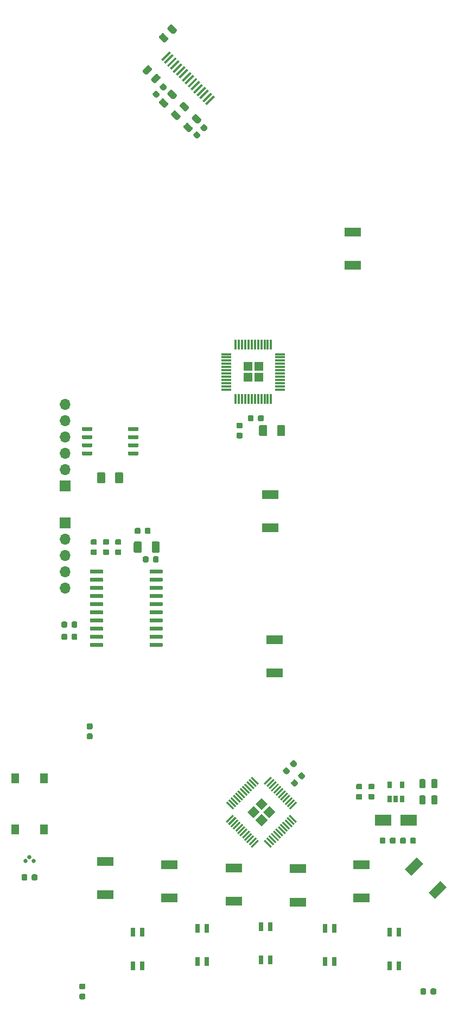
<source format=gbp>
G04 #@! TF.GenerationSoftware,KiCad,Pcbnew,(5.1.5)-3*
G04 #@! TF.CreationDate,2020-02-10T18:46:58-06:00*
G04 #@! TF.ProjectId,tymkrs_Cyphercon_2020_llama,74796d6b-7273-45f4-9379-70686572636f,V0*
G04 #@! TF.SameCoordinates,Original*
G04 #@! TF.FileFunction,Paste,Bot*
G04 #@! TF.FilePolarity,Positive*
%FSLAX46Y46*%
G04 Gerber Fmt 4.6, Leading zero omitted, Abs format (unit mm)*
G04 Created by KiCad (PCBNEW (5.1.5)-3) date 2020-02-10 18:46:58*
%MOMM*%
%LPD*%
G04 APERTURE LIST*
%ADD10C,0.100000*%
%ADD11R,1.300000X1.550000*%
%ADD12R,1.500000X0.300000*%
%ADD13R,0.300000X1.500000*%
%ADD14R,1.350000X1.350000*%
%ADD15R,2.600000X1.400000*%
%ADD16C,0.635000*%
%ADD17R,0.650000X1.060000*%
%ADD18O,1.700000X1.700000*%
%ADD19R,1.700000X1.700000*%
%ADD20R,0.800000X1.400000*%
%ADD21R,2.500000X1.800000*%
G04 APERTURE END LIST*
D10*
G36*
X107007703Y-109555722D02*
G01*
X107022264Y-109557882D01*
X107036543Y-109561459D01*
X107050403Y-109566418D01*
X107063710Y-109572712D01*
X107076336Y-109580280D01*
X107088159Y-109589048D01*
X107099066Y-109598934D01*
X107108952Y-109609841D01*
X107117720Y-109621664D01*
X107125288Y-109634290D01*
X107131582Y-109647597D01*
X107136541Y-109661457D01*
X107140118Y-109675736D01*
X107142278Y-109690297D01*
X107143000Y-109705000D01*
X107143000Y-110005000D01*
X107142278Y-110019703D01*
X107140118Y-110034264D01*
X107136541Y-110048543D01*
X107131582Y-110062403D01*
X107125288Y-110075710D01*
X107117720Y-110088336D01*
X107108952Y-110100159D01*
X107099066Y-110111066D01*
X107088159Y-110120952D01*
X107076336Y-110129720D01*
X107063710Y-110137288D01*
X107050403Y-110143582D01*
X107036543Y-110148541D01*
X107022264Y-110152118D01*
X107007703Y-110154278D01*
X106993000Y-110155000D01*
X105693000Y-110155000D01*
X105678297Y-110154278D01*
X105663736Y-110152118D01*
X105649457Y-110148541D01*
X105635597Y-110143582D01*
X105622290Y-110137288D01*
X105609664Y-110129720D01*
X105597841Y-110120952D01*
X105586934Y-110111066D01*
X105577048Y-110100159D01*
X105568280Y-110088336D01*
X105560712Y-110075710D01*
X105554418Y-110062403D01*
X105549459Y-110048543D01*
X105545882Y-110034264D01*
X105543722Y-110019703D01*
X105543000Y-110005000D01*
X105543000Y-109705000D01*
X105543722Y-109690297D01*
X105545882Y-109675736D01*
X105549459Y-109661457D01*
X105554418Y-109647597D01*
X105560712Y-109634290D01*
X105568280Y-109621664D01*
X105577048Y-109609841D01*
X105586934Y-109598934D01*
X105597841Y-109589048D01*
X105609664Y-109580280D01*
X105622290Y-109572712D01*
X105635597Y-109566418D01*
X105649457Y-109561459D01*
X105663736Y-109557882D01*
X105678297Y-109555722D01*
X105693000Y-109555000D01*
X106993000Y-109555000D01*
X107007703Y-109555722D01*
G37*
G36*
X107007703Y-108285722D02*
G01*
X107022264Y-108287882D01*
X107036543Y-108291459D01*
X107050403Y-108296418D01*
X107063710Y-108302712D01*
X107076336Y-108310280D01*
X107088159Y-108319048D01*
X107099066Y-108328934D01*
X107108952Y-108339841D01*
X107117720Y-108351664D01*
X107125288Y-108364290D01*
X107131582Y-108377597D01*
X107136541Y-108391457D01*
X107140118Y-108405736D01*
X107142278Y-108420297D01*
X107143000Y-108435000D01*
X107143000Y-108735000D01*
X107142278Y-108749703D01*
X107140118Y-108764264D01*
X107136541Y-108778543D01*
X107131582Y-108792403D01*
X107125288Y-108805710D01*
X107117720Y-108818336D01*
X107108952Y-108830159D01*
X107099066Y-108841066D01*
X107088159Y-108850952D01*
X107076336Y-108859720D01*
X107063710Y-108867288D01*
X107050403Y-108873582D01*
X107036543Y-108878541D01*
X107022264Y-108882118D01*
X107007703Y-108884278D01*
X106993000Y-108885000D01*
X105693000Y-108885000D01*
X105678297Y-108884278D01*
X105663736Y-108882118D01*
X105649457Y-108878541D01*
X105635597Y-108873582D01*
X105622290Y-108867288D01*
X105609664Y-108859720D01*
X105597841Y-108850952D01*
X105586934Y-108841066D01*
X105577048Y-108830159D01*
X105568280Y-108818336D01*
X105560712Y-108805710D01*
X105554418Y-108792403D01*
X105549459Y-108778543D01*
X105545882Y-108764264D01*
X105543722Y-108749703D01*
X105543000Y-108735000D01*
X105543000Y-108435000D01*
X105543722Y-108420297D01*
X105545882Y-108405736D01*
X105549459Y-108391457D01*
X105554418Y-108377597D01*
X105560712Y-108364290D01*
X105568280Y-108351664D01*
X105577048Y-108339841D01*
X105586934Y-108328934D01*
X105597841Y-108319048D01*
X105609664Y-108310280D01*
X105622290Y-108302712D01*
X105635597Y-108296418D01*
X105649457Y-108291459D01*
X105663736Y-108287882D01*
X105678297Y-108285722D01*
X105693000Y-108285000D01*
X106993000Y-108285000D01*
X107007703Y-108285722D01*
G37*
G36*
X107007703Y-107015722D02*
G01*
X107022264Y-107017882D01*
X107036543Y-107021459D01*
X107050403Y-107026418D01*
X107063710Y-107032712D01*
X107076336Y-107040280D01*
X107088159Y-107049048D01*
X107099066Y-107058934D01*
X107108952Y-107069841D01*
X107117720Y-107081664D01*
X107125288Y-107094290D01*
X107131582Y-107107597D01*
X107136541Y-107121457D01*
X107140118Y-107135736D01*
X107142278Y-107150297D01*
X107143000Y-107165000D01*
X107143000Y-107465000D01*
X107142278Y-107479703D01*
X107140118Y-107494264D01*
X107136541Y-107508543D01*
X107131582Y-107522403D01*
X107125288Y-107535710D01*
X107117720Y-107548336D01*
X107108952Y-107560159D01*
X107099066Y-107571066D01*
X107088159Y-107580952D01*
X107076336Y-107589720D01*
X107063710Y-107597288D01*
X107050403Y-107603582D01*
X107036543Y-107608541D01*
X107022264Y-107612118D01*
X107007703Y-107614278D01*
X106993000Y-107615000D01*
X105693000Y-107615000D01*
X105678297Y-107614278D01*
X105663736Y-107612118D01*
X105649457Y-107608541D01*
X105635597Y-107603582D01*
X105622290Y-107597288D01*
X105609664Y-107589720D01*
X105597841Y-107580952D01*
X105586934Y-107571066D01*
X105577048Y-107560159D01*
X105568280Y-107548336D01*
X105560712Y-107535710D01*
X105554418Y-107522403D01*
X105549459Y-107508543D01*
X105545882Y-107494264D01*
X105543722Y-107479703D01*
X105543000Y-107465000D01*
X105543000Y-107165000D01*
X105543722Y-107150297D01*
X105545882Y-107135736D01*
X105549459Y-107121457D01*
X105554418Y-107107597D01*
X105560712Y-107094290D01*
X105568280Y-107081664D01*
X105577048Y-107069841D01*
X105586934Y-107058934D01*
X105597841Y-107049048D01*
X105609664Y-107040280D01*
X105622290Y-107032712D01*
X105635597Y-107026418D01*
X105649457Y-107021459D01*
X105663736Y-107017882D01*
X105678297Y-107015722D01*
X105693000Y-107015000D01*
X106993000Y-107015000D01*
X107007703Y-107015722D01*
G37*
G36*
X107007703Y-105745722D02*
G01*
X107022264Y-105747882D01*
X107036543Y-105751459D01*
X107050403Y-105756418D01*
X107063710Y-105762712D01*
X107076336Y-105770280D01*
X107088159Y-105779048D01*
X107099066Y-105788934D01*
X107108952Y-105799841D01*
X107117720Y-105811664D01*
X107125288Y-105824290D01*
X107131582Y-105837597D01*
X107136541Y-105851457D01*
X107140118Y-105865736D01*
X107142278Y-105880297D01*
X107143000Y-105895000D01*
X107143000Y-106195000D01*
X107142278Y-106209703D01*
X107140118Y-106224264D01*
X107136541Y-106238543D01*
X107131582Y-106252403D01*
X107125288Y-106265710D01*
X107117720Y-106278336D01*
X107108952Y-106290159D01*
X107099066Y-106301066D01*
X107088159Y-106310952D01*
X107076336Y-106319720D01*
X107063710Y-106327288D01*
X107050403Y-106333582D01*
X107036543Y-106338541D01*
X107022264Y-106342118D01*
X107007703Y-106344278D01*
X106993000Y-106345000D01*
X105693000Y-106345000D01*
X105678297Y-106344278D01*
X105663736Y-106342118D01*
X105649457Y-106338541D01*
X105635597Y-106333582D01*
X105622290Y-106327288D01*
X105609664Y-106319720D01*
X105597841Y-106310952D01*
X105586934Y-106301066D01*
X105577048Y-106290159D01*
X105568280Y-106278336D01*
X105560712Y-106265710D01*
X105554418Y-106252403D01*
X105549459Y-106238543D01*
X105545882Y-106224264D01*
X105543722Y-106209703D01*
X105543000Y-106195000D01*
X105543000Y-105895000D01*
X105543722Y-105880297D01*
X105545882Y-105865736D01*
X105549459Y-105851457D01*
X105554418Y-105837597D01*
X105560712Y-105824290D01*
X105568280Y-105811664D01*
X105577048Y-105799841D01*
X105586934Y-105788934D01*
X105597841Y-105779048D01*
X105609664Y-105770280D01*
X105622290Y-105762712D01*
X105635597Y-105756418D01*
X105649457Y-105751459D01*
X105663736Y-105747882D01*
X105678297Y-105745722D01*
X105693000Y-105745000D01*
X106993000Y-105745000D01*
X107007703Y-105745722D01*
G37*
G36*
X99807703Y-105745722D02*
G01*
X99822264Y-105747882D01*
X99836543Y-105751459D01*
X99850403Y-105756418D01*
X99863710Y-105762712D01*
X99876336Y-105770280D01*
X99888159Y-105779048D01*
X99899066Y-105788934D01*
X99908952Y-105799841D01*
X99917720Y-105811664D01*
X99925288Y-105824290D01*
X99931582Y-105837597D01*
X99936541Y-105851457D01*
X99940118Y-105865736D01*
X99942278Y-105880297D01*
X99943000Y-105895000D01*
X99943000Y-106195000D01*
X99942278Y-106209703D01*
X99940118Y-106224264D01*
X99936541Y-106238543D01*
X99931582Y-106252403D01*
X99925288Y-106265710D01*
X99917720Y-106278336D01*
X99908952Y-106290159D01*
X99899066Y-106301066D01*
X99888159Y-106310952D01*
X99876336Y-106319720D01*
X99863710Y-106327288D01*
X99850403Y-106333582D01*
X99836543Y-106338541D01*
X99822264Y-106342118D01*
X99807703Y-106344278D01*
X99793000Y-106345000D01*
X98493000Y-106345000D01*
X98478297Y-106344278D01*
X98463736Y-106342118D01*
X98449457Y-106338541D01*
X98435597Y-106333582D01*
X98422290Y-106327288D01*
X98409664Y-106319720D01*
X98397841Y-106310952D01*
X98386934Y-106301066D01*
X98377048Y-106290159D01*
X98368280Y-106278336D01*
X98360712Y-106265710D01*
X98354418Y-106252403D01*
X98349459Y-106238543D01*
X98345882Y-106224264D01*
X98343722Y-106209703D01*
X98343000Y-106195000D01*
X98343000Y-105895000D01*
X98343722Y-105880297D01*
X98345882Y-105865736D01*
X98349459Y-105851457D01*
X98354418Y-105837597D01*
X98360712Y-105824290D01*
X98368280Y-105811664D01*
X98377048Y-105799841D01*
X98386934Y-105788934D01*
X98397841Y-105779048D01*
X98409664Y-105770280D01*
X98422290Y-105762712D01*
X98435597Y-105756418D01*
X98449457Y-105751459D01*
X98463736Y-105747882D01*
X98478297Y-105745722D01*
X98493000Y-105745000D01*
X99793000Y-105745000D01*
X99807703Y-105745722D01*
G37*
G36*
X99807703Y-107015722D02*
G01*
X99822264Y-107017882D01*
X99836543Y-107021459D01*
X99850403Y-107026418D01*
X99863710Y-107032712D01*
X99876336Y-107040280D01*
X99888159Y-107049048D01*
X99899066Y-107058934D01*
X99908952Y-107069841D01*
X99917720Y-107081664D01*
X99925288Y-107094290D01*
X99931582Y-107107597D01*
X99936541Y-107121457D01*
X99940118Y-107135736D01*
X99942278Y-107150297D01*
X99943000Y-107165000D01*
X99943000Y-107465000D01*
X99942278Y-107479703D01*
X99940118Y-107494264D01*
X99936541Y-107508543D01*
X99931582Y-107522403D01*
X99925288Y-107535710D01*
X99917720Y-107548336D01*
X99908952Y-107560159D01*
X99899066Y-107571066D01*
X99888159Y-107580952D01*
X99876336Y-107589720D01*
X99863710Y-107597288D01*
X99850403Y-107603582D01*
X99836543Y-107608541D01*
X99822264Y-107612118D01*
X99807703Y-107614278D01*
X99793000Y-107615000D01*
X98493000Y-107615000D01*
X98478297Y-107614278D01*
X98463736Y-107612118D01*
X98449457Y-107608541D01*
X98435597Y-107603582D01*
X98422290Y-107597288D01*
X98409664Y-107589720D01*
X98397841Y-107580952D01*
X98386934Y-107571066D01*
X98377048Y-107560159D01*
X98368280Y-107548336D01*
X98360712Y-107535710D01*
X98354418Y-107522403D01*
X98349459Y-107508543D01*
X98345882Y-107494264D01*
X98343722Y-107479703D01*
X98343000Y-107465000D01*
X98343000Y-107165000D01*
X98343722Y-107150297D01*
X98345882Y-107135736D01*
X98349459Y-107121457D01*
X98354418Y-107107597D01*
X98360712Y-107094290D01*
X98368280Y-107081664D01*
X98377048Y-107069841D01*
X98386934Y-107058934D01*
X98397841Y-107049048D01*
X98409664Y-107040280D01*
X98422290Y-107032712D01*
X98435597Y-107026418D01*
X98449457Y-107021459D01*
X98463736Y-107017882D01*
X98478297Y-107015722D01*
X98493000Y-107015000D01*
X99793000Y-107015000D01*
X99807703Y-107015722D01*
G37*
G36*
X99807703Y-108285722D02*
G01*
X99822264Y-108287882D01*
X99836543Y-108291459D01*
X99850403Y-108296418D01*
X99863710Y-108302712D01*
X99876336Y-108310280D01*
X99888159Y-108319048D01*
X99899066Y-108328934D01*
X99908952Y-108339841D01*
X99917720Y-108351664D01*
X99925288Y-108364290D01*
X99931582Y-108377597D01*
X99936541Y-108391457D01*
X99940118Y-108405736D01*
X99942278Y-108420297D01*
X99943000Y-108435000D01*
X99943000Y-108735000D01*
X99942278Y-108749703D01*
X99940118Y-108764264D01*
X99936541Y-108778543D01*
X99931582Y-108792403D01*
X99925288Y-108805710D01*
X99917720Y-108818336D01*
X99908952Y-108830159D01*
X99899066Y-108841066D01*
X99888159Y-108850952D01*
X99876336Y-108859720D01*
X99863710Y-108867288D01*
X99850403Y-108873582D01*
X99836543Y-108878541D01*
X99822264Y-108882118D01*
X99807703Y-108884278D01*
X99793000Y-108885000D01*
X98493000Y-108885000D01*
X98478297Y-108884278D01*
X98463736Y-108882118D01*
X98449457Y-108878541D01*
X98435597Y-108873582D01*
X98422290Y-108867288D01*
X98409664Y-108859720D01*
X98397841Y-108850952D01*
X98386934Y-108841066D01*
X98377048Y-108830159D01*
X98368280Y-108818336D01*
X98360712Y-108805710D01*
X98354418Y-108792403D01*
X98349459Y-108778543D01*
X98345882Y-108764264D01*
X98343722Y-108749703D01*
X98343000Y-108735000D01*
X98343000Y-108435000D01*
X98343722Y-108420297D01*
X98345882Y-108405736D01*
X98349459Y-108391457D01*
X98354418Y-108377597D01*
X98360712Y-108364290D01*
X98368280Y-108351664D01*
X98377048Y-108339841D01*
X98386934Y-108328934D01*
X98397841Y-108319048D01*
X98409664Y-108310280D01*
X98422290Y-108302712D01*
X98435597Y-108296418D01*
X98449457Y-108291459D01*
X98463736Y-108287882D01*
X98478297Y-108285722D01*
X98493000Y-108285000D01*
X99793000Y-108285000D01*
X99807703Y-108285722D01*
G37*
G36*
X99807703Y-109555722D02*
G01*
X99822264Y-109557882D01*
X99836543Y-109561459D01*
X99850403Y-109566418D01*
X99863710Y-109572712D01*
X99876336Y-109580280D01*
X99888159Y-109589048D01*
X99899066Y-109598934D01*
X99908952Y-109609841D01*
X99917720Y-109621664D01*
X99925288Y-109634290D01*
X99931582Y-109647597D01*
X99936541Y-109661457D01*
X99940118Y-109675736D01*
X99942278Y-109690297D01*
X99943000Y-109705000D01*
X99943000Y-110005000D01*
X99942278Y-110019703D01*
X99940118Y-110034264D01*
X99936541Y-110048543D01*
X99931582Y-110062403D01*
X99925288Y-110075710D01*
X99917720Y-110088336D01*
X99908952Y-110100159D01*
X99899066Y-110111066D01*
X99888159Y-110120952D01*
X99876336Y-110129720D01*
X99863710Y-110137288D01*
X99850403Y-110143582D01*
X99836543Y-110148541D01*
X99822264Y-110152118D01*
X99807703Y-110154278D01*
X99793000Y-110155000D01*
X98493000Y-110155000D01*
X98478297Y-110154278D01*
X98463736Y-110152118D01*
X98449457Y-110148541D01*
X98435597Y-110143582D01*
X98422290Y-110137288D01*
X98409664Y-110129720D01*
X98397841Y-110120952D01*
X98386934Y-110111066D01*
X98377048Y-110100159D01*
X98368280Y-110088336D01*
X98360712Y-110075710D01*
X98354418Y-110062403D01*
X98349459Y-110048543D01*
X98345882Y-110034264D01*
X98343722Y-110019703D01*
X98343000Y-110005000D01*
X98343000Y-109705000D01*
X98343722Y-109690297D01*
X98345882Y-109675736D01*
X98349459Y-109661457D01*
X98354418Y-109647597D01*
X98360712Y-109634290D01*
X98368280Y-109621664D01*
X98377048Y-109609841D01*
X98386934Y-109598934D01*
X98397841Y-109589048D01*
X98409664Y-109580280D01*
X98422290Y-109572712D01*
X98435597Y-109566418D01*
X98449457Y-109561459D01*
X98463736Y-109557882D01*
X98478297Y-109555722D01*
X98493000Y-109555000D01*
X99793000Y-109555000D01*
X99807703Y-109555722D01*
G37*
G36*
X119103206Y-54327622D02*
G01*
X117830414Y-55600414D01*
X117582926Y-55352926D01*
X118855718Y-54080134D01*
X119103206Y-54327622D01*
G37*
G36*
X118643587Y-53868002D02*
G01*
X117370795Y-55140794D01*
X117123307Y-54893306D01*
X118396099Y-53620514D01*
X118643587Y-53868002D01*
G37*
G36*
X118183967Y-53408383D02*
G01*
X116911175Y-54681175D01*
X116663687Y-54433687D01*
X117936479Y-53160895D01*
X118183967Y-53408383D01*
G37*
G36*
X117724348Y-52948764D02*
G01*
X116451556Y-54221556D01*
X116204068Y-53974068D01*
X117476860Y-52701276D01*
X117724348Y-52948764D01*
G37*
G36*
X117264728Y-52489144D02*
G01*
X115991936Y-53761936D01*
X115744448Y-53514448D01*
X117017240Y-52241656D01*
X117264728Y-52489144D01*
G37*
G36*
X116805109Y-52029525D02*
G01*
X115532317Y-53302317D01*
X115284829Y-53054829D01*
X116557621Y-51782037D01*
X116805109Y-52029525D01*
G37*
G36*
X116345490Y-51569905D02*
G01*
X115072698Y-52842697D01*
X114825210Y-52595209D01*
X116098002Y-51322417D01*
X116345490Y-51569905D01*
G37*
G36*
X115885870Y-51110286D02*
G01*
X114613078Y-52383078D01*
X114365590Y-52135590D01*
X115638382Y-50862798D01*
X115885870Y-51110286D01*
G37*
G36*
X115426251Y-50650667D02*
G01*
X114153459Y-51923459D01*
X113905971Y-51675971D01*
X115178763Y-50403179D01*
X115426251Y-50650667D01*
G37*
G36*
X114966631Y-50191047D02*
G01*
X113693839Y-51463839D01*
X113446351Y-51216351D01*
X114719143Y-49943559D01*
X114966631Y-50191047D01*
G37*
G36*
X114507012Y-49731428D02*
G01*
X113234220Y-51004220D01*
X112986732Y-50756732D01*
X114259524Y-49483940D01*
X114507012Y-49731428D01*
G37*
G36*
X114047393Y-49271808D02*
G01*
X112774601Y-50544600D01*
X112527113Y-50297112D01*
X113799905Y-49024320D01*
X114047393Y-49271808D01*
G37*
G36*
X113587773Y-48812189D02*
G01*
X112314981Y-50084981D01*
X112067493Y-49837493D01*
X113340285Y-48564701D01*
X113587773Y-48812189D01*
G37*
G36*
X113128154Y-48352570D02*
G01*
X111855362Y-49625362D01*
X111607874Y-49377874D01*
X112880666Y-48105082D01*
X113128154Y-48352570D01*
G37*
G36*
X112668534Y-47892950D02*
G01*
X111395742Y-49165742D01*
X111148254Y-48918254D01*
X112421046Y-47645462D01*
X112668534Y-47892950D01*
G37*
G36*
X112208915Y-47433331D02*
G01*
X110936123Y-48706123D01*
X110688635Y-48458635D01*
X111961427Y-47185843D01*
X112208915Y-47433331D01*
G37*
D11*
X92420000Y-168440000D03*
X92420000Y-160490000D03*
X87920000Y-160490000D03*
X87920000Y-168440000D03*
D12*
X120895000Y-99905000D03*
X120895000Y-99405000D03*
X120895000Y-98905000D03*
X120895000Y-98405000D03*
X120895000Y-97905000D03*
X120895000Y-97405000D03*
X120895000Y-96905000D03*
X120895000Y-96405000D03*
X120895000Y-95905000D03*
X120895000Y-95405000D03*
X120895000Y-94905000D03*
X120895000Y-94405000D03*
D13*
X122345000Y-92955000D03*
X122845000Y-92955000D03*
X123345000Y-92955000D03*
X123845000Y-92955000D03*
X124345000Y-92955000D03*
X124845000Y-92955000D03*
X125345000Y-92955000D03*
X125845000Y-92955000D03*
X126345000Y-92955000D03*
X126845000Y-92955000D03*
X127345000Y-92955000D03*
X127845000Y-92955000D03*
D12*
X129295000Y-94405000D03*
X129295000Y-94905000D03*
X129295000Y-95405000D03*
X129295000Y-95905000D03*
X129295000Y-96405000D03*
X129295000Y-96905000D03*
X129295000Y-97405000D03*
X129295000Y-97905000D03*
X129295000Y-98405000D03*
X129295000Y-98905000D03*
X129295000Y-99405000D03*
X129295000Y-99905000D03*
D13*
X127845000Y-101355000D03*
X127345000Y-101355000D03*
X126845000Y-101355000D03*
X126345000Y-101355000D03*
X125845000Y-101355000D03*
X125345000Y-101355000D03*
X124845000Y-101355000D03*
X124345000Y-101355000D03*
X123845000Y-101355000D03*
X123345000Y-101355000D03*
X122845000Y-101355000D03*
X122345000Y-101355000D03*
D14*
X125970000Y-96280000D03*
X125970000Y-98030000D03*
X124220000Y-96280000D03*
X124220000Y-98030000D03*
D15*
X101981000Y-173422000D03*
X101981000Y-178622000D03*
X112014000Y-173930000D03*
X112014000Y-179130000D03*
X122047000Y-174438000D03*
X122047000Y-179638000D03*
X132080000Y-174565000D03*
X132080000Y-179765000D03*
X141986000Y-173930000D03*
X141986000Y-179130000D03*
D10*
G36*
X151594736Y-173759258D02*
G01*
X149756258Y-175597736D01*
X148766308Y-174607786D01*
X150604786Y-172769308D01*
X151594736Y-173759258D01*
G37*
G36*
X155271692Y-177436214D02*
G01*
X153433214Y-179274692D01*
X152443264Y-178284742D01*
X154281742Y-176446264D01*
X155271692Y-177436214D01*
G37*
G36*
X110057065Y-50725362D02*
G01*
X110080726Y-50728872D01*
X110103930Y-50734684D01*
X110126452Y-50742742D01*
X110148076Y-50752970D01*
X110168593Y-50765267D01*
X110187806Y-50779517D01*
X110205530Y-50795581D01*
X110550245Y-51140296D01*
X110566309Y-51158020D01*
X110580559Y-51177233D01*
X110592856Y-51197750D01*
X110603084Y-51219374D01*
X110611142Y-51241896D01*
X110616954Y-51265100D01*
X110620464Y-51288761D01*
X110621638Y-51312653D01*
X110620464Y-51336545D01*
X110616954Y-51360206D01*
X110611142Y-51383410D01*
X110603084Y-51405932D01*
X110592856Y-51427556D01*
X110580559Y-51448073D01*
X110566309Y-51467286D01*
X110550245Y-51485010D01*
X109905010Y-52130245D01*
X109887286Y-52146309D01*
X109868073Y-52160559D01*
X109847556Y-52172856D01*
X109825932Y-52183084D01*
X109803410Y-52191142D01*
X109780206Y-52196954D01*
X109756545Y-52200464D01*
X109732653Y-52201638D01*
X109708761Y-52200464D01*
X109685100Y-52196954D01*
X109661896Y-52191142D01*
X109639374Y-52183084D01*
X109617750Y-52172856D01*
X109597233Y-52160559D01*
X109578020Y-52146309D01*
X109560296Y-52130245D01*
X109215581Y-51785530D01*
X109199517Y-51767806D01*
X109185267Y-51748593D01*
X109172970Y-51728076D01*
X109162742Y-51706452D01*
X109154684Y-51683930D01*
X109148872Y-51660726D01*
X109145362Y-51637065D01*
X109144188Y-51613173D01*
X109145362Y-51589281D01*
X109148872Y-51565620D01*
X109154684Y-51542416D01*
X109162742Y-51519894D01*
X109172970Y-51498270D01*
X109185267Y-51477753D01*
X109199517Y-51458540D01*
X109215581Y-51440816D01*
X109860816Y-50795581D01*
X109878540Y-50779517D01*
X109897753Y-50765267D01*
X109918270Y-50752970D01*
X109939894Y-50742742D01*
X109962416Y-50734684D01*
X109985620Y-50728872D01*
X110009281Y-50725362D01*
X110033173Y-50724188D01*
X110057065Y-50725362D01*
G37*
G36*
X108731239Y-49399536D02*
G01*
X108754900Y-49403046D01*
X108778104Y-49408858D01*
X108800626Y-49416916D01*
X108822250Y-49427144D01*
X108842767Y-49439441D01*
X108861980Y-49453691D01*
X108879704Y-49469755D01*
X109224419Y-49814470D01*
X109240483Y-49832194D01*
X109254733Y-49851407D01*
X109267030Y-49871924D01*
X109277258Y-49893548D01*
X109285316Y-49916070D01*
X109291128Y-49939274D01*
X109294638Y-49962935D01*
X109295812Y-49986827D01*
X109294638Y-50010719D01*
X109291128Y-50034380D01*
X109285316Y-50057584D01*
X109277258Y-50080106D01*
X109267030Y-50101730D01*
X109254733Y-50122247D01*
X109240483Y-50141460D01*
X109224419Y-50159184D01*
X108579184Y-50804419D01*
X108561460Y-50820483D01*
X108542247Y-50834733D01*
X108521730Y-50847030D01*
X108500106Y-50857258D01*
X108477584Y-50865316D01*
X108454380Y-50871128D01*
X108430719Y-50874638D01*
X108406827Y-50875812D01*
X108382935Y-50874638D01*
X108359274Y-50871128D01*
X108336070Y-50865316D01*
X108313548Y-50857258D01*
X108291924Y-50847030D01*
X108271407Y-50834733D01*
X108252194Y-50820483D01*
X108234470Y-50804419D01*
X107889755Y-50459704D01*
X107873691Y-50441980D01*
X107859441Y-50422767D01*
X107847144Y-50402250D01*
X107836916Y-50380626D01*
X107828858Y-50358104D01*
X107823046Y-50334900D01*
X107819536Y-50311239D01*
X107818362Y-50287347D01*
X107819536Y-50263455D01*
X107823046Y-50239794D01*
X107828858Y-50216590D01*
X107836916Y-50194068D01*
X107847144Y-50172444D01*
X107859441Y-50151927D01*
X107873691Y-50132714D01*
X107889755Y-50114990D01*
X108534990Y-49469755D01*
X108552714Y-49453691D01*
X108571927Y-49439441D01*
X108592444Y-49427144D01*
X108614068Y-49416916D01*
X108636590Y-49408858D01*
X108659794Y-49403046D01*
X108683455Y-49399536D01*
X108707347Y-49398362D01*
X108731239Y-49399536D01*
G37*
G36*
X112296545Y-43049536D02*
G01*
X112320206Y-43053046D01*
X112343410Y-43058858D01*
X112365932Y-43066916D01*
X112387556Y-43077144D01*
X112408073Y-43089441D01*
X112427286Y-43103691D01*
X112445010Y-43119755D01*
X113090245Y-43764990D01*
X113106309Y-43782714D01*
X113120559Y-43801927D01*
X113132856Y-43822444D01*
X113143084Y-43844068D01*
X113151142Y-43866590D01*
X113156954Y-43889794D01*
X113160464Y-43913455D01*
X113161638Y-43937347D01*
X113160464Y-43961239D01*
X113156954Y-43984900D01*
X113151142Y-44008104D01*
X113143084Y-44030626D01*
X113132856Y-44052250D01*
X113120559Y-44072767D01*
X113106309Y-44091980D01*
X113090245Y-44109704D01*
X112745530Y-44454419D01*
X112727806Y-44470483D01*
X112708593Y-44484733D01*
X112688076Y-44497030D01*
X112666452Y-44507258D01*
X112643930Y-44515316D01*
X112620726Y-44521128D01*
X112597065Y-44524638D01*
X112573173Y-44525812D01*
X112549281Y-44524638D01*
X112525620Y-44521128D01*
X112502416Y-44515316D01*
X112479894Y-44507258D01*
X112458270Y-44497030D01*
X112437753Y-44484733D01*
X112418540Y-44470483D01*
X112400816Y-44454419D01*
X111755581Y-43809184D01*
X111739517Y-43791460D01*
X111725267Y-43772247D01*
X111712970Y-43751730D01*
X111702742Y-43730106D01*
X111694684Y-43707584D01*
X111688872Y-43684380D01*
X111685362Y-43660719D01*
X111684188Y-43636827D01*
X111685362Y-43612935D01*
X111688872Y-43589274D01*
X111694684Y-43566070D01*
X111702742Y-43543548D01*
X111712970Y-43521924D01*
X111725267Y-43501407D01*
X111739517Y-43482194D01*
X111755581Y-43464470D01*
X112100296Y-43119755D01*
X112118020Y-43103691D01*
X112137233Y-43089441D01*
X112157750Y-43077144D01*
X112179374Y-43066916D01*
X112201896Y-43058858D01*
X112225100Y-43053046D01*
X112248761Y-43049536D01*
X112272653Y-43048362D01*
X112296545Y-43049536D01*
G37*
G36*
X110970719Y-44375362D02*
G01*
X110994380Y-44378872D01*
X111017584Y-44384684D01*
X111040106Y-44392742D01*
X111061730Y-44402970D01*
X111082247Y-44415267D01*
X111101460Y-44429517D01*
X111119184Y-44445581D01*
X111764419Y-45090816D01*
X111780483Y-45108540D01*
X111794733Y-45127753D01*
X111807030Y-45148270D01*
X111817258Y-45169894D01*
X111825316Y-45192416D01*
X111831128Y-45215620D01*
X111834638Y-45239281D01*
X111835812Y-45263173D01*
X111834638Y-45287065D01*
X111831128Y-45310726D01*
X111825316Y-45333930D01*
X111817258Y-45356452D01*
X111807030Y-45378076D01*
X111794733Y-45398593D01*
X111780483Y-45417806D01*
X111764419Y-45435530D01*
X111419704Y-45780245D01*
X111401980Y-45796309D01*
X111382767Y-45810559D01*
X111362250Y-45822856D01*
X111340626Y-45833084D01*
X111318104Y-45841142D01*
X111294900Y-45846954D01*
X111271239Y-45850464D01*
X111247347Y-45851638D01*
X111223455Y-45850464D01*
X111199794Y-45846954D01*
X111176590Y-45841142D01*
X111154068Y-45833084D01*
X111132444Y-45822856D01*
X111111927Y-45810559D01*
X111092714Y-45796309D01*
X111074990Y-45780245D01*
X110429755Y-45135010D01*
X110413691Y-45117286D01*
X110399441Y-45098073D01*
X110387144Y-45077556D01*
X110376916Y-45055932D01*
X110368858Y-45033410D01*
X110363046Y-45010206D01*
X110359536Y-44986545D01*
X110358362Y-44962653D01*
X110359536Y-44938761D01*
X110363046Y-44915100D01*
X110368858Y-44891896D01*
X110376916Y-44869374D01*
X110387144Y-44847750D01*
X110399441Y-44827233D01*
X110413691Y-44808020D01*
X110429755Y-44790296D01*
X110774470Y-44445581D01*
X110792194Y-44429517D01*
X110811407Y-44415267D01*
X110831924Y-44402970D01*
X110853548Y-44392742D01*
X110876070Y-44384684D01*
X110899274Y-44378872D01*
X110922935Y-44375362D01*
X110946827Y-44374188D01*
X110970719Y-44375362D01*
G37*
D16*
X90170000Y-172720000D03*
X89535000Y-173355000D03*
X90805000Y-173355000D03*
D10*
G36*
X128557031Y-165735000D02*
G01*
X127602437Y-166689594D01*
X126647843Y-165735000D01*
X127602437Y-164780406D01*
X128557031Y-165735000D01*
G37*
G36*
X127319594Y-166972437D02*
G01*
X126365000Y-167927031D01*
X125410406Y-166972437D01*
X126365000Y-166017843D01*
X127319594Y-166972437D01*
G37*
G36*
X127319594Y-164497563D02*
G01*
X126365000Y-165452157D01*
X125410406Y-164497563D01*
X126365000Y-163542969D01*
X127319594Y-164497563D01*
G37*
G36*
X126082157Y-165735000D02*
G01*
X125127563Y-166689594D01*
X124172969Y-165735000D01*
X125127563Y-164780406D01*
X126082157Y-165735000D01*
G37*
G36*
X130855128Y-165346091D02*
G01*
X130642996Y-165133959D01*
X131703656Y-164073299D01*
X131915788Y-164285431D01*
X130855128Y-165346091D01*
G37*
G36*
X130501575Y-164992538D02*
G01*
X130289443Y-164780406D01*
X131350103Y-163719746D01*
X131562235Y-163931878D01*
X130501575Y-164992538D01*
G37*
G36*
X130148021Y-164638984D02*
G01*
X129935889Y-164426852D01*
X130996549Y-163366192D01*
X131208681Y-163578324D01*
X130148021Y-164638984D01*
G37*
G36*
X129794468Y-164285431D02*
G01*
X129582336Y-164073299D01*
X130642996Y-163012639D01*
X130855128Y-163224771D01*
X129794468Y-164285431D01*
G37*
G36*
X129440915Y-163931878D02*
G01*
X129228783Y-163719746D01*
X130289443Y-162659086D01*
X130501575Y-162871218D01*
X129440915Y-163931878D01*
G37*
G36*
X129087361Y-163578324D02*
G01*
X128875229Y-163366192D01*
X129935889Y-162305532D01*
X130148021Y-162517664D01*
X129087361Y-163578324D01*
G37*
G36*
X128733808Y-163224771D02*
G01*
X128521676Y-163012639D01*
X129582336Y-161951979D01*
X129794468Y-162164111D01*
X128733808Y-163224771D01*
G37*
G36*
X128380254Y-162871217D02*
G01*
X128168122Y-162659085D01*
X129228782Y-161598425D01*
X129440914Y-161810557D01*
X128380254Y-162871217D01*
G37*
G36*
X128026701Y-162517664D02*
G01*
X127814569Y-162305532D01*
X128875229Y-161244872D01*
X129087361Y-161457004D01*
X128026701Y-162517664D01*
G37*
G36*
X127673148Y-162164111D02*
G01*
X127461016Y-161951979D01*
X128521676Y-160891319D01*
X128733808Y-161103451D01*
X127673148Y-162164111D01*
G37*
G36*
X127319594Y-161810557D02*
G01*
X127107462Y-161598425D01*
X128168122Y-160537765D01*
X128380254Y-160749897D01*
X127319594Y-161810557D01*
G37*
G36*
X126966041Y-161457004D02*
G01*
X126753909Y-161244872D01*
X127814569Y-160184212D01*
X128026701Y-160396344D01*
X126966041Y-161457004D01*
G37*
G36*
X125976091Y-161244872D02*
G01*
X125763959Y-161457004D01*
X124703299Y-160396344D01*
X124915431Y-160184212D01*
X125976091Y-161244872D01*
G37*
G36*
X125622538Y-161598425D02*
G01*
X125410406Y-161810557D01*
X124349746Y-160749897D01*
X124561878Y-160537765D01*
X125622538Y-161598425D01*
G37*
G36*
X125268984Y-161951979D02*
G01*
X125056852Y-162164111D01*
X123996192Y-161103451D01*
X124208324Y-160891319D01*
X125268984Y-161951979D01*
G37*
G36*
X124915431Y-162305532D02*
G01*
X124703299Y-162517664D01*
X123642639Y-161457004D01*
X123854771Y-161244872D01*
X124915431Y-162305532D01*
G37*
G36*
X124561878Y-162659085D02*
G01*
X124349746Y-162871217D01*
X123289086Y-161810557D01*
X123501218Y-161598425D01*
X124561878Y-162659085D01*
G37*
G36*
X124208324Y-163012639D02*
G01*
X123996192Y-163224771D01*
X122935532Y-162164111D01*
X123147664Y-161951979D01*
X124208324Y-163012639D01*
G37*
G36*
X123854771Y-163366192D02*
G01*
X123642639Y-163578324D01*
X122581979Y-162517664D01*
X122794111Y-162305532D01*
X123854771Y-163366192D01*
G37*
G36*
X123501217Y-163719746D02*
G01*
X123289085Y-163931878D01*
X122228425Y-162871218D01*
X122440557Y-162659086D01*
X123501217Y-163719746D01*
G37*
G36*
X123147664Y-164073299D02*
G01*
X122935532Y-164285431D01*
X121874872Y-163224771D01*
X122087004Y-163012639D01*
X123147664Y-164073299D01*
G37*
G36*
X122794111Y-164426852D02*
G01*
X122581979Y-164638984D01*
X121521319Y-163578324D01*
X121733451Y-163366192D01*
X122794111Y-164426852D01*
G37*
G36*
X122440557Y-164780406D02*
G01*
X122228425Y-164992538D01*
X121167765Y-163931878D01*
X121379897Y-163719746D01*
X122440557Y-164780406D01*
G37*
G36*
X122087004Y-165133959D02*
G01*
X121874872Y-165346091D01*
X120814212Y-164285431D01*
X121026344Y-164073299D01*
X122087004Y-165133959D01*
G37*
G36*
X121026344Y-167396701D02*
G01*
X120814212Y-167184569D01*
X121874872Y-166123909D01*
X122087004Y-166336041D01*
X121026344Y-167396701D01*
G37*
G36*
X121379897Y-167750254D02*
G01*
X121167765Y-167538122D01*
X122228425Y-166477462D01*
X122440557Y-166689594D01*
X121379897Y-167750254D01*
G37*
G36*
X121733451Y-168103808D02*
G01*
X121521319Y-167891676D01*
X122581979Y-166831016D01*
X122794111Y-167043148D01*
X121733451Y-168103808D01*
G37*
G36*
X122087004Y-168457361D02*
G01*
X121874872Y-168245229D01*
X122935532Y-167184569D01*
X123147664Y-167396701D01*
X122087004Y-168457361D01*
G37*
G36*
X122440557Y-168810914D02*
G01*
X122228425Y-168598782D01*
X123289085Y-167538122D01*
X123501217Y-167750254D01*
X122440557Y-168810914D01*
G37*
G36*
X122794111Y-169164468D02*
G01*
X122581979Y-168952336D01*
X123642639Y-167891676D01*
X123854771Y-168103808D01*
X122794111Y-169164468D01*
G37*
G36*
X123147664Y-169518021D02*
G01*
X122935532Y-169305889D01*
X123996192Y-168245229D01*
X124208324Y-168457361D01*
X123147664Y-169518021D01*
G37*
G36*
X123501218Y-169871575D02*
G01*
X123289086Y-169659443D01*
X124349746Y-168598783D01*
X124561878Y-168810915D01*
X123501218Y-169871575D01*
G37*
G36*
X123854771Y-170225128D02*
G01*
X123642639Y-170012996D01*
X124703299Y-168952336D01*
X124915431Y-169164468D01*
X123854771Y-170225128D01*
G37*
G36*
X124208324Y-170578681D02*
G01*
X123996192Y-170366549D01*
X125056852Y-169305889D01*
X125268984Y-169518021D01*
X124208324Y-170578681D01*
G37*
G36*
X124561878Y-170932235D02*
G01*
X124349746Y-170720103D01*
X125410406Y-169659443D01*
X125622538Y-169871575D01*
X124561878Y-170932235D01*
G37*
G36*
X124915431Y-171285788D02*
G01*
X124703299Y-171073656D01*
X125763959Y-170012996D01*
X125976091Y-170225128D01*
X124915431Y-171285788D01*
G37*
G36*
X128026701Y-171073656D02*
G01*
X127814569Y-171285788D01*
X126753909Y-170225128D01*
X126966041Y-170012996D01*
X128026701Y-171073656D01*
G37*
G36*
X128380254Y-170720103D02*
G01*
X128168122Y-170932235D01*
X127107462Y-169871575D01*
X127319594Y-169659443D01*
X128380254Y-170720103D01*
G37*
G36*
X128733808Y-170366549D02*
G01*
X128521676Y-170578681D01*
X127461016Y-169518021D01*
X127673148Y-169305889D01*
X128733808Y-170366549D01*
G37*
G36*
X129087361Y-170012996D02*
G01*
X128875229Y-170225128D01*
X127814569Y-169164468D01*
X128026701Y-168952336D01*
X129087361Y-170012996D01*
G37*
G36*
X129440914Y-169659443D02*
G01*
X129228782Y-169871575D01*
X128168122Y-168810915D01*
X128380254Y-168598783D01*
X129440914Y-169659443D01*
G37*
G36*
X129794468Y-169305889D02*
G01*
X129582336Y-169518021D01*
X128521676Y-168457361D01*
X128733808Y-168245229D01*
X129794468Y-169305889D01*
G37*
G36*
X130148021Y-168952336D02*
G01*
X129935889Y-169164468D01*
X128875229Y-168103808D01*
X129087361Y-167891676D01*
X130148021Y-168952336D01*
G37*
G36*
X130501575Y-168598782D02*
G01*
X130289443Y-168810914D01*
X129228783Y-167750254D01*
X129440915Y-167538122D01*
X130501575Y-168598782D01*
G37*
G36*
X130855128Y-168245229D02*
G01*
X130642996Y-168457361D01*
X129582336Y-167396701D01*
X129794468Y-167184569D01*
X130855128Y-168245229D01*
G37*
G36*
X131208681Y-167891676D02*
G01*
X130996549Y-168103808D01*
X129935889Y-167043148D01*
X130148021Y-166831016D01*
X131208681Y-167891676D01*
G37*
G36*
X131562235Y-167538122D02*
G01*
X131350103Y-167750254D01*
X130289443Y-166689594D01*
X130501575Y-166477462D01*
X131562235Y-167538122D01*
G37*
G36*
X131915788Y-167184569D02*
G01*
X131703656Y-167396701D01*
X130642996Y-166336041D01*
X130855128Y-166123909D01*
X131915788Y-167184569D01*
G37*
D17*
X148270000Y-161460000D03*
X146370000Y-161460000D03*
X146370000Y-163660000D03*
X147320000Y-163660000D03*
X148270000Y-163660000D03*
D10*
G36*
X101522703Y-127970722D02*
G01*
X101537264Y-127972882D01*
X101551543Y-127976459D01*
X101565403Y-127981418D01*
X101578710Y-127987712D01*
X101591336Y-127995280D01*
X101603159Y-128004048D01*
X101614066Y-128013934D01*
X101623952Y-128024841D01*
X101632720Y-128036664D01*
X101640288Y-128049290D01*
X101646582Y-128062597D01*
X101651541Y-128076457D01*
X101655118Y-128090736D01*
X101657278Y-128105297D01*
X101658000Y-128120000D01*
X101658000Y-128420000D01*
X101657278Y-128434703D01*
X101655118Y-128449264D01*
X101651541Y-128463543D01*
X101646582Y-128477403D01*
X101640288Y-128490710D01*
X101632720Y-128503336D01*
X101623952Y-128515159D01*
X101614066Y-128526066D01*
X101603159Y-128535952D01*
X101591336Y-128544720D01*
X101578710Y-128552288D01*
X101565403Y-128558582D01*
X101551543Y-128563541D01*
X101537264Y-128567118D01*
X101522703Y-128569278D01*
X101508000Y-128570000D01*
X99758000Y-128570000D01*
X99743297Y-128569278D01*
X99728736Y-128567118D01*
X99714457Y-128563541D01*
X99700597Y-128558582D01*
X99687290Y-128552288D01*
X99674664Y-128544720D01*
X99662841Y-128535952D01*
X99651934Y-128526066D01*
X99642048Y-128515159D01*
X99633280Y-128503336D01*
X99625712Y-128490710D01*
X99619418Y-128477403D01*
X99614459Y-128463543D01*
X99610882Y-128449264D01*
X99608722Y-128434703D01*
X99608000Y-128420000D01*
X99608000Y-128120000D01*
X99608722Y-128105297D01*
X99610882Y-128090736D01*
X99614459Y-128076457D01*
X99619418Y-128062597D01*
X99625712Y-128049290D01*
X99633280Y-128036664D01*
X99642048Y-128024841D01*
X99651934Y-128013934D01*
X99662841Y-128004048D01*
X99674664Y-127995280D01*
X99687290Y-127987712D01*
X99700597Y-127981418D01*
X99714457Y-127976459D01*
X99728736Y-127972882D01*
X99743297Y-127970722D01*
X99758000Y-127970000D01*
X101508000Y-127970000D01*
X101522703Y-127970722D01*
G37*
G36*
X101522703Y-129240722D02*
G01*
X101537264Y-129242882D01*
X101551543Y-129246459D01*
X101565403Y-129251418D01*
X101578710Y-129257712D01*
X101591336Y-129265280D01*
X101603159Y-129274048D01*
X101614066Y-129283934D01*
X101623952Y-129294841D01*
X101632720Y-129306664D01*
X101640288Y-129319290D01*
X101646582Y-129332597D01*
X101651541Y-129346457D01*
X101655118Y-129360736D01*
X101657278Y-129375297D01*
X101658000Y-129390000D01*
X101658000Y-129690000D01*
X101657278Y-129704703D01*
X101655118Y-129719264D01*
X101651541Y-129733543D01*
X101646582Y-129747403D01*
X101640288Y-129760710D01*
X101632720Y-129773336D01*
X101623952Y-129785159D01*
X101614066Y-129796066D01*
X101603159Y-129805952D01*
X101591336Y-129814720D01*
X101578710Y-129822288D01*
X101565403Y-129828582D01*
X101551543Y-129833541D01*
X101537264Y-129837118D01*
X101522703Y-129839278D01*
X101508000Y-129840000D01*
X99758000Y-129840000D01*
X99743297Y-129839278D01*
X99728736Y-129837118D01*
X99714457Y-129833541D01*
X99700597Y-129828582D01*
X99687290Y-129822288D01*
X99674664Y-129814720D01*
X99662841Y-129805952D01*
X99651934Y-129796066D01*
X99642048Y-129785159D01*
X99633280Y-129773336D01*
X99625712Y-129760710D01*
X99619418Y-129747403D01*
X99614459Y-129733543D01*
X99610882Y-129719264D01*
X99608722Y-129704703D01*
X99608000Y-129690000D01*
X99608000Y-129390000D01*
X99608722Y-129375297D01*
X99610882Y-129360736D01*
X99614459Y-129346457D01*
X99619418Y-129332597D01*
X99625712Y-129319290D01*
X99633280Y-129306664D01*
X99642048Y-129294841D01*
X99651934Y-129283934D01*
X99662841Y-129274048D01*
X99674664Y-129265280D01*
X99687290Y-129257712D01*
X99700597Y-129251418D01*
X99714457Y-129246459D01*
X99728736Y-129242882D01*
X99743297Y-129240722D01*
X99758000Y-129240000D01*
X101508000Y-129240000D01*
X101522703Y-129240722D01*
G37*
G36*
X101522703Y-130510722D02*
G01*
X101537264Y-130512882D01*
X101551543Y-130516459D01*
X101565403Y-130521418D01*
X101578710Y-130527712D01*
X101591336Y-130535280D01*
X101603159Y-130544048D01*
X101614066Y-130553934D01*
X101623952Y-130564841D01*
X101632720Y-130576664D01*
X101640288Y-130589290D01*
X101646582Y-130602597D01*
X101651541Y-130616457D01*
X101655118Y-130630736D01*
X101657278Y-130645297D01*
X101658000Y-130660000D01*
X101658000Y-130960000D01*
X101657278Y-130974703D01*
X101655118Y-130989264D01*
X101651541Y-131003543D01*
X101646582Y-131017403D01*
X101640288Y-131030710D01*
X101632720Y-131043336D01*
X101623952Y-131055159D01*
X101614066Y-131066066D01*
X101603159Y-131075952D01*
X101591336Y-131084720D01*
X101578710Y-131092288D01*
X101565403Y-131098582D01*
X101551543Y-131103541D01*
X101537264Y-131107118D01*
X101522703Y-131109278D01*
X101508000Y-131110000D01*
X99758000Y-131110000D01*
X99743297Y-131109278D01*
X99728736Y-131107118D01*
X99714457Y-131103541D01*
X99700597Y-131098582D01*
X99687290Y-131092288D01*
X99674664Y-131084720D01*
X99662841Y-131075952D01*
X99651934Y-131066066D01*
X99642048Y-131055159D01*
X99633280Y-131043336D01*
X99625712Y-131030710D01*
X99619418Y-131017403D01*
X99614459Y-131003543D01*
X99610882Y-130989264D01*
X99608722Y-130974703D01*
X99608000Y-130960000D01*
X99608000Y-130660000D01*
X99608722Y-130645297D01*
X99610882Y-130630736D01*
X99614459Y-130616457D01*
X99619418Y-130602597D01*
X99625712Y-130589290D01*
X99633280Y-130576664D01*
X99642048Y-130564841D01*
X99651934Y-130553934D01*
X99662841Y-130544048D01*
X99674664Y-130535280D01*
X99687290Y-130527712D01*
X99700597Y-130521418D01*
X99714457Y-130516459D01*
X99728736Y-130512882D01*
X99743297Y-130510722D01*
X99758000Y-130510000D01*
X101508000Y-130510000D01*
X101522703Y-130510722D01*
G37*
G36*
X101522703Y-131780722D02*
G01*
X101537264Y-131782882D01*
X101551543Y-131786459D01*
X101565403Y-131791418D01*
X101578710Y-131797712D01*
X101591336Y-131805280D01*
X101603159Y-131814048D01*
X101614066Y-131823934D01*
X101623952Y-131834841D01*
X101632720Y-131846664D01*
X101640288Y-131859290D01*
X101646582Y-131872597D01*
X101651541Y-131886457D01*
X101655118Y-131900736D01*
X101657278Y-131915297D01*
X101658000Y-131930000D01*
X101658000Y-132230000D01*
X101657278Y-132244703D01*
X101655118Y-132259264D01*
X101651541Y-132273543D01*
X101646582Y-132287403D01*
X101640288Y-132300710D01*
X101632720Y-132313336D01*
X101623952Y-132325159D01*
X101614066Y-132336066D01*
X101603159Y-132345952D01*
X101591336Y-132354720D01*
X101578710Y-132362288D01*
X101565403Y-132368582D01*
X101551543Y-132373541D01*
X101537264Y-132377118D01*
X101522703Y-132379278D01*
X101508000Y-132380000D01*
X99758000Y-132380000D01*
X99743297Y-132379278D01*
X99728736Y-132377118D01*
X99714457Y-132373541D01*
X99700597Y-132368582D01*
X99687290Y-132362288D01*
X99674664Y-132354720D01*
X99662841Y-132345952D01*
X99651934Y-132336066D01*
X99642048Y-132325159D01*
X99633280Y-132313336D01*
X99625712Y-132300710D01*
X99619418Y-132287403D01*
X99614459Y-132273543D01*
X99610882Y-132259264D01*
X99608722Y-132244703D01*
X99608000Y-132230000D01*
X99608000Y-131930000D01*
X99608722Y-131915297D01*
X99610882Y-131900736D01*
X99614459Y-131886457D01*
X99619418Y-131872597D01*
X99625712Y-131859290D01*
X99633280Y-131846664D01*
X99642048Y-131834841D01*
X99651934Y-131823934D01*
X99662841Y-131814048D01*
X99674664Y-131805280D01*
X99687290Y-131797712D01*
X99700597Y-131791418D01*
X99714457Y-131786459D01*
X99728736Y-131782882D01*
X99743297Y-131780722D01*
X99758000Y-131780000D01*
X101508000Y-131780000D01*
X101522703Y-131780722D01*
G37*
G36*
X101522703Y-133050722D02*
G01*
X101537264Y-133052882D01*
X101551543Y-133056459D01*
X101565403Y-133061418D01*
X101578710Y-133067712D01*
X101591336Y-133075280D01*
X101603159Y-133084048D01*
X101614066Y-133093934D01*
X101623952Y-133104841D01*
X101632720Y-133116664D01*
X101640288Y-133129290D01*
X101646582Y-133142597D01*
X101651541Y-133156457D01*
X101655118Y-133170736D01*
X101657278Y-133185297D01*
X101658000Y-133200000D01*
X101658000Y-133500000D01*
X101657278Y-133514703D01*
X101655118Y-133529264D01*
X101651541Y-133543543D01*
X101646582Y-133557403D01*
X101640288Y-133570710D01*
X101632720Y-133583336D01*
X101623952Y-133595159D01*
X101614066Y-133606066D01*
X101603159Y-133615952D01*
X101591336Y-133624720D01*
X101578710Y-133632288D01*
X101565403Y-133638582D01*
X101551543Y-133643541D01*
X101537264Y-133647118D01*
X101522703Y-133649278D01*
X101508000Y-133650000D01*
X99758000Y-133650000D01*
X99743297Y-133649278D01*
X99728736Y-133647118D01*
X99714457Y-133643541D01*
X99700597Y-133638582D01*
X99687290Y-133632288D01*
X99674664Y-133624720D01*
X99662841Y-133615952D01*
X99651934Y-133606066D01*
X99642048Y-133595159D01*
X99633280Y-133583336D01*
X99625712Y-133570710D01*
X99619418Y-133557403D01*
X99614459Y-133543543D01*
X99610882Y-133529264D01*
X99608722Y-133514703D01*
X99608000Y-133500000D01*
X99608000Y-133200000D01*
X99608722Y-133185297D01*
X99610882Y-133170736D01*
X99614459Y-133156457D01*
X99619418Y-133142597D01*
X99625712Y-133129290D01*
X99633280Y-133116664D01*
X99642048Y-133104841D01*
X99651934Y-133093934D01*
X99662841Y-133084048D01*
X99674664Y-133075280D01*
X99687290Y-133067712D01*
X99700597Y-133061418D01*
X99714457Y-133056459D01*
X99728736Y-133052882D01*
X99743297Y-133050722D01*
X99758000Y-133050000D01*
X101508000Y-133050000D01*
X101522703Y-133050722D01*
G37*
G36*
X101522703Y-134320722D02*
G01*
X101537264Y-134322882D01*
X101551543Y-134326459D01*
X101565403Y-134331418D01*
X101578710Y-134337712D01*
X101591336Y-134345280D01*
X101603159Y-134354048D01*
X101614066Y-134363934D01*
X101623952Y-134374841D01*
X101632720Y-134386664D01*
X101640288Y-134399290D01*
X101646582Y-134412597D01*
X101651541Y-134426457D01*
X101655118Y-134440736D01*
X101657278Y-134455297D01*
X101658000Y-134470000D01*
X101658000Y-134770000D01*
X101657278Y-134784703D01*
X101655118Y-134799264D01*
X101651541Y-134813543D01*
X101646582Y-134827403D01*
X101640288Y-134840710D01*
X101632720Y-134853336D01*
X101623952Y-134865159D01*
X101614066Y-134876066D01*
X101603159Y-134885952D01*
X101591336Y-134894720D01*
X101578710Y-134902288D01*
X101565403Y-134908582D01*
X101551543Y-134913541D01*
X101537264Y-134917118D01*
X101522703Y-134919278D01*
X101508000Y-134920000D01*
X99758000Y-134920000D01*
X99743297Y-134919278D01*
X99728736Y-134917118D01*
X99714457Y-134913541D01*
X99700597Y-134908582D01*
X99687290Y-134902288D01*
X99674664Y-134894720D01*
X99662841Y-134885952D01*
X99651934Y-134876066D01*
X99642048Y-134865159D01*
X99633280Y-134853336D01*
X99625712Y-134840710D01*
X99619418Y-134827403D01*
X99614459Y-134813543D01*
X99610882Y-134799264D01*
X99608722Y-134784703D01*
X99608000Y-134770000D01*
X99608000Y-134470000D01*
X99608722Y-134455297D01*
X99610882Y-134440736D01*
X99614459Y-134426457D01*
X99619418Y-134412597D01*
X99625712Y-134399290D01*
X99633280Y-134386664D01*
X99642048Y-134374841D01*
X99651934Y-134363934D01*
X99662841Y-134354048D01*
X99674664Y-134345280D01*
X99687290Y-134337712D01*
X99700597Y-134331418D01*
X99714457Y-134326459D01*
X99728736Y-134322882D01*
X99743297Y-134320722D01*
X99758000Y-134320000D01*
X101508000Y-134320000D01*
X101522703Y-134320722D01*
G37*
G36*
X101522703Y-135590722D02*
G01*
X101537264Y-135592882D01*
X101551543Y-135596459D01*
X101565403Y-135601418D01*
X101578710Y-135607712D01*
X101591336Y-135615280D01*
X101603159Y-135624048D01*
X101614066Y-135633934D01*
X101623952Y-135644841D01*
X101632720Y-135656664D01*
X101640288Y-135669290D01*
X101646582Y-135682597D01*
X101651541Y-135696457D01*
X101655118Y-135710736D01*
X101657278Y-135725297D01*
X101658000Y-135740000D01*
X101658000Y-136040000D01*
X101657278Y-136054703D01*
X101655118Y-136069264D01*
X101651541Y-136083543D01*
X101646582Y-136097403D01*
X101640288Y-136110710D01*
X101632720Y-136123336D01*
X101623952Y-136135159D01*
X101614066Y-136146066D01*
X101603159Y-136155952D01*
X101591336Y-136164720D01*
X101578710Y-136172288D01*
X101565403Y-136178582D01*
X101551543Y-136183541D01*
X101537264Y-136187118D01*
X101522703Y-136189278D01*
X101508000Y-136190000D01*
X99758000Y-136190000D01*
X99743297Y-136189278D01*
X99728736Y-136187118D01*
X99714457Y-136183541D01*
X99700597Y-136178582D01*
X99687290Y-136172288D01*
X99674664Y-136164720D01*
X99662841Y-136155952D01*
X99651934Y-136146066D01*
X99642048Y-136135159D01*
X99633280Y-136123336D01*
X99625712Y-136110710D01*
X99619418Y-136097403D01*
X99614459Y-136083543D01*
X99610882Y-136069264D01*
X99608722Y-136054703D01*
X99608000Y-136040000D01*
X99608000Y-135740000D01*
X99608722Y-135725297D01*
X99610882Y-135710736D01*
X99614459Y-135696457D01*
X99619418Y-135682597D01*
X99625712Y-135669290D01*
X99633280Y-135656664D01*
X99642048Y-135644841D01*
X99651934Y-135633934D01*
X99662841Y-135624048D01*
X99674664Y-135615280D01*
X99687290Y-135607712D01*
X99700597Y-135601418D01*
X99714457Y-135596459D01*
X99728736Y-135592882D01*
X99743297Y-135590722D01*
X99758000Y-135590000D01*
X101508000Y-135590000D01*
X101522703Y-135590722D01*
G37*
G36*
X101522703Y-136860722D02*
G01*
X101537264Y-136862882D01*
X101551543Y-136866459D01*
X101565403Y-136871418D01*
X101578710Y-136877712D01*
X101591336Y-136885280D01*
X101603159Y-136894048D01*
X101614066Y-136903934D01*
X101623952Y-136914841D01*
X101632720Y-136926664D01*
X101640288Y-136939290D01*
X101646582Y-136952597D01*
X101651541Y-136966457D01*
X101655118Y-136980736D01*
X101657278Y-136995297D01*
X101658000Y-137010000D01*
X101658000Y-137310000D01*
X101657278Y-137324703D01*
X101655118Y-137339264D01*
X101651541Y-137353543D01*
X101646582Y-137367403D01*
X101640288Y-137380710D01*
X101632720Y-137393336D01*
X101623952Y-137405159D01*
X101614066Y-137416066D01*
X101603159Y-137425952D01*
X101591336Y-137434720D01*
X101578710Y-137442288D01*
X101565403Y-137448582D01*
X101551543Y-137453541D01*
X101537264Y-137457118D01*
X101522703Y-137459278D01*
X101508000Y-137460000D01*
X99758000Y-137460000D01*
X99743297Y-137459278D01*
X99728736Y-137457118D01*
X99714457Y-137453541D01*
X99700597Y-137448582D01*
X99687290Y-137442288D01*
X99674664Y-137434720D01*
X99662841Y-137425952D01*
X99651934Y-137416066D01*
X99642048Y-137405159D01*
X99633280Y-137393336D01*
X99625712Y-137380710D01*
X99619418Y-137367403D01*
X99614459Y-137353543D01*
X99610882Y-137339264D01*
X99608722Y-137324703D01*
X99608000Y-137310000D01*
X99608000Y-137010000D01*
X99608722Y-136995297D01*
X99610882Y-136980736D01*
X99614459Y-136966457D01*
X99619418Y-136952597D01*
X99625712Y-136939290D01*
X99633280Y-136926664D01*
X99642048Y-136914841D01*
X99651934Y-136903934D01*
X99662841Y-136894048D01*
X99674664Y-136885280D01*
X99687290Y-136877712D01*
X99700597Y-136871418D01*
X99714457Y-136866459D01*
X99728736Y-136862882D01*
X99743297Y-136860722D01*
X99758000Y-136860000D01*
X101508000Y-136860000D01*
X101522703Y-136860722D01*
G37*
G36*
X101522703Y-138130722D02*
G01*
X101537264Y-138132882D01*
X101551543Y-138136459D01*
X101565403Y-138141418D01*
X101578710Y-138147712D01*
X101591336Y-138155280D01*
X101603159Y-138164048D01*
X101614066Y-138173934D01*
X101623952Y-138184841D01*
X101632720Y-138196664D01*
X101640288Y-138209290D01*
X101646582Y-138222597D01*
X101651541Y-138236457D01*
X101655118Y-138250736D01*
X101657278Y-138265297D01*
X101658000Y-138280000D01*
X101658000Y-138580000D01*
X101657278Y-138594703D01*
X101655118Y-138609264D01*
X101651541Y-138623543D01*
X101646582Y-138637403D01*
X101640288Y-138650710D01*
X101632720Y-138663336D01*
X101623952Y-138675159D01*
X101614066Y-138686066D01*
X101603159Y-138695952D01*
X101591336Y-138704720D01*
X101578710Y-138712288D01*
X101565403Y-138718582D01*
X101551543Y-138723541D01*
X101537264Y-138727118D01*
X101522703Y-138729278D01*
X101508000Y-138730000D01*
X99758000Y-138730000D01*
X99743297Y-138729278D01*
X99728736Y-138727118D01*
X99714457Y-138723541D01*
X99700597Y-138718582D01*
X99687290Y-138712288D01*
X99674664Y-138704720D01*
X99662841Y-138695952D01*
X99651934Y-138686066D01*
X99642048Y-138675159D01*
X99633280Y-138663336D01*
X99625712Y-138650710D01*
X99619418Y-138637403D01*
X99614459Y-138623543D01*
X99610882Y-138609264D01*
X99608722Y-138594703D01*
X99608000Y-138580000D01*
X99608000Y-138280000D01*
X99608722Y-138265297D01*
X99610882Y-138250736D01*
X99614459Y-138236457D01*
X99619418Y-138222597D01*
X99625712Y-138209290D01*
X99633280Y-138196664D01*
X99642048Y-138184841D01*
X99651934Y-138173934D01*
X99662841Y-138164048D01*
X99674664Y-138155280D01*
X99687290Y-138147712D01*
X99700597Y-138141418D01*
X99714457Y-138136459D01*
X99728736Y-138132882D01*
X99743297Y-138130722D01*
X99758000Y-138130000D01*
X101508000Y-138130000D01*
X101522703Y-138130722D01*
G37*
G36*
X101522703Y-139400722D02*
G01*
X101537264Y-139402882D01*
X101551543Y-139406459D01*
X101565403Y-139411418D01*
X101578710Y-139417712D01*
X101591336Y-139425280D01*
X101603159Y-139434048D01*
X101614066Y-139443934D01*
X101623952Y-139454841D01*
X101632720Y-139466664D01*
X101640288Y-139479290D01*
X101646582Y-139492597D01*
X101651541Y-139506457D01*
X101655118Y-139520736D01*
X101657278Y-139535297D01*
X101658000Y-139550000D01*
X101658000Y-139850000D01*
X101657278Y-139864703D01*
X101655118Y-139879264D01*
X101651541Y-139893543D01*
X101646582Y-139907403D01*
X101640288Y-139920710D01*
X101632720Y-139933336D01*
X101623952Y-139945159D01*
X101614066Y-139956066D01*
X101603159Y-139965952D01*
X101591336Y-139974720D01*
X101578710Y-139982288D01*
X101565403Y-139988582D01*
X101551543Y-139993541D01*
X101537264Y-139997118D01*
X101522703Y-139999278D01*
X101508000Y-140000000D01*
X99758000Y-140000000D01*
X99743297Y-139999278D01*
X99728736Y-139997118D01*
X99714457Y-139993541D01*
X99700597Y-139988582D01*
X99687290Y-139982288D01*
X99674664Y-139974720D01*
X99662841Y-139965952D01*
X99651934Y-139956066D01*
X99642048Y-139945159D01*
X99633280Y-139933336D01*
X99625712Y-139920710D01*
X99619418Y-139907403D01*
X99614459Y-139893543D01*
X99610882Y-139879264D01*
X99608722Y-139864703D01*
X99608000Y-139850000D01*
X99608000Y-139550000D01*
X99608722Y-139535297D01*
X99610882Y-139520736D01*
X99614459Y-139506457D01*
X99619418Y-139492597D01*
X99625712Y-139479290D01*
X99633280Y-139466664D01*
X99642048Y-139454841D01*
X99651934Y-139443934D01*
X99662841Y-139434048D01*
X99674664Y-139425280D01*
X99687290Y-139417712D01*
X99700597Y-139411418D01*
X99714457Y-139406459D01*
X99728736Y-139402882D01*
X99743297Y-139400722D01*
X99758000Y-139400000D01*
X101508000Y-139400000D01*
X101522703Y-139400722D01*
G37*
G36*
X110822703Y-139400722D02*
G01*
X110837264Y-139402882D01*
X110851543Y-139406459D01*
X110865403Y-139411418D01*
X110878710Y-139417712D01*
X110891336Y-139425280D01*
X110903159Y-139434048D01*
X110914066Y-139443934D01*
X110923952Y-139454841D01*
X110932720Y-139466664D01*
X110940288Y-139479290D01*
X110946582Y-139492597D01*
X110951541Y-139506457D01*
X110955118Y-139520736D01*
X110957278Y-139535297D01*
X110958000Y-139550000D01*
X110958000Y-139850000D01*
X110957278Y-139864703D01*
X110955118Y-139879264D01*
X110951541Y-139893543D01*
X110946582Y-139907403D01*
X110940288Y-139920710D01*
X110932720Y-139933336D01*
X110923952Y-139945159D01*
X110914066Y-139956066D01*
X110903159Y-139965952D01*
X110891336Y-139974720D01*
X110878710Y-139982288D01*
X110865403Y-139988582D01*
X110851543Y-139993541D01*
X110837264Y-139997118D01*
X110822703Y-139999278D01*
X110808000Y-140000000D01*
X109058000Y-140000000D01*
X109043297Y-139999278D01*
X109028736Y-139997118D01*
X109014457Y-139993541D01*
X109000597Y-139988582D01*
X108987290Y-139982288D01*
X108974664Y-139974720D01*
X108962841Y-139965952D01*
X108951934Y-139956066D01*
X108942048Y-139945159D01*
X108933280Y-139933336D01*
X108925712Y-139920710D01*
X108919418Y-139907403D01*
X108914459Y-139893543D01*
X108910882Y-139879264D01*
X108908722Y-139864703D01*
X108908000Y-139850000D01*
X108908000Y-139550000D01*
X108908722Y-139535297D01*
X108910882Y-139520736D01*
X108914459Y-139506457D01*
X108919418Y-139492597D01*
X108925712Y-139479290D01*
X108933280Y-139466664D01*
X108942048Y-139454841D01*
X108951934Y-139443934D01*
X108962841Y-139434048D01*
X108974664Y-139425280D01*
X108987290Y-139417712D01*
X109000597Y-139411418D01*
X109014457Y-139406459D01*
X109028736Y-139402882D01*
X109043297Y-139400722D01*
X109058000Y-139400000D01*
X110808000Y-139400000D01*
X110822703Y-139400722D01*
G37*
G36*
X110822703Y-138130722D02*
G01*
X110837264Y-138132882D01*
X110851543Y-138136459D01*
X110865403Y-138141418D01*
X110878710Y-138147712D01*
X110891336Y-138155280D01*
X110903159Y-138164048D01*
X110914066Y-138173934D01*
X110923952Y-138184841D01*
X110932720Y-138196664D01*
X110940288Y-138209290D01*
X110946582Y-138222597D01*
X110951541Y-138236457D01*
X110955118Y-138250736D01*
X110957278Y-138265297D01*
X110958000Y-138280000D01*
X110958000Y-138580000D01*
X110957278Y-138594703D01*
X110955118Y-138609264D01*
X110951541Y-138623543D01*
X110946582Y-138637403D01*
X110940288Y-138650710D01*
X110932720Y-138663336D01*
X110923952Y-138675159D01*
X110914066Y-138686066D01*
X110903159Y-138695952D01*
X110891336Y-138704720D01*
X110878710Y-138712288D01*
X110865403Y-138718582D01*
X110851543Y-138723541D01*
X110837264Y-138727118D01*
X110822703Y-138729278D01*
X110808000Y-138730000D01*
X109058000Y-138730000D01*
X109043297Y-138729278D01*
X109028736Y-138727118D01*
X109014457Y-138723541D01*
X109000597Y-138718582D01*
X108987290Y-138712288D01*
X108974664Y-138704720D01*
X108962841Y-138695952D01*
X108951934Y-138686066D01*
X108942048Y-138675159D01*
X108933280Y-138663336D01*
X108925712Y-138650710D01*
X108919418Y-138637403D01*
X108914459Y-138623543D01*
X108910882Y-138609264D01*
X108908722Y-138594703D01*
X108908000Y-138580000D01*
X108908000Y-138280000D01*
X108908722Y-138265297D01*
X108910882Y-138250736D01*
X108914459Y-138236457D01*
X108919418Y-138222597D01*
X108925712Y-138209290D01*
X108933280Y-138196664D01*
X108942048Y-138184841D01*
X108951934Y-138173934D01*
X108962841Y-138164048D01*
X108974664Y-138155280D01*
X108987290Y-138147712D01*
X109000597Y-138141418D01*
X109014457Y-138136459D01*
X109028736Y-138132882D01*
X109043297Y-138130722D01*
X109058000Y-138130000D01*
X110808000Y-138130000D01*
X110822703Y-138130722D01*
G37*
G36*
X110822703Y-136860722D02*
G01*
X110837264Y-136862882D01*
X110851543Y-136866459D01*
X110865403Y-136871418D01*
X110878710Y-136877712D01*
X110891336Y-136885280D01*
X110903159Y-136894048D01*
X110914066Y-136903934D01*
X110923952Y-136914841D01*
X110932720Y-136926664D01*
X110940288Y-136939290D01*
X110946582Y-136952597D01*
X110951541Y-136966457D01*
X110955118Y-136980736D01*
X110957278Y-136995297D01*
X110958000Y-137010000D01*
X110958000Y-137310000D01*
X110957278Y-137324703D01*
X110955118Y-137339264D01*
X110951541Y-137353543D01*
X110946582Y-137367403D01*
X110940288Y-137380710D01*
X110932720Y-137393336D01*
X110923952Y-137405159D01*
X110914066Y-137416066D01*
X110903159Y-137425952D01*
X110891336Y-137434720D01*
X110878710Y-137442288D01*
X110865403Y-137448582D01*
X110851543Y-137453541D01*
X110837264Y-137457118D01*
X110822703Y-137459278D01*
X110808000Y-137460000D01*
X109058000Y-137460000D01*
X109043297Y-137459278D01*
X109028736Y-137457118D01*
X109014457Y-137453541D01*
X109000597Y-137448582D01*
X108987290Y-137442288D01*
X108974664Y-137434720D01*
X108962841Y-137425952D01*
X108951934Y-137416066D01*
X108942048Y-137405159D01*
X108933280Y-137393336D01*
X108925712Y-137380710D01*
X108919418Y-137367403D01*
X108914459Y-137353543D01*
X108910882Y-137339264D01*
X108908722Y-137324703D01*
X108908000Y-137310000D01*
X108908000Y-137010000D01*
X108908722Y-136995297D01*
X108910882Y-136980736D01*
X108914459Y-136966457D01*
X108919418Y-136952597D01*
X108925712Y-136939290D01*
X108933280Y-136926664D01*
X108942048Y-136914841D01*
X108951934Y-136903934D01*
X108962841Y-136894048D01*
X108974664Y-136885280D01*
X108987290Y-136877712D01*
X109000597Y-136871418D01*
X109014457Y-136866459D01*
X109028736Y-136862882D01*
X109043297Y-136860722D01*
X109058000Y-136860000D01*
X110808000Y-136860000D01*
X110822703Y-136860722D01*
G37*
G36*
X110822703Y-135590722D02*
G01*
X110837264Y-135592882D01*
X110851543Y-135596459D01*
X110865403Y-135601418D01*
X110878710Y-135607712D01*
X110891336Y-135615280D01*
X110903159Y-135624048D01*
X110914066Y-135633934D01*
X110923952Y-135644841D01*
X110932720Y-135656664D01*
X110940288Y-135669290D01*
X110946582Y-135682597D01*
X110951541Y-135696457D01*
X110955118Y-135710736D01*
X110957278Y-135725297D01*
X110958000Y-135740000D01*
X110958000Y-136040000D01*
X110957278Y-136054703D01*
X110955118Y-136069264D01*
X110951541Y-136083543D01*
X110946582Y-136097403D01*
X110940288Y-136110710D01*
X110932720Y-136123336D01*
X110923952Y-136135159D01*
X110914066Y-136146066D01*
X110903159Y-136155952D01*
X110891336Y-136164720D01*
X110878710Y-136172288D01*
X110865403Y-136178582D01*
X110851543Y-136183541D01*
X110837264Y-136187118D01*
X110822703Y-136189278D01*
X110808000Y-136190000D01*
X109058000Y-136190000D01*
X109043297Y-136189278D01*
X109028736Y-136187118D01*
X109014457Y-136183541D01*
X109000597Y-136178582D01*
X108987290Y-136172288D01*
X108974664Y-136164720D01*
X108962841Y-136155952D01*
X108951934Y-136146066D01*
X108942048Y-136135159D01*
X108933280Y-136123336D01*
X108925712Y-136110710D01*
X108919418Y-136097403D01*
X108914459Y-136083543D01*
X108910882Y-136069264D01*
X108908722Y-136054703D01*
X108908000Y-136040000D01*
X108908000Y-135740000D01*
X108908722Y-135725297D01*
X108910882Y-135710736D01*
X108914459Y-135696457D01*
X108919418Y-135682597D01*
X108925712Y-135669290D01*
X108933280Y-135656664D01*
X108942048Y-135644841D01*
X108951934Y-135633934D01*
X108962841Y-135624048D01*
X108974664Y-135615280D01*
X108987290Y-135607712D01*
X109000597Y-135601418D01*
X109014457Y-135596459D01*
X109028736Y-135592882D01*
X109043297Y-135590722D01*
X109058000Y-135590000D01*
X110808000Y-135590000D01*
X110822703Y-135590722D01*
G37*
G36*
X110822703Y-134320722D02*
G01*
X110837264Y-134322882D01*
X110851543Y-134326459D01*
X110865403Y-134331418D01*
X110878710Y-134337712D01*
X110891336Y-134345280D01*
X110903159Y-134354048D01*
X110914066Y-134363934D01*
X110923952Y-134374841D01*
X110932720Y-134386664D01*
X110940288Y-134399290D01*
X110946582Y-134412597D01*
X110951541Y-134426457D01*
X110955118Y-134440736D01*
X110957278Y-134455297D01*
X110958000Y-134470000D01*
X110958000Y-134770000D01*
X110957278Y-134784703D01*
X110955118Y-134799264D01*
X110951541Y-134813543D01*
X110946582Y-134827403D01*
X110940288Y-134840710D01*
X110932720Y-134853336D01*
X110923952Y-134865159D01*
X110914066Y-134876066D01*
X110903159Y-134885952D01*
X110891336Y-134894720D01*
X110878710Y-134902288D01*
X110865403Y-134908582D01*
X110851543Y-134913541D01*
X110837264Y-134917118D01*
X110822703Y-134919278D01*
X110808000Y-134920000D01*
X109058000Y-134920000D01*
X109043297Y-134919278D01*
X109028736Y-134917118D01*
X109014457Y-134913541D01*
X109000597Y-134908582D01*
X108987290Y-134902288D01*
X108974664Y-134894720D01*
X108962841Y-134885952D01*
X108951934Y-134876066D01*
X108942048Y-134865159D01*
X108933280Y-134853336D01*
X108925712Y-134840710D01*
X108919418Y-134827403D01*
X108914459Y-134813543D01*
X108910882Y-134799264D01*
X108908722Y-134784703D01*
X108908000Y-134770000D01*
X108908000Y-134470000D01*
X108908722Y-134455297D01*
X108910882Y-134440736D01*
X108914459Y-134426457D01*
X108919418Y-134412597D01*
X108925712Y-134399290D01*
X108933280Y-134386664D01*
X108942048Y-134374841D01*
X108951934Y-134363934D01*
X108962841Y-134354048D01*
X108974664Y-134345280D01*
X108987290Y-134337712D01*
X109000597Y-134331418D01*
X109014457Y-134326459D01*
X109028736Y-134322882D01*
X109043297Y-134320722D01*
X109058000Y-134320000D01*
X110808000Y-134320000D01*
X110822703Y-134320722D01*
G37*
G36*
X110822703Y-133050722D02*
G01*
X110837264Y-133052882D01*
X110851543Y-133056459D01*
X110865403Y-133061418D01*
X110878710Y-133067712D01*
X110891336Y-133075280D01*
X110903159Y-133084048D01*
X110914066Y-133093934D01*
X110923952Y-133104841D01*
X110932720Y-133116664D01*
X110940288Y-133129290D01*
X110946582Y-133142597D01*
X110951541Y-133156457D01*
X110955118Y-133170736D01*
X110957278Y-133185297D01*
X110958000Y-133200000D01*
X110958000Y-133500000D01*
X110957278Y-133514703D01*
X110955118Y-133529264D01*
X110951541Y-133543543D01*
X110946582Y-133557403D01*
X110940288Y-133570710D01*
X110932720Y-133583336D01*
X110923952Y-133595159D01*
X110914066Y-133606066D01*
X110903159Y-133615952D01*
X110891336Y-133624720D01*
X110878710Y-133632288D01*
X110865403Y-133638582D01*
X110851543Y-133643541D01*
X110837264Y-133647118D01*
X110822703Y-133649278D01*
X110808000Y-133650000D01*
X109058000Y-133650000D01*
X109043297Y-133649278D01*
X109028736Y-133647118D01*
X109014457Y-133643541D01*
X109000597Y-133638582D01*
X108987290Y-133632288D01*
X108974664Y-133624720D01*
X108962841Y-133615952D01*
X108951934Y-133606066D01*
X108942048Y-133595159D01*
X108933280Y-133583336D01*
X108925712Y-133570710D01*
X108919418Y-133557403D01*
X108914459Y-133543543D01*
X108910882Y-133529264D01*
X108908722Y-133514703D01*
X108908000Y-133500000D01*
X108908000Y-133200000D01*
X108908722Y-133185297D01*
X108910882Y-133170736D01*
X108914459Y-133156457D01*
X108919418Y-133142597D01*
X108925712Y-133129290D01*
X108933280Y-133116664D01*
X108942048Y-133104841D01*
X108951934Y-133093934D01*
X108962841Y-133084048D01*
X108974664Y-133075280D01*
X108987290Y-133067712D01*
X109000597Y-133061418D01*
X109014457Y-133056459D01*
X109028736Y-133052882D01*
X109043297Y-133050722D01*
X109058000Y-133050000D01*
X110808000Y-133050000D01*
X110822703Y-133050722D01*
G37*
G36*
X110822703Y-131780722D02*
G01*
X110837264Y-131782882D01*
X110851543Y-131786459D01*
X110865403Y-131791418D01*
X110878710Y-131797712D01*
X110891336Y-131805280D01*
X110903159Y-131814048D01*
X110914066Y-131823934D01*
X110923952Y-131834841D01*
X110932720Y-131846664D01*
X110940288Y-131859290D01*
X110946582Y-131872597D01*
X110951541Y-131886457D01*
X110955118Y-131900736D01*
X110957278Y-131915297D01*
X110958000Y-131930000D01*
X110958000Y-132230000D01*
X110957278Y-132244703D01*
X110955118Y-132259264D01*
X110951541Y-132273543D01*
X110946582Y-132287403D01*
X110940288Y-132300710D01*
X110932720Y-132313336D01*
X110923952Y-132325159D01*
X110914066Y-132336066D01*
X110903159Y-132345952D01*
X110891336Y-132354720D01*
X110878710Y-132362288D01*
X110865403Y-132368582D01*
X110851543Y-132373541D01*
X110837264Y-132377118D01*
X110822703Y-132379278D01*
X110808000Y-132380000D01*
X109058000Y-132380000D01*
X109043297Y-132379278D01*
X109028736Y-132377118D01*
X109014457Y-132373541D01*
X109000597Y-132368582D01*
X108987290Y-132362288D01*
X108974664Y-132354720D01*
X108962841Y-132345952D01*
X108951934Y-132336066D01*
X108942048Y-132325159D01*
X108933280Y-132313336D01*
X108925712Y-132300710D01*
X108919418Y-132287403D01*
X108914459Y-132273543D01*
X108910882Y-132259264D01*
X108908722Y-132244703D01*
X108908000Y-132230000D01*
X108908000Y-131930000D01*
X108908722Y-131915297D01*
X108910882Y-131900736D01*
X108914459Y-131886457D01*
X108919418Y-131872597D01*
X108925712Y-131859290D01*
X108933280Y-131846664D01*
X108942048Y-131834841D01*
X108951934Y-131823934D01*
X108962841Y-131814048D01*
X108974664Y-131805280D01*
X108987290Y-131797712D01*
X109000597Y-131791418D01*
X109014457Y-131786459D01*
X109028736Y-131782882D01*
X109043297Y-131780722D01*
X109058000Y-131780000D01*
X110808000Y-131780000D01*
X110822703Y-131780722D01*
G37*
G36*
X110822703Y-130510722D02*
G01*
X110837264Y-130512882D01*
X110851543Y-130516459D01*
X110865403Y-130521418D01*
X110878710Y-130527712D01*
X110891336Y-130535280D01*
X110903159Y-130544048D01*
X110914066Y-130553934D01*
X110923952Y-130564841D01*
X110932720Y-130576664D01*
X110940288Y-130589290D01*
X110946582Y-130602597D01*
X110951541Y-130616457D01*
X110955118Y-130630736D01*
X110957278Y-130645297D01*
X110958000Y-130660000D01*
X110958000Y-130960000D01*
X110957278Y-130974703D01*
X110955118Y-130989264D01*
X110951541Y-131003543D01*
X110946582Y-131017403D01*
X110940288Y-131030710D01*
X110932720Y-131043336D01*
X110923952Y-131055159D01*
X110914066Y-131066066D01*
X110903159Y-131075952D01*
X110891336Y-131084720D01*
X110878710Y-131092288D01*
X110865403Y-131098582D01*
X110851543Y-131103541D01*
X110837264Y-131107118D01*
X110822703Y-131109278D01*
X110808000Y-131110000D01*
X109058000Y-131110000D01*
X109043297Y-131109278D01*
X109028736Y-131107118D01*
X109014457Y-131103541D01*
X109000597Y-131098582D01*
X108987290Y-131092288D01*
X108974664Y-131084720D01*
X108962841Y-131075952D01*
X108951934Y-131066066D01*
X108942048Y-131055159D01*
X108933280Y-131043336D01*
X108925712Y-131030710D01*
X108919418Y-131017403D01*
X108914459Y-131003543D01*
X108910882Y-130989264D01*
X108908722Y-130974703D01*
X108908000Y-130960000D01*
X108908000Y-130660000D01*
X108908722Y-130645297D01*
X108910882Y-130630736D01*
X108914459Y-130616457D01*
X108919418Y-130602597D01*
X108925712Y-130589290D01*
X108933280Y-130576664D01*
X108942048Y-130564841D01*
X108951934Y-130553934D01*
X108962841Y-130544048D01*
X108974664Y-130535280D01*
X108987290Y-130527712D01*
X109000597Y-130521418D01*
X109014457Y-130516459D01*
X109028736Y-130512882D01*
X109043297Y-130510722D01*
X109058000Y-130510000D01*
X110808000Y-130510000D01*
X110822703Y-130510722D01*
G37*
G36*
X110822703Y-129240722D02*
G01*
X110837264Y-129242882D01*
X110851543Y-129246459D01*
X110865403Y-129251418D01*
X110878710Y-129257712D01*
X110891336Y-129265280D01*
X110903159Y-129274048D01*
X110914066Y-129283934D01*
X110923952Y-129294841D01*
X110932720Y-129306664D01*
X110940288Y-129319290D01*
X110946582Y-129332597D01*
X110951541Y-129346457D01*
X110955118Y-129360736D01*
X110957278Y-129375297D01*
X110958000Y-129390000D01*
X110958000Y-129690000D01*
X110957278Y-129704703D01*
X110955118Y-129719264D01*
X110951541Y-129733543D01*
X110946582Y-129747403D01*
X110940288Y-129760710D01*
X110932720Y-129773336D01*
X110923952Y-129785159D01*
X110914066Y-129796066D01*
X110903159Y-129805952D01*
X110891336Y-129814720D01*
X110878710Y-129822288D01*
X110865403Y-129828582D01*
X110851543Y-129833541D01*
X110837264Y-129837118D01*
X110822703Y-129839278D01*
X110808000Y-129840000D01*
X109058000Y-129840000D01*
X109043297Y-129839278D01*
X109028736Y-129837118D01*
X109014457Y-129833541D01*
X109000597Y-129828582D01*
X108987290Y-129822288D01*
X108974664Y-129814720D01*
X108962841Y-129805952D01*
X108951934Y-129796066D01*
X108942048Y-129785159D01*
X108933280Y-129773336D01*
X108925712Y-129760710D01*
X108919418Y-129747403D01*
X108914459Y-129733543D01*
X108910882Y-129719264D01*
X108908722Y-129704703D01*
X108908000Y-129690000D01*
X108908000Y-129390000D01*
X108908722Y-129375297D01*
X108910882Y-129360736D01*
X108914459Y-129346457D01*
X108919418Y-129332597D01*
X108925712Y-129319290D01*
X108933280Y-129306664D01*
X108942048Y-129294841D01*
X108951934Y-129283934D01*
X108962841Y-129274048D01*
X108974664Y-129265280D01*
X108987290Y-129257712D01*
X109000597Y-129251418D01*
X109014457Y-129246459D01*
X109028736Y-129242882D01*
X109043297Y-129240722D01*
X109058000Y-129240000D01*
X110808000Y-129240000D01*
X110822703Y-129240722D01*
G37*
G36*
X110822703Y-127970722D02*
G01*
X110837264Y-127972882D01*
X110851543Y-127976459D01*
X110865403Y-127981418D01*
X110878710Y-127987712D01*
X110891336Y-127995280D01*
X110903159Y-128004048D01*
X110914066Y-128013934D01*
X110923952Y-128024841D01*
X110932720Y-128036664D01*
X110940288Y-128049290D01*
X110946582Y-128062597D01*
X110951541Y-128076457D01*
X110955118Y-128090736D01*
X110957278Y-128105297D01*
X110958000Y-128120000D01*
X110958000Y-128420000D01*
X110957278Y-128434703D01*
X110955118Y-128449264D01*
X110951541Y-128463543D01*
X110946582Y-128477403D01*
X110940288Y-128490710D01*
X110932720Y-128503336D01*
X110923952Y-128515159D01*
X110914066Y-128526066D01*
X110903159Y-128535952D01*
X110891336Y-128544720D01*
X110878710Y-128552288D01*
X110865403Y-128558582D01*
X110851543Y-128563541D01*
X110837264Y-128567118D01*
X110822703Y-128569278D01*
X110808000Y-128570000D01*
X109058000Y-128570000D01*
X109043297Y-128569278D01*
X109028736Y-128567118D01*
X109014457Y-128563541D01*
X109000597Y-128558582D01*
X108987290Y-128552288D01*
X108974664Y-128544720D01*
X108962841Y-128535952D01*
X108951934Y-128526066D01*
X108942048Y-128515159D01*
X108933280Y-128503336D01*
X108925712Y-128490710D01*
X108919418Y-128477403D01*
X108914459Y-128463543D01*
X108910882Y-128449264D01*
X108908722Y-128434703D01*
X108908000Y-128420000D01*
X108908000Y-128120000D01*
X108908722Y-128105297D01*
X108910882Y-128090736D01*
X108914459Y-128076457D01*
X108919418Y-128062597D01*
X108925712Y-128049290D01*
X108933280Y-128036664D01*
X108942048Y-128024841D01*
X108951934Y-128013934D01*
X108962841Y-128004048D01*
X108974664Y-127995280D01*
X108987290Y-127987712D01*
X109000597Y-127981418D01*
X109014457Y-127976459D01*
X109028736Y-127972882D01*
X109043297Y-127970722D01*
X109058000Y-127970000D01*
X110808000Y-127970000D01*
X110822703Y-127970722D01*
G37*
G36*
X123213691Y-105075052D02*
G01*
X123234926Y-105078202D01*
X123255750Y-105083418D01*
X123275962Y-105090650D01*
X123295368Y-105099829D01*
X123313781Y-105110865D01*
X123331024Y-105123653D01*
X123346930Y-105138069D01*
X123361346Y-105153975D01*
X123374134Y-105171218D01*
X123385170Y-105189631D01*
X123394349Y-105209037D01*
X123401581Y-105229249D01*
X123406797Y-105250073D01*
X123409947Y-105271308D01*
X123411000Y-105292749D01*
X123411000Y-105730249D01*
X123409947Y-105751690D01*
X123406797Y-105772925D01*
X123401581Y-105793749D01*
X123394349Y-105813961D01*
X123385170Y-105833367D01*
X123374134Y-105851780D01*
X123361346Y-105869023D01*
X123346930Y-105884929D01*
X123331024Y-105899345D01*
X123313781Y-105912133D01*
X123295368Y-105923169D01*
X123275962Y-105932348D01*
X123255750Y-105939580D01*
X123234926Y-105944796D01*
X123213691Y-105947946D01*
X123192250Y-105948999D01*
X122679750Y-105948999D01*
X122658309Y-105947946D01*
X122637074Y-105944796D01*
X122616250Y-105939580D01*
X122596038Y-105932348D01*
X122576632Y-105923169D01*
X122558219Y-105912133D01*
X122540976Y-105899345D01*
X122525070Y-105884929D01*
X122510654Y-105869023D01*
X122497866Y-105851780D01*
X122486830Y-105833367D01*
X122477651Y-105813961D01*
X122470419Y-105793749D01*
X122465203Y-105772925D01*
X122462053Y-105751690D01*
X122461000Y-105730249D01*
X122461000Y-105292749D01*
X122462053Y-105271308D01*
X122465203Y-105250073D01*
X122470419Y-105229249D01*
X122477651Y-105209037D01*
X122486830Y-105189631D01*
X122497866Y-105171218D01*
X122510654Y-105153975D01*
X122525070Y-105138069D01*
X122540976Y-105123653D01*
X122558219Y-105110865D01*
X122576632Y-105099829D01*
X122596038Y-105090650D01*
X122616250Y-105083418D01*
X122637074Y-105078202D01*
X122658309Y-105075052D01*
X122679750Y-105073999D01*
X123192250Y-105073999D01*
X123213691Y-105075052D01*
G37*
G36*
X123213691Y-106650054D02*
G01*
X123234926Y-106653204D01*
X123255750Y-106658420D01*
X123275962Y-106665652D01*
X123295368Y-106674831D01*
X123313781Y-106685867D01*
X123331024Y-106698655D01*
X123346930Y-106713071D01*
X123361346Y-106728977D01*
X123374134Y-106746220D01*
X123385170Y-106764633D01*
X123394349Y-106784039D01*
X123401581Y-106804251D01*
X123406797Y-106825075D01*
X123409947Y-106846310D01*
X123411000Y-106867751D01*
X123411000Y-107305251D01*
X123409947Y-107326692D01*
X123406797Y-107347927D01*
X123401581Y-107368751D01*
X123394349Y-107388963D01*
X123385170Y-107408369D01*
X123374134Y-107426782D01*
X123361346Y-107444025D01*
X123346930Y-107459931D01*
X123331024Y-107474347D01*
X123313781Y-107487135D01*
X123295368Y-107498171D01*
X123275962Y-107507350D01*
X123255750Y-107514582D01*
X123234926Y-107519798D01*
X123213691Y-107522948D01*
X123192250Y-107524001D01*
X122679750Y-107524001D01*
X122658309Y-107522948D01*
X122637074Y-107519798D01*
X122616250Y-107514582D01*
X122596038Y-107507350D01*
X122576632Y-107498171D01*
X122558219Y-107487135D01*
X122540976Y-107474347D01*
X122525070Y-107459931D01*
X122510654Y-107444025D01*
X122497866Y-107426782D01*
X122486830Y-107408369D01*
X122477651Y-107388963D01*
X122470419Y-107368751D01*
X122465203Y-107347927D01*
X122462053Y-107326692D01*
X122461000Y-107305251D01*
X122461000Y-106867751D01*
X122462053Y-106846310D01*
X122465203Y-106825075D01*
X122470419Y-106804251D01*
X122477651Y-106784039D01*
X122486830Y-106764633D01*
X122497866Y-106746220D01*
X122510654Y-106728977D01*
X122525070Y-106713071D01*
X122540976Y-106698655D01*
X122558219Y-106685867D01*
X122576632Y-106674831D01*
X122596038Y-106665652D01*
X122616250Y-106658420D01*
X122637074Y-106653204D01*
X122658309Y-106650054D01*
X122679750Y-106649001D01*
X123192250Y-106649001D01*
X123213691Y-106650054D01*
G37*
G36*
X131518077Y-160658274D02*
G01*
X131539312Y-160661424D01*
X131560136Y-160666640D01*
X131580348Y-160673872D01*
X131599754Y-160683051D01*
X131618167Y-160694087D01*
X131635410Y-160706875D01*
X131651316Y-160721291D01*
X132013709Y-161083684D01*
X132028125Y-161099590D01*
X132040913Y-161116833D01*
X132051949Y-161135246D01*
X132061128Y-161154652D01*
X132068360Y-161174864D01*
X132073576Y-161195688D01*
X132076726Y-161216923D01*
X132077779Y-161238364D01*
X132076726Y-161259805D01*
X132073576Y-161281040D01*
X132068360Y-161301864D01*
X132061128Y-161322076D01*
X132051949Y-161341482D01*
X132040913Y-161359895D01*
X132028125Y-161377138D01*
X132013709Y-161393044D01*
X131704350Y-161702403D01*
X131688444Y-161716819D01*
X131671201Y-161729607D01*
X131652788Y-161740643D01*
X131633382Y-161749822D01*
X131613170Y-161757054D01*
X131592346Y-161762270D01*
X131571111Y-161765420D01*
X131549670Y-161766473D01*
X131528229Y-161765420D01*
X131506994Y-161762270D01*
X131486170Y-161757054D01*
X131465958Y-161749822D01*
X131446552Y-161740643D01*
X131428139Y-161729607D01*
X131410896Y-161716819D01*
X131394990Y-161702403D01*
X131032597Y-161340010D01*
X131018181Y-161324104D01*
X131005393Y-161306861D01*
X130994357Y-161288448D01*
X130985178Y-161269042D01*
X130977946Y-161248830D01*
X130972730Y-161228006D01*
X130969580Y-161206771D01*
X130968527Y-161185330D01*
X130969580Y-161163889D01*
X130972730Y-161142654D01*
X130977946Y-161121830D01*
X130985178Y-161101618D01*
X130994357Y-161082212D01*
X131005393Y-161063799D01*
X131018181Y-161046556D01*
X131032597Y-161030650D01*
X131341956Y-160721291D01*
X131357862Y-160706875D01*
X131375105Y-160694087D01*
X131393518Y-160683051D01*
X131412924Y-160673872D01*
X131433136Y-160666640D01*
X131453960Y-160661424D01*
X131475195Y-160658274D01*
X131496636Y-160657221D01*
X131518077Y-160658274D01*
G37*
G36*
X132631771Y-159544580D02*
G01*
X132653006Y-159547730D01*
X132673830Y-159552946D01*
X132694042Y-159560178D01*
X132713448Y-159569357D01*
X132731861Y-159580393D01*
X132749104Y-159593181D01*
X132765010Y-159607597D01*
X133127403Y-159969990D01*
X133141819Y-159985896D01*
X133154607Y-160003139D01*
X133165643Y-160021552D01*
X133174822Y-160040958D01*
X133182054Y-160061170D01*
X133187270Y-160081994D01*
X133190420Y-160103229D01*
X133191473Y-160124670D01*
X133190420Y-160146111D01*
X133187270Y-160167346D01*
X133182054Y-160188170D01*
X133174822Y-160208382D01*
X133165643Y-160227788D01*
X133154607Y-160246201D01*
X133141819Y-160263444D01*
X133127403Y-160279350D01*
X132818044Y-160588709D01*
X132802138Y-160603125D01*
X132784895Y-160615913D01*
X132766482Y-160626949D01*
X132747076Y-160636128D01*
X132726864Y-160643360D01*
X132706040Y-160648576D01*
X132684805Y-160651726D01*
X132663364Y-160652779D01*
X132641923Y-160651726D01*
X132620688Y-160648576D01*
X132599864Y-160643360D01*
X132579652Y-160636128D01*
X132560246Y-160626949D01*
X132541833Y-160615913D01*
X132524590Y-160603125D01*
X132508684Y-160588709D01*
X132146291Y-160226316D01*
X132131875Y-160210410D01*
X132119087Y-160193167D01*
X132108051Y-160174754D01*
X132098872Y-160155348D01*
X132091640Y-160135136D01*
X132086424Y-160114312D01*
X132083274Y-160093077D01*
X132082221Y-160071636D01*
X132083274Y-160050195D01*
X132086424Y-160028960D01*
X132091640Y-160008136D01*
X132098872Y-159987924D01*
X132108051Y-159968518D01*
X132119087Y-159950105D01*
X132131875Y-159932862D01*
X132146291Y-159916956D01*
X132455650Y-159607597D01*
X132471556Y-159593181D01*
X132488799Y-159580393D01*
X132507212Y-159569357D01*
X132526618Y-159560178D01*
X132546830Y-159552946D01*
X132567654Y-159547730D01*
X132588889Y-159544580D01*
X132610330Y-159543527D01*
X132631771Y-159544580D01*
G37*
G36*
X95845691Y-136051053D02*
G01*
X95866926Y-136054203D01*
X95887750Y-136059419D01*
X95907962Y-136066651D01*
X95927368Y-136075830D01*
X95945781Y-136086866D01*
X95963024Y-136099654D01*
X95978930Y-136114070D01*
X95993346Y-136129976D01*
X96006134Y-136147219D01*
X96017170Y-136165632D01*
X96026349Y-136185038D01*
X96033581Y-136205250D01*
X96038797Y-136226074D01*
X96041947Y-136247309D01*
X96043000Y-136268750D01*
X96043000Y-136781250D01*
X96041947Y-136802691D01*
X96038797Y-136823926D01*
X96033581Y-136844750D01*
X96026349Y-136864962D01*
X96017170Y-136884368D01*
X96006134Y-136902781D01*
X95993346Y-136920024D01*
X95978930Y-136935930D01*
X95963024Y-136950346D01*
X95945781Y-136963134D01*
X95927368Y-136974170D01*
X95907962Y-136983349D01*
X95887750Y-136990581D01*
X95866926Y-136995797D01*
X95845691Y-136998947D01*
X95824250Y-137000000D01*
X95386750Y-137000000D01*
X95365309Y-136998947D01*
X95344074Y-136995797D01*
X95323250Y-136990581D01*
X95303038Y-136983349D01*
X95283632Y-136974170D01*
X95265219Y-136963134D01*
X95247976Y-136950346D01*
X95232070Y-136935930D01*
X95217654Y-136920024D01*
X95204866Y-136902781D01*
X95193830Y-136884368D01*
X95184651Y-136864962D01*
X95177419Y-136844750D01*
X95172203Y-136823926D01*
X95169053Y-136802691D01*
X95168000Y-136781250D01*
X95168000Y-136268750D01*
X95169053Y-136247309D01*
X95172203Y-136226074D01*
X95177419Y-136205250D01*
X95184651Y-136185038D01*
X95193830Y-136165632D01*
X95204866Y-136147219D01*
X95217654Y-136129976D01*
X95232070Y-136114070D01*
X95247976Y-136099654D01*
X95265219Y-136086866D01*
X95283632Y-136075830D01*
X95303038Y-136066651D01*
X95323250Y-136059419D01*
X95344074Y-136054203D01*
X95365309Y-136051053D01*
X95386750Y-136050000D01*
X95824250Y-136050000D01*
X95845691Y-136051053D01*
G37*
G36*
X97420691Y-136051053D02*
G01*
X97441926Y-136054203D01*
X97462750Y-136059419D01*
X97482962Y-136066651D01*
X97502368Y-136075830D01*
X97520781Y-136086866D01*
X97538024Y-136099654D01*
X97553930Y-136114070D01*
X97568346Y-136129976D01*
X97581134Y-136147219D01*
X97592170Y-136165632D01*
X97601349Y-136185038D01*
X97608581Y-136205250D01*
X97613797Y-136226074D01*
X97616947Y-136247309D01*
X97618000Y-136268750D01*
X97618000Y-136781250D01*
X97616947Y-136802691D01*
X97613797Y-136823926D01*
X97608581Y-136844750D01*
X97601349Y-136864962D01*
X97592170Y-136884368D01*
X97581134Y-136902781D01*
X97568346Y-136920024D01*
X97553930Y-136935930D01*
X97538024Y-136950346D01*
X97520781Y-136963134D01*
X97502368Y-136974170D01*
X97482962Y-136983349D01*
X97462750Y-136990581D01*
X97441926Y-136995797D01*
X97420691Y-136998947D01*
X97399250Y-137000000D01*
X96961750Y-137000000D01*
X96940309Y-136998947D01*
X96919074Y-136995797D01*
X96898250Y-136990581D01*
X96878038Y-136983349D01*
X96858632Y-136974170D01*
X96840219Y-136963134D01*
X96822976Y-136950346D01*
X96807070Y-136935930D01*
X96792654Y-136920024D01*
X96779866Y-136902781D01*
X96768830Y-136884368D01*
X96759651Y-136864962D01*
X96752419Y-136844750D01*
X96747203Y-136823926D01*
X96744053Y-136802691D01*
X96743000Y-136781250D01*
X96743000Y-136268750D01*
X96744053Y-136247309D01*
X96747203Y-136226074D01*
X96752419Y-136205250D01*
X96759651Y-136185038D01*
X96768830Y-136165632D01*
X96779866Y-136147219D01*
X96792654Y-136129976D01*
X96807070Y-136114070D01*
X96822976Y-136099654D01*
X96840219Y-136086866D01*
X96858632Y-136075830D01*
X96878038Y-136066651D01*
X96898250Y-136059419D01*
X96919074Y-136054203D01*
X96940309Y-136051053D01*
X96961750Y-136050000D01*
X97399250Y-136050000D01*
X97420691Y-136051053D01*
G37*
G36*
X95845691Y-137956053D02*
G01*
X95866926Y-137959203D01*
X95887750Y-137964419D01*
X95907962Y-137971651D01*
X95927368Y-137980830D01*
X95945781Y-137991866D01*
X95963024Y-138004654D01*
X95978930Y-138019070D01*
X95993346Y-138034976D01*
X96006134Y-138052219D01*
X96017170Y-138070632D01*
X96026349Y-138090038D01*
X96033581Y-138110250D01*
X96038797Y-138131074D01*
X96041947Y-138152309D01*
X96043000Y-138173750D01*
X96043000Y-138686250D01*
X96041947Y-138707691D01*
X96038797Y-138728926D01*
X96033581Y-138749750D01*
X96026349Y-138769962D01*
X96017170Y-138789368D01*
X96006134Y-138807781D01*
X95993346Y-138825024D01*
X95978930Y-138840930D01*
X95963024Y-138855346D01*
X95945781Y-138868134D01*
X95927368Y-138879170D01*
X95907962Y-138888349D01*
X95887750Y-138895581D01*
X95866926Y-138900797D01*
X95845691Y-138903947D01*
X95824250Y-138905000D01*
X95386750Y-138905000D01*
X95365309Y-138903947D01*
X95344074Y-138900797D01*
X95323250Y-138895581D01*
X95303038Y-138888349D01*
X95283632Y-138879170D01*
X95265219Y-138868134D01*
X95247976Y-138855346D01*
X95232070Y-138840930D01*
X95217654Y-138825024D01*
X95204866Y-138807781D01*
X95193830Y-138789368D01*
X95184651Y-138769962D01*
X95177419Y-138749750D01*
X95172203Y-138728926D01*
X95169053Y-138707691D01*
X95168000Y-138686250D01*
X95168000Y-138173750D01*
X95169053Y-138152309D01*
X95172203Y-138131074D01*
X95177419Y-138110250D01*
X95184651Y-138090038D01*
X95193830Y-138070632D01*
X95204866Y-138052219D01*
X95217654Y-138034976D01*
X95232070Y-138019070D01*
X95247976Y-138004654D01*
X95265219Y-137991866D01*
X95283632Y-137980830D01*
X95303038Y-137971651D01*
X95323250Y-137964419D01*
X95344074Y-137959203D01*
X95365309Y-137956053D01*
X95386750Y-137955000D01*
X95824250Y-137955000D01*
X95845691Y-137956053D01*
G37*
G36*
X97420691Y-137956053D02*
G01*
X97441926Y-137959203D01*
X97462750Y-137964419D01*
X97482962Y-137971651D01*
X97502368Y-137980830D01*
X97520781Y-137991866D01*
X97538024Y-138004654D01*
X97553930Y-138019070D01*
X97568346Y-138034976D01*
X97581134Y-138052219D01*
X97592170Y-138070632D01*
X97601349Y-138090038D01*
X97608581Y-138110250D01*
X97613797Y-138131074D01*
X97616947Y-138152309D01*
X97618000Y-138173750D01*
X97618000Y-138686250D01*
X97616947Y-138707691D01*
X97613797Y-138728926D01*
X97608581Y-138749750D01*
X97601349Y-138769962D01*
X97592170Y-138789368D01*
X97581134Y-138807781D01*
X97568346Y-138825024D01*
X97553930Y-138840930D01*
X97538024Y-138855346D01*
X97520781Y-138868134D01*
X97502368Y-138879170D01*
X97482962Y-138888349D01*
X97462750Y-138895581D01*
X97441926Y-138900797D01*
X97420691Y-138903947D01*
X97399250Y-138905000D01*
X96961750Y-138905000D01*
X96940309Y-138903947D01*
X96919074Y-138900797D01*
X96898250Y-138895581D01*
X96878038Y-138888349D01*
X96858632Y-138879170D01*
X96840219Y-138868134D01*
X96822976Y-138855346D01*
X96807070Y-138840930D01*
X96792654Y-138825024D01*
X96779866Y-138807781D01*
X96768830Y-138789368D01*
X96759651Y-138769962D01*
X96752419Y-138749750D01*
X96747203Y-138728926D01*
X96744053Y-138707691D01*
X96743000Y-138686250D01*
X96743000Y-138173750D01*
X96744053Y-138152309D01*
X96747203Y-138131074D01*
X96752419Y-138110250D01*
X96759651Y-138090038D01*
X96768830Y-138070632D01*
X96779866Y-138052219D01*
X96792654Y-138034976D01*
X96807070Y-138019070D01*
X96822976Y-138004654D01*
X96840219Y-137991866D01*
X96858632Y-137980830D01*
X96878038Y-137971651D01*
X96898250Y-137964419D01*
X96919074Y-137959203D01*
X96940309Y-137956053D01*
X96961750Y-137955000D01*
X97399250Y-137955000D01*
X97420691Y-137956053D01*
G37*
G36*
X151852691Y-193201053D02*
G01*
X151873926Y-193204203D01*
X151894750Y-193209419D01*
X151914962Y-193216651D01*
X151934368Y-193225830D01*
X151952781Y-193236866D01*
X151970024Y-193249654D01*
X151985930Y-193264070D01*
X152000346Y-193279976D01*
X152013134Y-193297219D01*
X152024170Y-193315632D01*
X152033349Y-193335038D01*
X152040581Y-193355250D01*
X152045797Y-193376074D01*
X152048947Y-193397309D01*
X152050000Y-193418750D01*
X152050000Y-193931250D01*
X152048947Y-193952691D01*
X152045797Y-193973926D01*
X152040581Y-193994750D01*
X152033349Y-194014962D01*
X152024170Y-194034368D01*
X152013134Y-194052781D01*
X152000346Y-194070024D01*
X151985930Y-194085930D01*
X151970024Y-194100346D01*
X151952781Y-194113134D01*
X151934368Y-194124170D01*
X151914962Y-194133349D01*
X151894750Y-194140581D01*
X151873926Y-194145797D01*
X151852691Y-194148947D01*
X151831250Y-194150000D01*
X151393750Y-194150000D01*
X151372309Y-194148947D01*
X151351074Y-194145797D01*
X151330250Y-194140581D01*
X151310038Y-194133349D01*
X151290632Y-194124170D01*
X151272219Y-194113134D01*
X151254976Y-194100346D01*
X151239070Y-194085930D01*
X151224654Y-194070024D01*
X151211866Y-194052781D01*
X151200830Y-194034368D01*
X151191651Y-194014962D01*
X151184419Y-193994750D01*
X151179203Y-193973926D01*
X151176053Y-193952691D01*
X151175000Y-193931250D01*
X151175000Y-193418750D01*
X151176053Y-193397309D01*
X151179203Y-193376074D01*
X151184419Y-193355250D01*
X151191651Y-193335038D01*
X151200830Y-193315632D01*
X151211866Y-193297219D01*
X151224654Y-193279976D01*
X151239070Y-193264070D01*
X151254976Y-193249654D01*
X151272219Y-193236866D01*
X151290632Y-193225830D01*
X151310038Y-193216651D01*
X151330250Y-193209419D01*
X151351074Y-193204203D01*
X151372309Y-193201053D01*
X151393750Y-193200000D01*
X151831250Y-193200000D01*
X151852691Y-193201053D01*
G37*
G36*
X153427691Y-193201053D02*
G01*
X153448926Y-193204203D01*
X153469750Y-193209419D01*
X153489962Y-193216651D01*
X153509368Y-193225830D01*
X153527781Y-193236866D01*
X153545024Y-193249654D01*
X153560930Y-193264070D01*
X153575346Y-193279976D01*
X153588134Y-193297219D01*
X153599170Y-193315632D01*
X153608349Y-193335038D01*
X153615581Y-193355250D01*
X153620797Y-193376074D01*
X153623947Y-193397309D01*
X153625000Y-193418750D01*
X153625000Y-193931250D01*
X153623947Y-193952691D01*
X153620797Y-193973926D01*
X153615581Y-193994750D01*
X153608349Y-194014962D01*
X153599170Y-194034368D01*
X153588134Y-194052781D01*
X153575346Y-194070024D01*
X153560930Y-194085930D01*
X153545024Y-194100346D01*
X153527781Y-194113134D01*
X153509368Y-194124170D01*
X153489962Y-194133349D01*
X153469750Y-194140581D01*
X153448926Y-194145797D01*
X153427691Y-194148947D01*
X153406250Y-194150000D01*
X152968750Y-194150000D01*
X152947309Y-194148947D01*
X152926074Y-194145797D01*
X152905250Y-194140581D01*
X152885038Y-194133349D01*
X152865632Y-194124170D01*
X152847219Y-194113134D01*
X152829976Y-194100346D01*
X152814070Y-194085930D01*
X152799654Y-194070024D01*
X152786866Y-194052781D01*
X152775830Y-194034368D01*
X152766651Y-194014962D01*
X152759419Y-193994750D01*
X152754203Y-193973926D01*
X152751053Y-193952691D01*
X152750000Y-193931250D01*
X152750000Y-193418750D01*
X152751053Y-193397309D01*
X152754203Y-193376074D01*
X152759419Y-193355250D01*
X152766651Y-193335038D01*
X152775830Y-193315632D01*
X152786866Y-193297219D01*
X152799654Y-193279976D01*
X152814070Y-193264070D01*
X152829976Y-193249654D01*
X152847219Y-193236866D01*
X152865632Y-193225830D01*
X152885038Y-193216651D01*
X152905250Y-193209419D01*
X152926074Y-193204203D01*
X152947309Y-193201053D01*
X152968750Y-193200000D01*
X153406250Y-193200000D01*
X153427691Y-193201053D01*
G37*
G36*
X104290691Y-123236052D02*
G01*
X104311926Y-123239202D01*
X104332750Y-123244418D01*
X104352962Y-123251650D01*
X104372368Y-123260829D01*
X104390781Y-123271865D01*
X104408024Y-123284653D01*
X104423930Y-123299069D01*
X104438346Y-123314975D01*
X104451134Y-123332218D01*
X104462170Y-123350631D01*
X104471349Y-123370037D01*
X104478581Y-123390249D01*
X104483797Y-123411073D01*
X104486947Y-123432308D01*
X104488000Y-123453749D01*
X104488000Y-123891249D01*
X104486947Y-123912690D01*
X104483797Y-123933925D01*
X104478581Y-123954749D01*
X104471349Y-123974961D01*
X104462170Y-123994367D01*
X104451134Y-124012780D01*
X104438346Y-124030023D01*
X104423930Y-124045929D01*
X104408024Y-124060345D01*
X104390781Y-124073133D01*
X104372368Y-124084169D01*
X104352962Y-124093348D01*
X104332750Y-124100580D01*
X104311926Y-124105796D01*
X104290691Y-124108946D01*
X104269250Y-124109999D01*
X103756750Y-124109999D01*
X103735309Y-124108946D01*
X103714074Y-124105796D01*
X103693250Y-124100580D01*
X103673038Y-124093348D01*
X103653632Y-124084169D01*
X103635219Y-124073133D01*
X103617976Y-124060345D01*
X103602070Y-124045929D01*
X103587654Y-124030023D01*
X103574866Y-124012780D01*
X103563830Y-123994367D01*
X103554651Y-123974961D01*
X103547419Y-123954749D01*
X103542203Y-123933925D01*
X103539053Y-123912690D01*
X103538000Y-123891249D01*
X103538000Y-123453749D01*
X103539053Y-123432308D01*
X103542203Y-123411073D01*
X103547419Y-123390249D01*
X103554651Y-123370037D01*
X103563830Y-123350631D01*
X103574866Y-123332218D01*
X103587654Y-123314975D01*
X103602070Y-123299069D01*
X103617976Y-123284653D01*
X103635219Y-123271865D01*
X103653632Y-123260829D01*
X103673038Y-123251650D01*
X103693250Y-123244418D01*
X103714074Y-123239202D01*
X103735309Y-123236052D01*
X103756750Y-123234999D01*
X104269250Y-123234999D01*
X104290691Y-123236052D01*
G37*
G36*
X104290691Y-124811054D02*
G01*
X104311926Y-124814204D01*
X104332750Y-124819420D01*
X104352962Y-124826652D01*
X104372368Y-124835831D01*
X104390781Y-124846867D01*
X104408024Y-124859655D01*
X104423930Y-124874071D01*
X104438346Y-124889977D01*
X104451134Y-124907220D01*
X104462170Y-124925633D01*
X104471349Y-124945039D01*
X104478581Y-124965251D01*
X104483797Y-124986075D01*
X104486947Y-125007310D01*
X104488000Y-125028751D01*
X104488000Y-125466251D01*
X104486947Y-125487692D01*
X104483797Y-125508927D01*
X104478581Y-125529751D01*
X104471349Y-125549963D01*
X104462170Y-125569369D01*
X104451134Y-125587782D01*
X104438346Y-125605025D01*
X104423930Y-125620931D01*
X104408024Y-125635347D01*
X104390781Y-125648135D01*
X104372368Y-125659171D01*
X104352962Y-125668350D01*
X104332750Y-125675582D01*
X104311926Y-125680798D01*
X104290691Y-125683948D01*
X104269250Y-125685001D01*
X103756750Y-125685001D01*
X103735309Y-125683948D01*
X103714074Y-125680798D01*
X103693250Y-125675582D01*
X103673038Y-125668350D01*
X103653632Y-125659171D01*
X103635219Y-125648135D01*
X103617976Y-125635347D01*
X103602070Y-125620931D01*
X103587654Y-125605025D01*
X103574866Y-125587782D01*
X103563830Y-125569369D01*
X103554651Y-125549963D01*
X103547419Y-125529751D01*
X103542203Y-125508927D01*
X103539053Y-125487692D01*
X103538000Y-125466251D01*
X103538000Y-125028751D01*
X103539053Y-125007310D01*
X103542203Y-124986075D01*
X103547419Y-124965251D01*
X103554651Y-124945039D01*
X103563830Y-124925633D01*
X103574866Y-124907220D01*
X103587654Y-124889977D01*
X103602070Y-124874071D01*
X103617976Y-124859655D01*
X103635219Y-124846867D01*
X103653632Y-124835831D01*
X103673038Y-124826652D01*
X103693250Y-124819420D01*
X103714074Y-124814204D01*
X103735309Y-124811054D01*
X103756750Y-124810001D01*
X104269250Y-124810001D01*
X104290691Y-124811054D01*
G37*
G36*
X100480691Y-123236053D02*
G01*
X100501926Y-123239203D01*
X100522750Y-123244419D01*
X100542962Y-123251651D01*
X100562368Y-123260830D01*
X100580781Y-123271866D01*
X100598024Y-123284654D01*
X100613930Y-123299070D01*
X100628346Y-123314976D01*
X100641134Y-123332219D01*
X100652170Y-123350632D01*
X100661349Y-123370038D01*
X100668581Y-123390250D01*
X100673797Y-123411074D01*
X100676947Y-123432309D01*
X100678000Y-123453750D01*
X100678000Y-123891250D01*
X100676947Y-123912691D01*
X100673797Y-123933926D01*
X100668581Y-123954750D01*
X100661349Y-123974962D01*
X100652170Y-123994368D01*
X100641134Y-124012781D01*
X100628346Y-124030024D01*
X100613930Y-124045930D01*
X100598024Y-124060346D01*
X100580781Y-124073134D01*
X100562368Y-124084170D01*
X100542962Y-124093349D01*
X100522750Y-124100581D01*
X100501926Y-124105797D01*
X100480691Y-124108947D01*
X100459250Y-124110000D01*
X99946750Y-124110000D01*
X99925309Y-124108947D01*
X99904074Y-124105797D01*
X99883250Y-124100581D01*
X99863038Y-124093349D01*
X99843632Y-124084170D01*
X99825219Y-124073134D01*
X99807976Y-124060346D01*
X99792070Y-124045930D01*
X99777654Y-124030024D01*
X99764866Y-124012781D01*
X99753830Y-123994368D01*
X99744651Y-123974962D01*
X99737419Y-123954750D01*
X99732203Y-123933926D01*
X99729053Y-123912691D01*
X99728000Y-123891250D01*
X99728000Y-123453750D01*
X99729053Y-123432309D01*
X99732203Y-123411074D01*
X99737419Y-123390250D01*
X99744651Y-123370038D01*
X99753830Y-123350632D01*
X99764866Y-123332219D01*
X99777654Y-123314976D01*
X99792070Y-123299070D01*
X99807976Y-123284654D01*
X99825219Y-123271866D01*
X99843632Y-123260830D01*
X99863038Y-123251651D01*
X99883250Y-123244419D01*
X99904074Y-123239203D01*
X99925309Y-123236053D01*
X99946750Y-123235000D01*
X100459250Y-123235000D01*
X100480691Y-123236053D01*
G37*
G36*
X100480691Y-124811053D02*
G01*
X100501926Y-124814203D01*
X100522750Y-124819419D01*
X100542962Y-124826651D01*
X100562368Y-124835830D01*
X100580781Y-124846866D01*
X100598024Y-124859654D01*
X100613930Y-124874070D01*
X100628346Y-124889976D01*
X100641134Y-124907219D01*
X100652170Y-124925632D01*
X100661349Y-124945038D01*
X100668581Y-124965250D01*
X100673797Y-124986074D01*
X100676947Y-125007309D01*
X100678000Y-125028750D01*
X100678000Y-125466250D01*
X100676947Y-125487691D01*
X100673797Y-125508926D01*
X100668581Y-125529750D01*
X100661349Y-125549962D01*
X100652170Y-125569368D01*
X100641134Y-125587781D01*
X100628346Y-125605024D01*
X100613930Y-125620930D01*
X100598024Y-125635346D01*
X100580781Y-125648134D01*
X100562368Y-125659170D01*
X100542962Y-125668349D01*
X100522750Y-125675581D01*
X100501926Y-125680797D01*
X100480691Y-125683947D01*
X100459250Y-125685000D01*
X99946750Y-125685000D01*
X99925309Y-125683947D01*
X99904074Y-125680797D01*
X99883250Y-125675581D01*
X99863038Y-125668349D01*
X99843632Y-125659170D01*
X99825219Y-125648134D01*
X99807976Y-125635346D01*
X99792070Y-125620930D01*
X99777654Y-125605024D01*
X99764866Y-125587781D01*
X99753830Y-125569368D01*
X99744651Y-125549962D01*
X99737419Y-125529750D01*
X99732203Y-125508926D01*
X99729053Y-125487691D01*
X99728000Y-125466250D01*
X99728000Y-125028750D01*
X99729053Y-125007309D01*
X99732203Y-124986074D01*
X99737419Y-124965250D01*
X99744651Y-124945038D01*
X99753830Y-124925632D01*
X99764866Y-124907219D01*
X99777654Y-124889976D01*
X99792070Y-124874070D01*
X99807976Y-124859654D01*
X99825219Y-124846866D01*
X99843632Y-124835830D01*
X99863038Y-124826651D01*
X99883250Y-124819419D01*
X99904074Y-124814203D01*
X99925309Y-124811053D01*
X99946750Y-124810000D01*
X100459250Y-124810000D01*
X100480691Y-124811053D01*
G37*
G36*
X89622691Y-175421053D02*
G01*
X89643926Y-175424203D01*
X89664750Y-175429419D01*
X89684962Y-175436651D01*
X89704368Y-175445830D01*
X89722781Y-175456866D01*
X89740024Y-175469654D01*
X89755930Y-175484070D01*
X89770346Y-175499976D01*
X89783134Y-175517219D01*
X89794170Y-175535632D01*
X89803349Y-175555038D01*
X89810581Y-175575250D01*
X89815797Y-175596074D01*
X89818947Y-175617309D01*
X89820000Y-175638750D01*
X89820000Y-176151250D01*
X89818947Y-176172691D01*
X89815797Y-176193926D01*
X89810581Y-176214750D01*
X89803349Y-176234962D01*
X89794170Y-176254368D01*
X89783134Y-176272781D01*
X89770346Y-176290024D01*
X89755930Y-176305930D01*
X89740024Y-176320346D01*
X89722781Y-176333134D01*
X89704368Y-176344170D01*
X89684962Y-176353349D01*
X89664750Y-176360581D01*
X89643926Y-176365797D01*
X89622691Y-176368947D01*
X89601250Y-176370000D01*
X89163750Y-176370000D01*
X89142309Y-176368947D01*
X89121074Y-176365797D01*
X89100250Y-176360581D01*
X89080038Y-176353349D01*
X89060632Y-176344170D01*
X89042219Y-176333134D01*
X89024976Y-176320346D01*
X89009070Y-176305930D01*
X88994654Y-176290024D01*
X88981866Y-176272781D01*
X88970830Y-176254368D01*
X88961651Y-176234962D01*
X88954419Y-176214750D01*
X88949203Y-176193926D01*
X88946053Y-176172691D01*
X88945000Y-176151250D01*
X88945000Y-175638750D01*
X88946053Y-175617309D01*
X88949203Y-175596074D01*
X88954419Y-175575250D01*
X88961651Y-175555038D01*
X88970830Y-175535632D01*
X88981866Y-175517219D01*
X88994654Y-175499976D01*
X89009070Y-175484070D01*
X89024976Y-175469654D01*
X89042219Y-175456866D01*
X89060632Y-175445830D01*
X89080038Y-175436651D01*
X89100250Y-175429419D01*
X89121074Y-175424203D01*
X89142309Y-175421053D01*
X89163750Y-175420000D01*
X89601250Y-175420000D01*
X89622691Y-175421053D01*
G37*
G36*
X91197691Y-175421053D02*
G01*
X91218926Y-175424203D01*
X91239750Y-175429419D01*
X91259962Y-175436651D01*
X91279368Y-175445830D01*
X91297781Y-175456866D01*
X91315024Y-175469654D01*
X91330930Y-175484070D01*
X91345346Y-175499976D01*
X91358134Y-175517219D01*
X91369170Y-175535632D01*
X91378349Y-175555038D01*
X91385581Y-175575250D01*
X91390797Y-175596074D01*
X91393947Y-175617309D01*
X91395000Y-175638750D01*
X91395000Y-176151250D01*
X91393947Y-176172691D01*
X91390797Y-176193926D01*
X91385581Y-176214750D01*
X91378349Y-176234962D01*
X91369170Y-176254368D01*
X91358134Y-176272781D01*
X91345346Y-176290024D01*
X91330930Y-176305930D01*
X91315024Y-176320346D01*
X91297781Y-176333134D01*
X91279368Y-176344170D01*
X91259962Y-176353349D01*
X91239750Y-176360581D01*
X91218926Y-176365797D01*
X91197691Y-176368947D01*
X91176250Y-176370000D01*
X90738750Y-176370000D01*
X90717309Y-176368947D01*
X90696074Y-176365797D01*
X90675250Y-176360581D01*
X90655038Y-176353349D01*
X90635632Y-176344170D01*
X90617219Y-176333134D01*
X90599976Y-176320346D01*
X90584070Y-176305930D01*
X90569654Y-176290024D01*
X90556866Y-176272781D01*
X90545830Y-176254368D01*
X90536651Y-176234962D01*
X90529419Y-176214750D01*
X90524203Y-176193926D01*
X90521053Y-176172691D01*
X90520000Y-176151250D01*
X90520000Y-175638750D01*
X90521053Y-175617309D01*
X90524203Y-175596074D01*
X90529419Y-175575250D01*
X90536651Y-175555038D01*
X90545830Y-175535632D01*
X90556866Y-175517219D01*
X90569654Y-175499976D01*
X90584070Y-175484070D01*
X90599976Y-175469654D01*
X90617219Y-175456866D01*
X90635632Y-175445830D01*
X90655038Y-175436651D01*
X90675250Y-175429419D01*
X90696074Y-175424203D01*
X90717309Y-175421053D01*
X90738750Y-175420000D01*
X91176250Y-175420000D01*
X91197691Y-175421053D01*
G37*
G36*
X102385691Y-124811053D02*
G01*
X102406926Y-124814203D01*
X102427750Y-124819419D01*
X102447962Y-124826651D01*
X102467368Y-124835830D01*
X102485781Y-124846866D01*
X102503024Y-124859654D01*
X102518930Y-124874070D01*
X102533346Y-124889976D01*
X102546134Y-124907219D01*
X102557170Y-124925632D01*
X102566349Y-124945038D01*
X102573581Y-124965250D01*
X102578797Y-124986074D01*
X102581947Y-125007309D01*
X102583000Y-125028750D01*
X102583000Y-125466250D01*
X102581947Y-125487691D01*
X102578797Y-125508926D01*
X102573581Y-125529750D01*
X102566349Y-125549962D01*
X102557170Y-125569368D01*
X102546134Y-125587781D01*
X102533346Y-125605024D01*
X102518930Y-125620930D01*
X102503024Y-125635346D01*
X102485781Y-125648134D01*
X102467368Y-125659170D01*
X102447962Y-125668349D01*
X102427750Y-125675581D01*
X102406926Y-125680797D01*
X102385691Y-125683947D01*
X102364250Y-125685000D01*
X101851750Y-125685000D01*
X101830309Y-125683947D01*
X101809074Y-125680797D01*
X101788250Y-125675581D01*
X101768038Y-125668349D01*
X101748632Y-125659170D01*
X101730219Y-125648134D01*
X101712976Y-125635346D01*
X101697070Y-125620930D01*
X101682654Y-125605024D01*
X101669866Y-125587781D01*
X101658830Y-125569368D01*
X101649651Y-125549962D01*
X101642419Y-125529750D01*
X101637203Y-125508926D01*
X101634053Y-125487691D01*
X101633000Y-125466250D01*
X101633000Y-125028750D01*
X101634053Y-125007309D01*
X101637203Y-124986074D01*
X101642419Y-124965250D01*
X101649651Y-124945038D01*
X101658830Y-124925632D01*
X101669866Y-124907219D01*
X101682654Y-124889976D01*
X101697070Y-124874070D01*
X101712976Y-124859654D01*
X101730219Y-124846866D01*
X101748632Y-124835830D01*
X101768038Y-124826651D01*
X101788250Y-124819419D01*
X101809074Y-124814203D01*
X101830309Y-124811053D01*
X101851750Y-124810000D01*
X102364250Y-124810000D01*
X102385691Y-124811053D01*
G37*
G36*
X102385691Y-123236053D02*
G01*
X102406926Y-123239203D01*
X102427750Y-123244419D01*
X102447962Y-123251651D01*
X102467368Y-123260830D01*
X102485781Y-123271866D01*
X102503024Y-123284654D01*
X102518930Y-123299070D01*
X102533346Y-123314976D01*
X102546134Y-123332219D01*
X102557170Y-123350632D01*
X102566349Y-123370038D01*
X102573581Y-123390250D01*
X102578797Y-123411074D01*
X102581947Y-123432309D01*
X102583000Y-123453750D01*
X102583000Y-123891250D01*
X102581947Y-123912691D01*
X102578797Y-123933926D01*
X102573581Y-123954750D01*
X102566349Y-123974962D01*
X102557170Y-123994368D01*
X102546134Y-124012781D01*
X102533346Y-124030024D01*
X102518930Y-124045930D01*
X102503024Y-124060346D01*
X102485781Y-124073134D01*
X102467368Y-124084170D01*
X102447962Y-124093349D01*
X102427750Y-124100581D01*
X102406926Y-124105797D01*
X102385691Y-124108947D01*
X102364250Y-124110000D01*
X101851750Y-124110000D01*
X101830309Y-124108947D01*
X101809074Y-124105797D01*
X101788250Y-124100581D01*
X101768038Y-124093349D01*
X101748632Y-124084170D01*
X101730219Y-124073134D01*
X101712976Y-124060346D01*
X101697070Y-124045930D01*
X101682654Y-124030024D01*
X101669866Y-124012781D01*
X101658830Y-123994368D01*
X101649651Y-123974962D01*
X101642419Y-123954750D01*
X101637203Y-123933926D01*
X101634053Y-123912691D01*
X101633000Y-123891250D01*
X101633000Y-123453750D01*
X101634053Y-123432309D01*
X101637203Y-123411074D01*
X101642419Y-123390250D01*
X101649651Y-123370038D01*
X101658830Y-123350632D01*
X101669866Y-123332219D01*
X101682654Y-123314976D01*
X101697070Y-123299070D01*
X101712976Y-123284654D01*
X101730219Y-123271866D01*
X101748632Y-123260830D01*
X101768038Y-123251651D01*
X101788250Y-123244419D01*
X101809074Y-123239203D01*
X101830309Y-123236053D01*
X101851750Y-123235000D01*
X102364250Y-123235000D01*
X102385691Y-123236053D01*
G37*
G36*
X108850691Y-121446053D02*
G01*
X108871926Y-121449203D01*
X108892750Y-121454419D01*
X108912962Y-121461651D01*
X108932368Y-121470830D01*
X108950781Y-121481866D01*
X108968024Y-121494654D01*
X108983930Y-121509070D01*
X108998346Y-121524976D01*
X109011134Y-121542219D01*
X109022170Y-121560632D01*
X109031349Y-121580038D01*
X109038581Y-121600250D01*
X109043797Y-121621074D01*
X109046947Y-121642309D01*
X109048000Y-121663750D01*
X109048000Y-122176250D01*
X109046947Y-122197691D01*
X109043797Y-122218926D01*
X109038581Y-122239750D01*
X109031349Y-122259962D01*
X109022170Y-122279368D01*
X109011134Y-122297781D01*
X108998346Y-122315024D01*
X108983930Y-122330930D01*
X108968024Y-122345346D01*
X108950781Y-122358134D01*
X108932368Y-122369170D01*
X108912962Y-122378349D01*
X108892750Y-122385581D01*
X108871926Y-122390797D01*
X108850691Y-122393947D01*
X108829250Y-122395000D01*
X108391750Y-122395000D01*
X108370309Y-122393947D01*
X108349074Y-122390797D01*
X108328250Y-122385581D01*
X108308038Y-122378349D01*
X108288632Y-122369170D01*
X108270219Y-122358134D01*
X108252976Y-122345346D01*
X108237070Y-122330930D01*
X108222654Y-122315024D01*
X108209866Y-122297781D01*
X108198830Y-122279368D01*
X108189651Y-122259962D01*
X108182419Y-122239750D01*
X108177203Y-122218926D01*
X108174053Y-122197691D01*
X108173000Y-122176250D01*
X108173000Y-121663750D01*
X108174053Y-121642309D01*
X108177203Y-121621074D01*
X108182419Y-121600250D01*
X108189651Y-121580038D01*
X108198830Y-121560632D01*
X108209866Y-121542219D01*
X108222654Y-121524976D01*
X108237070Y-121509070D01*
X108252976Y-121494654D01*
X108270219Y-121481866D01*
X108288632Y-121470830D01*
X108308038Y-121461651D01*
X108328250Y-121454419D01*
X108349074Y-121449203D01*
X108370309Y-121446053D01*
X108391750Y-121445000D01*
X108829250Y-121445000D01*
X108850691Y-121446053D01*
G37*
G36*
X107275691Y-121446053D02*
G01*
X107296926Y-121449203D01*
X107317750Y-121454419D01*
X107337962Y-121461651D01*
X107357368Y-121470830D01*
X107375781Y-121481866D01*
X107393024Y-121494654D01*
X107408930Y-121509070D01*
X107423346Y-121524976D01*
X107436134Y-121542219D01*
X107447170Y-121560632D01*
X107456349Y-121580038D01*
X107463581Y-121600250D01*
X107468797Y-121621074D01*
X107471947Y-121642309D01*
X107473000Y-121663750D01*
X107473000Y-122176250D01*
X107471947Y-122197691D01*
X107468797Y-122218926D01*
X107463581Y-122239750D01*
X107456349Y-122259962D01*
X107447170Y-122279368D01*
X107436134Y-122297781D01*
X107423346Y-122315024D01*
X107408930Y-122330930D01*
X107393024Y-122345346D01*
X107375781Y-122358134D01*
X107357368Y-122369170D01*
X107337962Y-122378349D01*
X107317750Y-122385581D01*
X107296926Y-122390797D01*
X107275691Y-122393947D01*
X107254250Y-122395000D01*
X106816750Y-122395000D01*
X106795309Y-122393947D01*
X106774074Y-122390797D01*
X106753250Y-122385581D01*
X106733038Y-122378349D01*
X106713632Y-122369170D01*
X106695219Y-122358134D01*
X106677976Y-122345346D01*
X106662070Y-122330930D01*
X106647654Y-122315024D01*
X106634866Y-122297781D01*
X106623830Y-122279368D01*
X106614651Y-122259962D01*
X106607419Y-122239750D01*
X106602203Y-122218926D01*
X106599053Y-122197691D01*
X106598000Y-122176250D01*
X106598000Y-121663750D01*
X106599053Y-121642309D01*
X106602203Y-121621074D01*
X106607419Y-121600250D01*
X106614651Y-121580038D01*
X106623830Y-121560632D01*
X106634866Y-121542219D01*
X106647654Y-121524976D01*
X106662070Y-121509070D01*
X106677976Y-121494654D01*
X106695219Y-121481866D01*
X106713632Y-121470830D01*
X106733038Y-121461651D01*
X106753250Y-121454419D01*
X106774074Y-121449203D01*
X106795309Y-121446053D01*
X106816750Y-121445000D01*
X107254250Y-121445000D01*
X107275691Y-121446053D01*
G37*
G36*
X150252691Y-169706053D02*
G01*
X150273926Y-169709203D01*
X150294750Y-169714419D01*
X150314962Y-169721651D01*
X150334368Y-169730830D01*
X150352781Y-169741866D01*
X150370024Y-169754654D01*
X150385930Y-169769070D01*
X150400346Y-169784976D01*
X150413134Y-169802219D01*
X150424170Y-169820632D01*
X150433349Y-169840038D01*
X150440581Y-169860250D01*
X150445797Y-169881074D01*
X150448947Y-169902309D01*
X150450000Y-169923750D01*
X150450000Y-170436250D01*
X150448947Y-170457691D01*
X150445797Y-170478926D01*
X150440581Y-170499750D01*
X150433349Y-170519962D01*
X150424170Y-170539368D01*
X150413134Y-170557781D01*
X150400346Y-170575024D01*
X150385930Y-170590930D01*
X150370024Y-170605346D01*
X150352781Y-170618134D01*
X150334368Y-170629170D01*
X150314962Y-170638349D01*
X150294750Y-170645581D01*
X150273926Y-170650797D01*
X150252691Y-170653947D01*
X150231250Y-170655000D01*
X149793750Y-170655000D01*
X149772309Y-170653947D01*
X149751074Y-170650797D01*
X149730250Y-170645581D01*
X149710038Y-170638349D01*
X149690632Y-170629170D01*
X149672219Y-170618134D01*
X149654976Y-170605346D01*
X149639070Y-170590930D01*
X149624654Y-170575024D01*
X149611866Y-170557781D01*
X149600830Y-170539368D01*
X149591651Y-170519962D01*
X149584419Y-170499750D01*
X149579203Y-170478926D01*
X149576053Y-170457691D01*
X149575000Y-170436250D01*
X149575000Y-169923750D01*
X149576053Y-169902309D01*
X149579203Y-169881074D01*
X149584419Y-169860250D01*
X149591651Y-169840038D01*
X149600830Y-169820632D01*
X149611866Y-169802219D01*
X149624654Y-169784976D01*
X149639070Y-169769070D01*
X149654976Y-169754654D01*
X149672219Y-169741866D01*
X149690632Y-169730830D01*
X149710038Y-169721651D01*
X149730250Y-169714419D01*
X149751074Y-169709203D01*
X149772309Y-169706053D01*
X149793750Y-169705000D01*
X150231250Y-169705000D01*
X150252691Y-169706053D01*
G37*
G36*
X148677691Y-169706053D02*
G01*
X148698926Y-169709203D01*
X148719750Y-169714419D01*
X148739962Y-169721651D01*
X148759368Y-169730830D01*
X148777781Y-169741866D01*
X148795024Y-169754654D01*
X148810930Y-169769070D01*
X148825346Y-169784976D01*
X148838134Y-169802219D01*
X148849170Y-169820632D01*
X148858349Y-169840038D01*
X148865581Y-169860250D01*
X148870797Y-169881074D01*
X148873947Y-169902309D01*
X148875000Y-169923750D01*
X148875000Y-170436250D01*
X148873947Y-170457691D01*
X148870797Y-170478926D01*
X148865581Y-170499750D01*
X148858349Y-170519962D01*
X148849170Y-170539368D01*
X148838134Y-170557781D01*
X148825346Y-170575024D01*
X148810930Y-170590930D01*
X148795024Y-170605346D01*
X148777781Y-170618134D01*
X148759368Y-170629170D01*
X148739962Y-170638349D01*
X148719750Y-170645581D01*
X148698926Y-170650797D01*
X148677691Y-170653947D01*
X148656250Y-170655000D01*
X148218750Y-170655000D01*
X148197309Y-170653947D01*
X148176074Y-170650797D01*
X148155250Y-170645581D01*
X148135038Y-170638349D01*
X148115632Y-170629170D01*
X148097219Y-170618134D01*
X148079976Y-170605346D01*
X148064070Y-170590930D01*
X148049654Y-170575024D01*
X148036866Y-170557781D01*
X148025830Y-170539368D01*
X148016651Y-170519962D01*
X148009419Y-170499750D01*
X148004203Y-170478926D01*
X148001053Y-170457691D01*
X148000000Y-170436250D01*
X148000000Y-169923750D01*
X148001053Y-169902309D01*
X148004203Y-169881074D01*
X148009419Y-169860250D01*
X148016651Y-169840038D01*
X148025830Y-169820632D01*
X148036866Y-169802219D01*
X148049654Y-169784976D01*
X148064070Y-169769070D01*
X148079976Y-169754654D01*
X148097219Y-169741866D01*
X148115632Y-169730830D01*
X148135038Y-169721651D01*
X148155250Y-169714419D01*
X148176074Y-169709203D01*
X148197309Y-169706053D01*
X148218750Y-169705000D01*
X148656250Y-169705000D01*
X148677691Y-169706053D01*
G37*
G36*
X151730142Y-163131174D02*
G01*
X151753803Y-163134684D01*
X151777007Y-163140496D01*
X151799529Y-163148554D01*
X151821153Y-163158782D01*
X151841670Y-163171079D01*
X151860883Y-163185329D01*
X151878607Y-163201393D01*
X151894671Y-163219117D01*
X151908921Y-163238330D01*
X151921218Y-163258847D01*
X151931446Y-163280471D01*
X151939504Y-163302993D01*
X151945316Y-163326197D01*
X151948826Y-163349858D01*
X151950000Y-163373750D01*
X151950000Y-164286250D01*
X151948826Y-164310142D01*
X151945316Y-164333803D01*
X151939504Y-164357007D01*
X151931446Y-164379529D01*
X151921218Y-164401153D01*
X151908921Y-164421670D01*
X151894671Y-164440883D01*
X151878607Y-164458607D01*
X151860883Y-164474671D01*
X151841670Y-164488921D01*
X151821153Y-164501218D01*
X151799529Y-164511446D01*
X151777007Y-164519504D01*
X151753803Y-164525316D01*
X151730142Y-164528826D01*
X151706250Y-164530000D01*
X151218750Y-164530000D01*
X151194858Y-164528826D01*
X151171197Y-164525316D01*
X151147993Y-164519504D01*
X151125471Y-164511446D01*
X151103847Y-164501218D01*
X151083330Y-164488921D01*
X151064117Y-164474671D01*
X151046393Y-164458607D01*
X151030329Y-164440883D01*
X151016079Y-164421670D01*
X151003782Y-164401153D01*
X150993554Y-164379529D01*
X150985496Y-164357007D01*
X150979684Y-164333803D01*
X150976174Y-164310142D01*
X150975000Y-164286250D01*
X150975000Y-163373750D01*
X150976174Y-163349858D01*
X150979684Y-163326197D01*
X150985496Y-163302993D01*
X150993554Y-163280471D01*
X151003782Y-163258847D01*
X151016079Y-163238330D01*
X151030329Y-163219117D01*
X151046393Y-163201393D01*
X151064117Y-163185329D01*
X151083330Y-163171079D01*
X151103847Y-163158782D01*
X151125471Y-163148554D01*
X151147993Y-163140496D01*
X151171197Y-163134684D01*
X151194858Y-163131174D01*
X151218750Y-163130000D01*
X151706250Y-163130000D01*
X151730142Y-163131174D01*
G37*
G36*
X153605142Y-163131174D02*
G01*
X153628803Y-163134684D01*
X153652007Y-163140496D01*
X153674529Y-163148554D01*
X153696153Y-163158782D01*
X153716670Y-163171079D01*
X153735883Y-163185329D01*
X153753607Y-163201393D01*
X153769671Y-163219117D01*
X153783921Y-163238330D01*
X153796218Y-163258847D01*
X153806446Y-163280471D01*
X153814504Y-163302993D01*
X153820316Y-163326197D01*
X153823826Y-163349858D01*
X153825000Y-163373750D01*
X153825000Y-164286250D01*
X153823826Y-164310142D01*
X153820316Y-164333803D01*
X153814504Y-164357007D01*
X153806446Y-164379529D01*
X153796218Y-164401153D01*
X153783921Y-164421670D01*
X153769671Y-164440883D01*
X153753607Y-164458607D01*
X153735883Y-164474671D01*
X153716670Y-164488921D01*
X153696153Y-164501218D01*
X153674529Y-164511446D01*
X153652007Y-164519504D01*
X153628803Y-164525316D01*
X153605142Y-164528826D01*
X153581250Y-164530000D01*
X153093750Y-164530000D01*
X153069858Y-164528826D01*
X153046197Y-164525316D01*
X153022993Y-164519504D01*
X153000471Y-164511446D01*
X152978847Y-164501218D01*
X152958330Y-164488921D01*
X152939117Y-164474671D01*
X152921393Y-164458607D01*
X152905329Y-164440883D01*
X152891079Y-164421670D01*
X152878782Y-164401153D01*
X152868554Y-164379529D01*
X152860496Y-164357007D01*
X152854684Y-164333803D01*
X152851174Y-164310142D01*
X152850000Y-164286250D01*
X152850000Y-163373750D01*
X152851174Y-163349858D01*
X152854684Y-163326197D01*
X152860496Y-163302993D01*
X152868554Y-163280471D01*
X152878782Y-163258847D01*
X152891079Y-163238330D01*
X152905329Y-163219117D01*
X152921393Y-163201393D01*
X152939117Y-163185329D01*
X152958330Y-163171079D01*
X152978847Y-163158782D01*
X153000471Y-163148554D01*
X153022993Y-163140496D01*
X153046197Y-163134684D01*
X153069858Y-163131174D01*
X153093750Y-163130000D01*
X153581250Y-163130000D01*
X153605142Y-163131174D01*
G37*
D18*
X95758000Y-102235000D03*
X95758000Y-104775000D03*
X95758000Y-107315000D03*
X95758000Y-109855000D03*
X95758000Y-112395000D03*
D19*
X95758000Y-114935000D03*
D18*
X95758000Y-130810000D03*
X95758000Y-128270000D03*
X95758000Y-125730000D03*
X95758000Y-123190000D03*
D19*
X95758000Y-120650000D03*
D20*
X106336000Y-184471000D03*
X106336000Y-189671000D03*
X107786000Y-189671000D03*
X107786000Y-184471000D03*
X116369000Y-183836000D03*
X116369000Y-189036000D03*
X117819000Y-189036000D03*
X117819000Y-183836000D03*
X126275000Y-183582000D03*
X126275000Y-188782000D03*
X127725000Y-188782000D03*
X127725000Y-183582000D03*
X136308000Y-183836000D03*
X136308000Y-189036000D03*
X137758000Y-189036000D03*
X137758000Y-183836000D03*
D15*
X128397000Y-138878000D03*
X128397000Y-144078000D03*
X127762000Y-116272000D03*
X127762000Y-121472000D03*
D20*
X146341000Y-184471000D03*
X146341000Y-189671000D03*
X147791000Y-189671000D03*
X147791000Y-184471000D03*
D15*
X140589000Y-75378000D03*
X140589000Y-80578000D03*
D10*
G36*
X99808191Y-153475554D02*
G01*
X99829426Y-153478704D01*
X99850250Y-153483920D01*
X99870462Y-153491152D01*
X99889868Y-153500331D01*
X99908281Y-153511367D01*
X99925524Y-153524155D01*
X99941430Y-153538571D01*
X99955846Y-153554477D01*
X99968634Y-153571720D01*
X99979670Y-153590133D01*
X99988849Y-153609539D01*
X99996081Y-153629751D01*
X100001297Y-153650575D01*
X100004447Y-153671810D01*
X100005500Y-153693251D01*
X100005500Y-154205751D01*
X100004447Y-154227192D01*
X100001297Y-154248427D01*
X99996081Y-154269251D01*
X99988849Y-154289463D01*
X99979670Y-154308869D01*
X99968634Y-154327282D01*
X99955846Y-154344525D01*
X99941430Y-154360431D01*
X99925524Y-154374847D01*
X99908281Y-154387635D01*
X99889868Y-154398671D01*
X99870462Y-154407850D01*
X99850250Y-154415082D01*
X99829426Y-154420298D01*
X99808191Y-154423448D01*
X99786750Y-154424501D01*
X99349250Y-154424501D01*
X99327809Y-154423448D01*
X99306574Y-154420298D01*
X99285750Y-154415082D01*
X99265538Y-154407850D01*
X99246132Y-154398671D01*
X99227719Y-154387635D01*
X99210476Y-154374847D01*
X99194570Y-154360431D01*
X99180154Y-154344525D01*
X99167366Y-154327282D01*
X99156330Y-154308869D01*
X99147151Y-154289463D01*
X99139919Y-154269251D01*
X99134703Y-154248427D01*
X99131553Y-154227192D01*
X99130500Y-154205751D01*
X99130500Y-153693251D01*
X99131553Y-153671810D01*
X99134703Y-153650575D01*
X99139919Y-153629751D01*
X99147151Y-153609539D01*
X99156330Y-153590133D01*
X99167366Y-153571720D01*
X99180154Y-153554477D01*
X99194570Y-153538571D01*
X99210476Y-153524155D01*
X99227719Y-153511367D01*
X99246132Y-153500331D01*
X99265538Y-153491152D01*
X99285750Y-153483920D01*
X99306574Y-153478704D01*
X99327809Y-153475554D01*
X99349250Y-153474501D01*
X99786750Y-153474501D01*
X99808191Y-153475554D01*
G37*
G36*
X99808191Y-151900552D02*
G01*
X99829426Y-151903702D01*
X99850250Y-151908918D01*
X99870462Y-151916150D01*
X99889868Y-151925329D01*
X99908281Y-151936365D01*
X99925524Y-151949153D01*
X99941430Y-151963569D01*
X99955846Y-151979475D01*
X99968634Y-151996718D01*
X99979670Y-152015131D01*
X99988849Y-152034537D01*
X99996081Y-152054749D01*
X100001297Y-152075573D01*
X100004447Y-152096808D01*
X100005500Y-152118249D01*
X100005500Y-152630749D01*
X100004447Y-152652190D01*
X100001297Y-152673425D01*
X99996081Y-152694249D01*
X99988849Y-152714461D01*
X99979670Y-152733867D01*
X99968634Y-152752280D01*
X99955846Y-152769523D01*
X99941430Y-152785429D01*
X99925524Y-152799845D01*
X99908281Y-152812633D01*
X99889868Y-152823669D01*
X99870462Y-152832848D01*
X99850250Y-152840080D01*
X99829426Y-152845296D01*
X99808191Y-152848446D01*
X99786750Y-152849499D01*
X99349250Y-152849499D01*
X99327809Y-152848446D01*
X99306574Y-152845296D01*
X99285750Y-152840080D01*
X99265538Y-152832848D01*
X99246132Y-152823669D01*
X99227719Y-152812633D01*
X99210476Y-152799845D01*
X99194570Y-152785429D01*
X99180154Y-152769523D01*
X99167366Y-152752280D01*
X99156330Y-152733867D01*
X99147151Y-152714461D01*
X99139919Y-152694249D01*
X99134703Y-152673425D01*
X99131553Y-152652190D01*
X99130500Y-152630749D01*
X99130500Y-152118249D01*
X99131553Y-152096808D01*
X99134703Y-152075573D01*
X99139919Y-152054749D01*
X99147151Y-152034537D01*
X99156330Y-152015131D01*
X99167366Y-151996718D01*
X99180154Y-151979475D01*
X99194570Y-151963569D01*
X99210476Y-151949153D01*
X99227719Y-151936365D01*
X99246132Y-151925329D01*
X99265538Y-151916150D01*
X99285750Y-151908918D01*
X99306574Y-151903702D01*
X99327809Y-151900552D01*
X99349250Y-151899499D01*
X99786750Y-151899499D01*
X99808191Y-151900552D01*
G37*
D21*
X149320000Y-167005000D03*
X145320000Y-167005000D03*
D10*
G36*
X124928690Y-103920053D02*
G01*
X124949925Y-103923203D01*
X124970749Y-103928419D01*
X124990961Y-103935651D01*
X125010367Y-103944830D01*
X125028780Y-103955866D01*
X125046023Y-103968654D01*
X125061929Y-103983070D01*
X125076345Y-103998976D01*
X125089133Y-104016219D01*
X125100169Y-104034632D01*
X125109348Y-104054038D01*
X125116580Y-104074250D01*
X125121796Y-104095074D01*
X125124946Y-104116309D01*
X125125999Y-104137750D01*
X125125999Y-104650250D01*
X125124946Y-104671691D01*
X125121796Y-104692926D01*
X125116580Y-104713750D01*
X125109348Y-104733962D01*
X125100169Y-104753368D01*
X125089133Y-104771781D01*
X125076345Y-104789024D01*
X125061929Y-104804930D01*
X125046023Y-104819346D01*
X125028780Y-104832134D01*
X125010367Y-104843170D01*
X124990961Y-104852349D01*
X124970749Y-104859581D01*
X124949925Y-104864797D01*
X124928690Y-104867947D01*
X124907249Y-104869000D01*
X124469749Y-104869000D01*
X124448308Y-104867947D01*
X124427073Y-104864797D01*
X124406249Y-104859581D01*
X124386037Y-104852349D01*
X124366631Y-104843170D01*
X124348218Y-104832134D01*
X124330975Y-104819346D01*
X124315069Y-104804930D01*
X124300653Y-104789024D01*
X124287865Y-104771781D01*
X124276829Y-104753368D01*
X124267650Y-104733962D01*
X124260418Y-104713750D01*
X124255202Y-104692926D01*
X124252052Y-104671691D01*
X124250999Y-104650250D01*
X124250999Y-104137750D01*
X124252052Y-104116309D01*
X124255202Y-104095074D01*
X124260418Y-104074250D01*
X124267650Y-104054038D01*
X124276829Y-104034632D01*
X124287865Y-104016219D01*
X124300653Y-103998976D01*
X124315069Y-103983070D01*
X124330975Y-103968654D01*
X124348218Y-103955866D01*
X124366631Y-103944830D01*
X124386037Y-103935651D01*
X124406249Y-103928419D01*
X124427073Y-103923203D01*
X124448308Y-103920053D01*
X124469749Y-103919000D01*
X124907249Y-103919000D01*
X124928690Y-103920053D01*
G37*
G36*
X126503692Y-103920053D02*
G01*
X126524927Y-103923203D01*
X126545751Y-103928419D01*
X126565963Y-103935651D01*
X126585369Y-103944830D01*
X126603782Y-103955866D01*
X126621025Y-103968654D01*
X126636931Y-103983070D01*
X126651347Y-103998976D01*
X126664135Y-104016219D01*
X126675171Y-104034632D01*
X126684350Y-104054038D01*
X126691582Y-104074250D01*
X126696798Y-104095074D01*
X126699948Y-104116309D01*
X126701001Y-104137750D01*
X126701001Y-104650250D01*
X126699948Y-104671691D01*
X126696798Y-104692926D01*
X126691582Y-104713750D01*
X126684350Y-104733962D01*
X126675171Y-104753368D01*
X126664135Y-104771781D01*
X126651347Y-104789024D01*
X126636931Y-104804930D01*
X126621025Y-104819346D01*
X126603782Y-104832134D01*
X126585369Y-104843170D01*
X126565963Y-104852349D01*
X126545751Y-104859581D01*
X126524927Y-104864797D01*
X126503692Y-104867947D01*
X126482251Y-104869000D01*
X126044751Y-104869000D01*
X126023310Y-104867947D01*
X126002075Y-104864797D01*
X125981251Y-104859581D01*
X125961039Y-104852349D01*
X125941633Y-104843170D01*
X125923220Y-104832134D01*
X125905977Y-104819346D01*
X125890071Y-104804930D01*
X125875655Y-104789024D01*
X125862867Y-104771781D01*
X125851831Y-104753368D01*
X125842652Y-104733962D01*
X125835420Y-104713750D01*
X125830204Y-104692926D01*
X125827054Y-104671691D01*
X125826001Y-104650250D01*
X125826001Y-104137750D01*
X125827054Y-104116309D01*
X125830204Y-104095074D01*
X125835420Y-104074250D01*
X125842652Y-104054038D01*
X125851831Y-104034632D01*
X125862867Y-104016219D01*
X125875655Y-103998976D01*
X125890071Y-103983070D01*
X125905977Y-103968654D01*
X125923220Y-103955866D01*
X125941633Y-103944830D01*
X125961039Y-103935651D01*
X125981251Y-103928419D01*
X126002075Y-103923203D01*
X126023310Y-103920053D01*
X126044751Y-103919000D01*
X126482251Y-103919000D01*
X126503692Y-103920053D01*
G37*
G36*
X129815504Y-105425204D02*
G01*
X129839773Y-105428804D01*
X129863571Y-105434765D01*
X129886671Y-105443030D01*
X129908849Y-105453520D01*
X129929893Y-105466133D01*
X129949598Y-105480747D01*
X129967777Y-105497223D01*
X129984253Y-105515402D01*
X129998867Y-105535107D01*
X130011480Y-105556151D01*
X130021970Y-105578329D01*
X130030235Y-105601429D01*
X130036196Y-105625227D01*
X130039796Y-105649496D01*
X130041000Y-105674000D01*
X130041000Y-106924000D01*
X130039796Y-106948504D01*
X130036196Y-106972773D01*
X130030235Y-106996571D01*
X130021970Y-107019671D01*
X130011480Y-107041849D01*
X129998867Y-107062893D01*
X129984253Y-107082598D01*
X129967777Y-107100777D01*
X129949598Y-107117253D01*
X129929893Y-107131867D01*
X129908849Y-107144480D01*
X129886671Y-107154970D01*
X129863571Y-107163235D01*
X129839773Y-107169196D01*
X129815504Y-107172796D01*
X129791000Y-107174000D01*
X129041000Y-107174000D01*
X129016496Y-107172796D01*
X128992227Y-107169196D01*
X128968429Y-107163235D01*
X128945329Y-107154970D01*
X128923151Y-107144480D01*
X128902107Y-107131867D01*
X128882402Y-107117253D01*
X128864223Y-107100777D01*
X128847747Y-107082598D01*
X128833133Y-107062893D01*
X128820520Y-107041849D01*
X128810030Y-107019671D01*
X128801765Y-106996571D01*
X128795804Y-106972773D01*
X128792204Y-106948504D01*
X128791000Y-106924000D01*
X128791000Y-105674000D01*
X128792204Y-105649496D01*
X128795804Y-105625227D01*
X128801765Y-105601429D01*
X128810030Y-105578329D01*
X128820520Y-105556151D01*
X128833133Y-105535107D01*
X128847747Y-105515402D01*
X128864223Y-105497223D01*
X128882402Y-105480747D01*
X128902107Y-105466133D01*
X128923151Y-105453520D01*
X128945329Y-105443030D01*
X128968429Y-105434765D01*
X128992227Y-105428804D01*
X129016496Y-105425204D01*
X129041000Y-105424000D01*
X129791000Y-105424000D01*
X129815504Y-105425204D01*
G37*
G36*
X127015504Y-105425204D02*
G01*
X127039773Y-105428804D01*
X127063571Y-105434765D01*
X127086671Y-105443030D01*
X127108849Y-105453520D01*
X127129893Y-105466133D01*
X127149598Y-105480747D01*
X127167777Y-105497223D01*
X127184253Y-105515402D01*
X127198867Y-105535107D01*
X127211480Y-105556151D01*
X127221970Y-105578329D01*
X127230235Y-105601429D01*
X127236196Y-105625227D01*
X127239796Y-105649496D01*
X127241000Y-105674000D01*
X127241000Y-106924000D01*
X127239796Y-106948504D01*
X127236196Y-106972773D01*
X127230235Y-106996571D01*
X127221970Y-107019671D01*
X127211480Y-107041849D01*
X127198867Y-107062893D01*
X127184253Y-107082598D01*
X127167777Y-107100777D01*
X127149598Y-107117253D01*
X127129893Y-107131867D01*
X127108849Y-107144480D01*
X127086671Y-107154970D01*
X127063571Y-107163235D01*
X127039773Y-107169196D01*
X127015504Y-107172796D01*
X126991000Y-107174000D01*
X126241000Y-107174000D01*
X126216496Y-107172796D01*
X126192227Y-107169196D01*
X126168429Y-107163235D01*
X126145329Y-107154970D01*
X126123151Y-107144480D01*
X126102107Y-107131867D01*
X126082402Y-107117253D01*
X126064223Y-107100777D01*
X126047747Y-107082598D01*
X126033133Y-107062893D01*
X126020520Y-107041849D01*
X126010030Y-107019671D01*
X126001765Y-106996571D01*
X125995804Y-106972773D01*
X125992204Y-106948504D01*
X125991000Y-106924000D01*
X125991000Y-105674000D01*
X125992204Y-105649496D01*
X125995804Y-105625227D01*
X126001765Y-105601429D01*
X126010030Y-105578329D01*
X126020520Y-105556151D01*
X126033133Y-105535107D01*
X126047747Y-105515402D01*
X126064223Y-105497223D01*
X126082402Y-105480747D01*
X126102107Y-105466133D01*
X126123151Y-105453520D01*
X126145329Y-105443030D01*
X126168429Y-105434765D01*
X126192227Y-105428804D01*
X126216496Y-105425204D01*
X126241000Y-105424000D01*
X126991000Y-105424000D01*
X127015504Y-105425204D01*
G37*
G36*
X131361771Y-157639580D02*
G01*
X131383006Y-157642730D01*
X131403830Y-157647946D01*
X131424042Y-157655178D01*
X131443448Y-157664357D01*
X131461861Y-157675393D01*
X131479104Y-157688181D01*
X131495010Y-157702597D01*
X131857403Y-158064990D01*
X131871819Y-158080896D01*
X131884607Y-158098139D01*
X131895643Y-158116552D01*
X131904822Y-158135958D01*
X131912054Y-158156170D01*
X131917270Y-158176994D01*
X131920420Y-158198229D01*
X131921473Y-158219670D01*
X131920420Y-158241111D01*
X131917270Y-158262346D01*
X131912054Y-158283170D01*
X131904822Y-158303382D01*
X131895643Y-158322788D01*
X131884607Y-158341201D01*
X131871819Y-158358444D01*
X131857403Y-158374350D01*
X131548044Y-158683709D01*
X131532138Y-158698125D01*
X131514895Y-158710913D01*
X131496482Y-158721949D01*
X131477076Y-158731128D01*
X131456864Y-158738360D01*
X131436040Y-158743576D01*
X131414805Y-158746726D01*
X131393364Y-158747779D01*
X131371923Y-158746726D01*
X131350688Y-158743576D01*
X131329864Y-158738360D01*
X131309652Y-158731128D01*
X131290246Y-158721949D01*
X131271833Y-158710913D01*
X131254590Y-158698125D01*
X131238684Y-158683709D01*
X130876291Y-158321316D01*
X130861875Y-158305410D01*
X130849087Y-158288167D01*
X130838051Y-158269754D01*
X130828872Y-158250348D01*
X130821640Y-158230136D01*
X130816424Y-158209312D01*
X130813274Y-158188077D01*
X130812221Y-158166636D01*
X130813274Y-158145195D01*
X130816424Y-158123960D01*
X130821640Y-158103136D01*
X130828872Y-158082924D01*
X130838051Y-158063518D01*
X130849087Y-158045105D01*
X130861875Y-158027862D01*
X130876291Y-158011956D01*
X131185650Y-157702597D01*
X131201556Y-157688181D01*
X131218799Y-157675393D01*
X131237212Y-157664357D01*
X131256618Y-157655178D01*
X131276830Y-157647946D01*
X131297654Y-157642730D01*
X131318889Y-157639580D01*
X131340330Y-157638527D01*
X131361771Y-157639580D01*
G37*
G36*
X130248077Y-158753274D02*
G01*
X130269312Y-158756424D01*
X130290136Y-158761640D01*
X130310348Y-158768872D01*
X130329754Y-158778051D01*
X130348167Y-158789087D01*
X130365410Y-158801875D01*
X130381316Y-158816291D01*
X130743709Y-159178684D01*
X130758125Y-159194590D01*
X130770913Y-159211833D01*
X130781949Y-159230246D01*
X130791128Y-159249652D01*
X130798360Y-159269864D01*
X130803576Y-159290688D01*
X130806726Y-159311923D01*
X130807779Y-159333364D01*
X130806726Y-159354805D01*
X130803576Y-159376040D01*
X130798360Y-159396864D01*
X130791128Y-159417076D01*
X130781949Y-159436482D01*
X130770913Y-159454895D01*
X130758125Y-159472138D01*
X130743709Y-159488044D01*
X130434350Y-159797403D01*
X130418444Y-159811819D01*
X130401201Y-159824607D01*
X130382788Y-159835643D01*
X130363382Y-159844822D01*
X130343170Y-159852054D01*
X130322346Y-159857270D01*
X130301111Y-159860420D01*
X130279670Y-159861473D01*
X130258229Y-159860420D01*
X130236994Y-159857270D01*
X130216170Y-159852054D01*
X130195958Y-159844822D01*
X130176552Y-159835643D01*
X130158139Y-159824607D01*
X130140896Y-159811819D01*
X130124990Y-159797403D01*
X129762597Y-159435010D01*
X129748181Y-159419104D01*
X129735393Y-159401861D01*
X129724357Y-159383448D01*
X129715178Y-159364042D01*
X129707946Y-159343830D01*
X129702730Y-159323006D01*
X129699580Y-159301771D01*
X129698527Y-159280330D01*
X129699580Y-159258889D01*
X129702730Y-159237654D01*
X129707946Y-159216830D01*
X129715178Y-159196618D01*
X129724357Y-159177212D01*
X129735393Y-159158799D01*
X129748181Y-159141556D01*
X129762597Y-159125650D01*
X130071956Y-158816291D01*
X130087862Y-158801875D01*
X130105105Y-158789087D01*
X130123518Y-158778051D01*
X130142924Y-158768872D01*
X130163136Y-158761640D01*
X130183960Y-158756424D01*
X130205195Y-158753274D01*
X130226636Y-158752221D01*
X130248077Y-158753274D01*
G37*
G36*
X110257504Y-123586204D02*
G01*
X110281773Y-123589804D01*
X110305571Y-123595765D01*
X110328671Y-123604030D01*
X110350849Y-123614520D01*
X110371893Y-123627133D01*
X110391598Y-123641747D01*
X110409777Y-123658223D01*
X110426253Y-123676402D01*
X110440867Y-123696107D01*
X110453480Y-123717151D01*
X110463970Y-123739329D01*
X110472235Y-123762429D01*
X110478196Y-123786227D01*
X110481796Y-123810496D01*
X110483000Y-123835000D01*
X110483000Y-125085000D01*
X110481796Y-125109504D01*
X110478196Y-125133773D01*
X110472235Y-125157571D01*
X110463970Y-125180671D01*
X110453480Y-125202849D01*
X110440867Y-125223893D01*
X110426253Y-125243598D01*
X110409777Y-125261777D01*
X110391598Y-125278253D01*
X110371893Y-125292867D01*
X110350849Y-125305480D01*
X110328671Y-125315970D01*
X110305571Y-125324235D01*
X110281773Y-125330196D01*
X110257504Y-125333796D01*
X110233000Y-125335000D01*
X109483000Y-125335000D01*
X109458496Y-125333796D01*
X109434227Y-125330196D01*
X109410429Y-125324235D01*
X109387329Y-125315970D01*
X109365151Y-125305480D01*
X109344107Y-125292867D01*
X109324402Y-125278253D01*
X109306223Y-125261777D01*
X109289747Y-125243598D01*
X109275133Y-125223893D01*
X109262520Y-125202849D01*
X109252030Y-125180671D01*
X109243765Y-125157571D01*
X109237804Y-125133773D01*
X109234204Y-125109504D01*
X109233000Y-125085000D01*
X109233000Y-123835000D01*
X109234204Y-123810496D01*
X109237804Y-123786227D01*
X109243765Y-123762429D01*
X109252030Y-123739329D01*
X109262520Y-123717151D01*
X109275133Y-123696107D01*
X109289747Y-123676402D01*
X109306223Y-123658223D01*
X109324402Y-123641747D01*
X109344107Y-123627133D01*
X109365151Y-123614520D01*
X109387329Y-123604030D01*
X109410429Y-123595765D01*
X109434227Y-123589804D01*
X109458496Y-123586204D01*
X109483000Y-123585000D01*
X110233000Y-123585000D01*
X110257504Y-123586204D01*
G37*
G36*
X107457504Y-123586204D02*
G01*
X107481773Y-123589804D01*
X107505571Y-123595765D01*
X107528671Y-123604030D01*
X107550849Y-123614520D01*
X107571893Y-123627133D01*
X107591598Y-123641747D01*
X107609777Y-123658223D01*
X107626253Y-123676402D01*
X107640867Y-123696107D01*
X107653480Y-123717151D01*
X107663970Y-123739329D01*
X107672235Y-123762429D01*
X107678196Y-123786227D01*
X107681796Y-123810496D01*
X107683000Y-123835000D01*
X107683000Y-125085000D01*
X107681796Y-125109504D01*
X107678196Y-125133773D01*
X107672235Y-125157571D01*
X107663970Y-125180671D01*
X107653480Y-125202849D01*
X107640867Y-125223893D01*
X107626253Y-125243598D01*
X107609777Y-125261777D01*
X107591598Y-125278253D01*
X107571893Y-125292867D01*
X107550849Y-125305480D01*
X107528671Y-125315970D01*
X107505571Y-125324235D01*
X107481773Y-125330196D01*
X107457504Y-125333796D01*
X107433000Y-125335000D01*
X106683000Y-125335000D01*
X106658496Y-125333796D01*
X106634227Y-125330196D01*
X106610429Y-125324235D01*
X106587329Y-125315970D01*
X106565151Y-125305480D01*
X106544107Y-125292867D01*
X106524402Y-125278253D01*
X106506223Y-125261777D01*
X106489747Y-125243598D01*
X106475133Y-125223893D01*
X106462520Y-125202849D01*
X106452030Y-125180671D01*
X106443765Y-125157571D01*
X106437804Y-125133773D01*
X106434204Y-125109504D01*
X106433000Y-125085000D01*
X106433000Y-123835000D01*
X106434204Y-123810496D01*
X106437804Y-123786227D01*
X106443765Y-123762429D01*
X106452030Y-123739329D01*
X106462520Y-123717151D01*
X106475133Y-123696107D01*
X106489747Y-123676402D01*
X106506223Y-123658223D01*
X106524402Y-123641747D01*
X106544107Y-123627133D01*
X106565151Y-123614520D01*
X106587329Y-123604030D01*
X106610429Y-123595765D01*
X106634227Y-123589804D01*
X106658496Y-123586204D01*
X106683000Y-123585000D01*
X107433000Y-123585000D01*
X107457504Y-123586204D01*
G37*
G36*
X110120691Y-125891053D02*
G01*
X110141926Y-125894203D01*
X110162750Y-125899419D01*
X110182962Y-125906651D01*
X110202368Y-125915830D01*
X110220781Y-125926866D01*
X110238024Y-125939654D01*
X110253930Y-125954070D01*
X110268346Y-125969976D01*
X110281134Y-125987219D01*
X110292170Y-126005632D01*
X110301349Y-126025038D01*
X110308581Y-126045250D01*
X110313797Y-126066074D01*
X110316947Y-126087309D01*
X110318000Y-126108750D01*
X110318000Y-126621250D01*
X110316947Y-126642691D01*
X110313797Y-126663926D01*
X110308581Y-126684750D01*
X110301349Y-126704962D01*
X110292170Y-126724368D01*
X110281134Y-126742781D01*
X110268346Y-126760024D01*
X110253930Y-126775930D01*
X110238024Y-126790346D01*
X110220781Y-126803134D01*
X110202368Y-126814170D01*
X110182962Y-126823349D01*
X110162750Y-126830581D01*
X110141926Y-126835797D01*
X110120691Y-126838947D01*
X110099250Y-126840000D01*
X109661750Y-126840000D01*
X109640309Y-126838947D01*
X109619074Y-126835797D01*
X109598250Y-126830581D01*
X109578038Y-126823349D01*
X109558632Y-126814170D01*
X109540219Y-126803134D01*
X109522976Y-126790346D01*
X109507070Y-126775930D01*
X109492654Y-126760024D01*
X109479866Y-126742781D01*
X109468830Y-126724368D01*
X109459651Y-126704962D01*
X109452419Y-126684750D01*
X109447203Y-126663926D01*
X109444053Y-126642691D01*
X109443000Y-126621250D01*
X109443000Y-126108750D01*
X109444053Y-126087309D01*
X109447203Y-126066074D01*
X109452419Y-126045250D01*
X109459651Y-126025038D01*
X109468830Y-126005632D01*
X109479866Y-125987219D01*
X109492654Y-125969976D01*
X109507070Y-125954070D01*
X109522976Y-125939654D01*
X109540219Y-125926866D01*
X109558632Y-125915830D01*
X109578038Y-125906651D01*
X109598250Y-125899419D01*
X109619074Y-125894203D01*
X109640309Y-125891053D01*
X109661750Y-125890000D01*
X110099250Y-125890000D01*
X110120691Y-125891053D01*
G37*
G36*
X108545691Y-125891053D02*
G01*
X108566926Y-125894203D01*
X108587750Y-125899419D01*
X108607962Y-125906651D01*
X108627368Y-125915830D01*
X108645781Y-125926866D01*
X108663024Y-125939654D01*
X108678930Y-125954070D01*
X108693346Y-125969976D01*
X108706134Y-125987219D01*
X108717170Y-126005632D01*
X108726349Y-126025038D01*
X108733581Y-126045250D01*
X108738797Y-126066074D01*
X108741947Y-126087309D01*
X108743000Y-126108750D01*
X108743000Y-126621250D01*
X108741947Y-126642691D01*
X108738797Y-126663926D01*
X108733581Y-126684750D01*
X108726349Y-126704962D01*
X108717170Y-126724368D01*
X108706134Y-126742781D01*
X108693346Y-126760024D01*
X108678930Y-126775930D01*
X108663024Y-126790346D01*
X108645781Y-126803134D01*
X108627368Y-126814170D01*
X108607962Y-126823349D01*
X108587750Y-126830581D01*
X108566926Y-126835797D01*
X108545691Y-126838947D01*
X108524250Y-126840000D01*
X108086750Y-126840000D01*
X108065309Y-126838947D01*
X108044074Y-126835797D01*
X108023250Y-126830581D01*
X108003038Y-126823349D01*
X107983632Y-126814170D01*
X107965219Y-126803134D01*
X107947976Y-126790346D01*
X107932070Y-126775930D01*
X107917654Y-126760024D01*
X107904866Y-126742781D01*
X107893830Y-126724368D01*
X107884651Y-126704962D01*
X107877419Y-126684750D01*
X107872203Y-126663926D01*
X107869053Y-126642691D01*
X107868000Y-126621250D01*
X107868000Y-126108750D01*
X107869053Y-126087309D01*
X107872203Y-126066074D01*
X107877419Y-126045250D01*
X107884651Y-126025038D01*
X107893830Y-126005632D01*
X107904866Y-125987219D01*
X107917654Y-125969976D01*
X107932070Y-125954070D01*
X107947976Y-125939654D01*
X107965219Y-125926866D01*
X107983632Y-125915830D01*
X108003038Y-125906651D01*
X108023250Y-125899419D01*
X108044074Y-125894203D01*
X108065309Y-125891053D01*
X108086750Y-125890000D01*
X108524250Y-125890000D01*
X108545691Y-125891053D01*
G37*
G36*
X98702691Y-194026053D02*
G01*
X98723926Y-194029203D01*
X98744750Y-194034419D01*
X98764962Y-194041651D01*
X98784368Y-194050830D01*
X98802781Y-194061866D01*
X98820024Y-194074654D01*
X98835930Y-194089070D01*
X98850346Y-194104976D01*
X98863134Y-194122219D01*
X98874170Y-194140632D01*
X98883349Y-194160038D01*
X98890581Y-194180250D01*
X98895797Y-194201074D01*
X98898947Y-194222309D01*
X98900000Y-194243750D01*
X98900000Y-194681250D01*
X98898947Y-194702691D01*
X98895797Y-194723926D01*
X98890581Y-194744750D01*
X98883349Y-194764962D01*
X98874170Y-194784368D01*
X98863134Y-194802781D01*
X98850346Y-194820024D01*
X98835930Y-194835930D01*
X98820024Y-194850346D01*
X98802781Y-194863134D01*
X98784368Y-194874170D01*
X98764962Y-194883349D01*
X98744750Y-194890581D01*
X98723926Y-194895797D01*
X98702691Y-194898947D01*
X98681250Y-194900000D01*
X98168750Y-194900000D01*
X98147309Y-194898947D01*
X98126074Y-194895797D01*
X98105250Y-194890581D01*
X98085038Y-194883349D01*
X98065632Y-194874170D01*
X98047219Y-194863134D01*
X98029976Y-194850346D01*
X98014070Y-194835930D01*
X97999654Y-194820024D01*
X97986866Y-194802781D01*
X97975830Y-194784368D01*
X97966651Y-194764962D01*
X97959419Y-194744750D01*
X97954203Y-194723926D01*
X97951053Y-194702691D01*
X97950000Y-194681250D01*
X97950000Y-194243750D01*
X97951053Y-194222309D01*
X97954203Y-194201074D01*
X97959419Y-194180250D01*
X97966651Y-194160038D01*
X97975830Y-194140632D01*
X97986866Y-194122219D01*
X97999654Y-194104976D01*
X98014070Y-194089070D01*
X98029976Y-194074654D01*
X98047219Y-194061866D01*
X98065632Y-194050830D01*
X98085038Y-194041651D01*
X98105250Y-194034419D01*
X98126074Y-194029203D01*
X98147309Y-194026053D01*
X98168750Y-194025000D01*
X98681250Y-194025000D01*
X98702691Y-194026053D01*
G37*
G36*
X98702691Y-192451053D02*
G01*
X98723926Y-192454203D01*
X98744750Y-192459419D01*
X98764962Y-192466651D01*
X98784368Y-192475830D01*
X98802781Y-192486866D01*
X98820024Y-192499654D01*
X98835930Y-192514070D01*
X98850346Y-192529976D01*
X98863134Y-192547219D01*
X98874170Y-192565632D01*
X98883349Y-192585038D01*
X98890581Y-192605250D01*
X98895797Y-192626074D01*
X98898947Y-192647309D01*
X98900000Y-192668750D01*
X98900000Y-193106250D01*
X98898947Y-193127691D01*
X98895797Y-193148926D01*
X98890581Y-193169750D01*
X98883349Y-193189962D01*
X98874170Y-193209368D01*
X98863134Y-193227781D01*
X98850346Y-193245024D01*
X98835930Y-193260930D01*
X98820024Y-193275346D01*
X98802781Y-193288134D01*
X98784368Y-193299170D01*
X98764962Y-193308349D01*
X98744750Y-193315581D01*
X98723926Y-193320797D01*
X98702691Y-193323947D01*
X98681250Y-193325000D01*
X98168750Y-193325000D01*
X98147309Y-193323947D01*
X98126074Y-193320797D01*
X98105250Y-193315581D01*
X98085038Y-193308349D01*
X98065632Y-193299170D01*
X98047219Y-193288134D01*
X98029976Y-193275346D01*
X98014070Y-193260930D01*
X97999654Y-193245024D01*
X97986866Y-193227781D01*
X97975830Y-193209368D01*
X97966651Y-193189962D01*
X97959419Y-193169750D01*
X97954203Y-193148926D01*
X97951053Y-193127691D01*
X97950000Y-193106250D01*
X97950000Y-192668750D01*
X97951053Y-192647309D01*
X97954203Y-192626074D01*
X97959419Y-192605250D01*
X97966651Y-192585038D01*
X97975830Y-192565632D01*
X97986866Y-192547219D01*
X97999654Y-192529976D01*
X98014070Y-192514070D01*
X98029976Y-192499654D01*
X98047219Y-192486866D01*
X98065632Y-192475830D01*
X98085038Y-192466651D01*
X98105250Y-192459419D01*
X98126074Y-192454203D01*
X98147309Y-192451053D01*
X98168750Y-192450000D01*
X98681250Y-192450000D01*
X98702691Y-192451053D01*
G37*
G36*
X101742504Y-112791204D02*
G01*
X101766773Y-112794804D01*
X101790571Y-112800765D01*
X101813671Y-112809030D01*
X101835849Y-112819520D01*
X101856893Y-112832133D01*
X101876598Y-112846747D01*
X101894777Y-112863223D01*
X101911253Y-112881402D01*
X101925867Y-112901107D01*
X101938480Y-112922151D01*
X101948970Y-112944329D01*
X101957235Y-112967429D01*
X101963196Y-112991227D01*
X101966796Y-113015496D01*
X101968000Y-113040000D01*
X101968000Y-114290000D01*
X101966796Y-114314504D01*
X101963196Y-114338773D01*
X101957235Y-114362571D01*
X101948970Y-114385671D01*
X101938480Y-114407849D01*
X101925867Y-114428893D01*
X101911253Y-114448598D01*
X101894777Y-114466777D01*
X101876598Y-114483253D01*
X101856893Y-114497867D01*
X101835849Y-114510480D01*
X101813671Y-114520970D01*
X101790571Y-114529235D01*
X101766773Y-114535196D01*
X101742504Y-114538796D01*
X101718000Y-114540000D01*
X100968000Y-114540000D01*
X100943496Y-114538796D01*
X100919227Y-114535196D01*
X100895429Y-114529235D01*
X100872329Y-114520970D01*
X100850151Y-114510480D01*
X100829107Y-114497867D01*
X100809402Y-114483253D01*
X100791223Y-114466777D01*
X100774747Y-114448598D01*
X100760133Y-114428893D01*
X100747520Y-114407849D01*
X100737030Y-114385671D01*
X100728765Y-114362571D01*
X100722804Y-114338773D01*
X100719204Y-114314504D01*
X100718000Y-114290000D01*
X100718000Y-113040000D01*
X100719204Y-113015496D01*
X100722804Y-112991227D01*
X100728765Y-112967429D01*
X100737030Y-112944329D01*
X100747520Y-112922151D01*
X100760133Y-112901107D01*
X100774747Y-112881402D01*
X100791223Y-112863223D01*
X100809402Y-112846747D01*
X100829107Y-112832133D01*
X100850151Y-112819520D01*
X100872329Y-112809030D01*
X100895429Y-112800765D01*
X100919227Y-112794804D01*
X100943496Y-112791204D01*
X100968000Y-112790000D01*
X101718000Y-112790000D01*
X101742504Y-112791204D01*
G37*
G36*
X104542504Y-112791204D02*
G01*
X104566773Y-112794804D01*
X104590571Y-112800765D01*
X104613671Y-112809030D01*
X104635849Y-112819520D01*
X104656893Y-112832133D01*
X104676598Y-112846747D01*
X104694777Y-112863223D01*
X104711253Y-112881402D01*
X104725867Y-112901107D01*
X104738480Y-112922151D01*
X104748970Y-112944329D01*
X104757235Y-112967429D01*
X104763196Y-112991227D01*
X104766796Y-113015496D01*
X104768000Y-113040000D01*
X104768000Y-114290000D01*
X104766796Y-114314504D01*
X104763196Y-114338773D01*
X104757235Y-114362571D01*
X104748970Y-114385671D01*
X104738480Y-114407849D01*
X104725867Y-114428893D01*
X104711253Y-114448598D01*
X104694777Y-114466777D01*
X104676598Y-114483253D01*
X104656893Y-114497867D01*
X104635849Y-114510480D01*
X104613671Y-114520970D01*
X104590571Y-114529235D01*
X104566773Y-114535196D01*
X104542504Y-114538796D01*
X104518000Y-114540000D01*
X103768000Y-114540000D01*
X103743496Y-114538796D01*
X103719227Y-114535196D01*
X103695429Y-114529235D01*
X103672329Y-114520970D01*
X103650151Y-114510480D01*
X103629107Y-114497867D01*
X103609402Y-114483253D01*
X103591223Y-114466777D01*
X103574747Y-114448598D01*
X103560133Y-114428893D01*
X103547520Y-114407849D01*
X103537030Y-114385671D01*
X103528765Y-114362571D01*
X103522804Y-114338773D01*
X103519204Y-114314504D01*
X103518000Y-114290000D01*
X103518000Y-113040000D01*
X103519204Y-113015496D01*
X103522804Y-112991227D01*
X103528765Y-112967429D01*
X103537030Y-112944329D01*
X103547520Y-112922151D01*
X103560133Y-112901107D01*
X103574747Y-112881402D01*
X103591223Y-112863223D01*
X103609402Y-112846747D01*
X103629107Y-112832133D01*
X103650151Y-112819520D01*
X103672329Y-112809030D01*
X103695429Y-112800765D01*
X103719227Y-112794804D01*
X103743496Y-112791204D01*
X103768000Y-112790000D01*
X104518000Y-112790000D01*
X104542504Y-112791204D01*
G37*
G36*
X117391771Y-58579580D02*
G01*
X117413006Y-58582730D01*
X117433830Y-58587946D01*
X117454042Y-58595178D01*
X117473448Y-58604357D01*
X117491861Y-58615393D01*
X117509104Y-58628181D01*
X117525010Y-58642597D01*
X117887403Y-59004990D01*
X117901819Y-59020896D01*
X117914607Y-59038139D01*
X117925643Y-59056552D01*
X117934822Y-59075958D01*
X117942054Y-59096170D01*
X117947270Y-59116994D01*
X117950420Y-59138229D01*
X117951473Y-59159670D01*
X117950420Y-59181111D01*
X117947270Y-59202346D01*
X117942054Y-59223170D01*
X117934822Y-59243382D01*
X117925643Y-59262788D01*
X117914607Y-59281201D01*
X117901819Y-59298444D01*
X117887403Y-59314350D01*
X117578044Y-59623709D01*
X117562138Y-59638125D01*
X117544895Y-59650913D01*
X117526482Y-59661949D01*
X117507076Y-59671128D01*
X117486864Y-59678360D01*
X117466040Y-59683576D01*
X117444805Y-59686726D01*
X117423364Y-59687779D01*
X117401923Y-59686726D01*
X117380688Y-59683576D01*
X117359864Y-59678360D01*
X117339652Y-59671128D01*
X117320246Y-59661949D01*
X117301833Y-59650913D01*
X117284590Y-59638125D01*
X117268684Y-59623709D01*
X116906291Y-59261316D01*
X116891875Y-59245410D01*
X116879087Y-59228167D01*
X116868051Y-59209754D01*
X116858872Y-59190348D01*
X116851640Y-59170136D01*
X116846424Y-59149312D01*
X116843274Y-59128077D01*
X116842221Y-59106636D01*
X116843274Y-59085195D01*
X116846424Y-59063960D01*
X116851640Y-59043136D01*
X116858872Y-59022924D01*
X116868051Y-59003518D01*
X116879087Y-58985105D01*
X116891875Y-58967862D01*
X116906291Y-58951956D01*
X117215650Y-58642597D01*
X117231556Y-58628181D01*
X117248799Y-58615393D01*
X117267212Y-58604357D01*
X117286618Y-58595178D01*
X117306830Y-58587946D01*
X117327654Y-58582730D01*
X117348889Y-58579580D01*
X117370330Y-58578527D01*
X117391771Y-58579580D01*
G37*
G36*
X116278077Y-59693274D02*
G01*
X116299312Y-59696424D01*
X116320136Y-59701640D01*
X116340348Y-59708872D01*
X116359754Y-59718051D01*
X116378167Y-59729087D01*
X116395410Y-59741875D01*
X116411316Y-59756291D01*
X116773709Y-60118684D01*
X116788125Y-60134590D01*
X116800913Y-60151833D01*
X116811949Y-60170246D01*
X116821128Y-60189652D01*
X116828360Y-60209864D01*
X116833576Y-60230688D01*
X116836726Y-60251923D01*
X116837779Y-60273364D01*
X116836726Y-60294805D01*
X116833576Y-60316040D01*
X116828360Y-60336864D01*
X116821128Y-60357076D01*
X116811949Y-60376482D01*
X116800913Y-60394895D01*
X116788125Y-60412138D01*
X116773709Y-60428044D01*
X116464350Y-60737403D01*
X116448444Y-60751819D01*
X116431201Y-60764607D01*
X116412788Y-60775643D01*
X116393382Y-60784822D01*
X116373170Y-60792054D01*
X116352346Y-60797270D01*
X116331111Y-60800420D01*
X116309670Y-60801473D01*
X116288229Y-60800420D01*
X116266994Y-60797270D01*
X116246170Y-60792054D01*
X116225958Y-60784822D01*
X116206552Y-60775643D01*
X116188139Y-60764607D01*
X116170896Y-60751819D01*
X116154990Y-60737403D01*
X115792597Y-60375010D01*
X115778181Y-60359104D01*
X115765393Y-60341861D01*
X115754357Y-60323448D01*
X115745178Y-60304042D01*
X115737946Y-60283830D01*
X115732730Y-60263006D01*
X115729580Y-60241771D01*
X115728527Y-60220330D01*
X115729580Y-60198889D01*
X115732730Y-60177654D01*
X115737946Y-60156830D01*
X115745178Y-60136618D01*
X115754357Y-60117212D01*
X115765393Y-60098799D01*
X115778181Y-60081556D01*
X115792597Y-60065650D01*
X116101956Y-59756291D01*
X116117862Y-59741875D01*
X116135105Y-59729087D01*
X116153518Y-59718051D01*
X116172924Y-59708872D01*
X116193136Y-59701640D01*
X116213960Y-59696424D01*
X116235195Y-59693274D01*
X116256636Y-59692221D01*
X116278077Y-59693274D01*
G37*
G36*
X109928077Y-53343274D02*
G01*
X109949312Y-53346424D01*
X109970136Y-53351640D01*
X109990348Y-53358872D01*
X110009754Y-53368051D01*
X110028167Y-53379087D01*
X110045410Y-53391875D01*
X110061316Y-53406291D01*
X110423709Y-53768684D01*
X110438125Y-53784590D01*
X110450913Y-53801833D01*
X110461949Y-53820246D01*
X110471128Y-53839652D01*
X110478360Y-53859864D01*
X110483576Y-53880688D01*
X110486726Y-53901923D01*
X110487779Y-53923364D01*
X110486726Y-53944805D01*
X110483576Y-53966040D01*
X110478360Y-53986864D01*
X110471128Y-54007076D01*
X110461949Y-54026482D01*
X110450913Y-54044895D01*
X110438125Y-54062138D01*
X110423709Y-54078044D01*
X110114350Y-54387403D01*
X110098444Y-54401819D01*
X110081201Y-54414607D01*
X110062788Y-54425643D01*
X110043382Y-54434822D01*
X110023170Y-54442054D01*
X110002346Y-54447270D01*
X109981111Y-54450420D01*
X109959670Y-54451473D01*
X109938229Y-54450420D01*
X109916994Y-54447270D01*
X109896170Y-54442054D01*
X109875958Y-54434822D01*
X109856552Y-54425643D01*
X109838139Y-54414607D01*
X109820896Y-54401819D01*
X109804990Y-54387403D01*
X109442597Y-54025010D01*
X109428181Y-54009104D01*
X109415393Y-53991861D01*
X109404357Y-53973448D01*
X109395178Y-53954042D01*
X109387946Y-53933830D01*
X109382730Y-53913006D01*
X109379580Y-53891771D01*
X109378527Y-53870330D01*
X109379580Y-53848889D01*
X109382730Y-53827654D01*
X109387946Y-53806830D01*
X109395178Y-53786618D01*
X109404357Y-53767212D01*
X109415393Y-53748799D01*
X109428181Y-53731556D01*
X109442597Y-53715650D01*
X109751956Y-53406291D01*
X109767862Y-53391875D01*
X109785105Y-53379087D01*
X109803518Y-53368051D01*
X109822924Y-53358872D01*
X109843136Y-53351640D01*
X109863960Y-53346424D01*
X109885195Y-53343274D01*
X109906636Y-53342221D01*
X109928077Y-53343274D01*
G37*
G36*
X111041771Y-52229580D02*
G01*
X111063006Y-52232730D01*
X111083830Y-52237946D01*
X111104042Y-52245178D01*
X111123448Y-52254357D01*
X111141861Y-52265393D01*
X111159104Y-52278181D01*
X111175010Y-52292597D01*
X111537403Y-52654990D01*
X111551819Y-52670896D01*
X111564607Y-52688139D01*
X111575643Y-52706552D01*
X111584822Y-52725958D01*
X111592054Y-52746170D01*
X111597270Y-52766994D01*
X111600420Y-52788229D01*
X111601473Y-52809670D01*
X111600420Y-52831111D01*
X111597270Y-52852346D01*
X111592054Y-52873170D01*
X111584822Y-52893382D01*
X111575643Y-52912788D01*
X111564607Y-52931201D01*
X111551819Y-52948444D01*
X111537403Y-52964350D01*
X111228044Y-53273709D01*
X111212138Y-53288125D01*
X111194895Y-53300913D01*
X111176482Y-53311949D01*
X111157076Y-53321128D01*
X111136864Y-53328360D01*
X111116040Y-53333576D01*
X111094805Y-53336726D01*
X111073364Y-53337779D01*
X111051923Y-53336726D01*
X111030688Y-53333576D01*
X111009864Y-53328360D01*
X110989652Y-53321128D01*
X110970246Y-53311949D01*
X110951833Y-53300913D01*
X110934590Y-53288125D01*
X110918684Y-53273709D01*
X110556291Y-52911316D01*
X110541875Y-52895410D01*
X110529087Y-52878167D01*
X110518051Y-52859754D01*
X110508872Y-52840348D01*
X110501640Y-52820136D01*
X110496424Y-52799312D01*
X110493274Y-52778077D01*
X110492221Y-52756636D01*
X110493274Y-52735195D01*
X110496424Y-52713960D01*
X110501640Y-52693136D01*
X110508872Y-52672924D01*
X110518051Y-52653518D01*
X110529087Y-52635105D01*
X110541875Y-52617862D01*
X110556291Y-52601956D01*
X110865650Y-52292597D01*
X110881556Y-52278181D01*
X110898799Y-52265393D01*
X110917212Y-52254357D01*
X110936618Y-52245178D01*
X110956830Y-52237946D01*
X110977654Y-52232730D01*
X110998889Y-52229580D01*
X111020330Y-52228527D01*
X111041771Y-52229580D01*
G37*
G36*
X116106545Y-57019536D02*
G01*
X116130206Y-57023046D01*
X116153410Y-57028858D01*
X116175932Y-57036916D01*
X116197556Y-57047144D01*
X116218073Y-57059441D01*
X116237286Y-57073691D01*
X116255010Y-57089755D01*
X116900245Y-57734990D01*
X116916309Y-57752714D01*
X116930559Y-57771927D01*
X116942856Y-57792444D01*
X116953084Y-57814068D01*
X116961142Y-57836590D01*
X116966954Y-57859794D01*
X116970464Y-57883455D01*
X116971638Y-57907347D01*
X116970464Y-57931239D01*
X116966954Y-57954900D01*
X116961142Y-57978104D01*
X116953084Y-58000626D01*
X116942856Y-58022250D01*
X116930559Y-58042767D01*
X116916309Y-58061980D01*
X116900245Y-58079704D01*
X116555530Y-58424419D01*
X116537806Y-58440483D01*
X116518593Y-58454733D01*
X116498076Y-58467030D01*
X116476452Y-58477258D01*
X116453930Y-58485316D01*
X116430726Y-58491128D01*
X116407065Y-58494638D01*
X116383173Y-58495812D01*
X116359281Y-58494638D01*
X116335620Y-58491128D01*
X116312416Y-58485316D01*
X116289894Y-58477258D01*
X116268270Y-58467030D01*
X116247753Y-58454733D01*
X116228540Y-58440483D01*
X116210816Y-58424419D01*
X115565581Y-57779184D01*
X115549517Y-57761460D01*
X115535267Y-57742247D01*
X115522970Y-57721730D01*
X115512742Y-57700106D01*
X115504684Y-57677584D01*
X115498872Y-57654380D01*
X115495362Y-57630719D01*
X115494188Y-57606827D01*
X115495362Y-57582935D01*
X115498872Y-57559274D01*
X115504684Y-57536070D01*
X115512742Y-57513548D01*
X115522970Y-57491924D01*
X115535267Y-57471407D01*
X115549517Y-57452194D01*
X115565581Y-57434470D01*
X115910296Y-57089755D01*
X115928020Y-57073691D01*
X115947233Y-57059441D01*
X115967750Y-57047144D01*
X115989374Y-57036916D01*
X116011896Y-57028858D01*
X116035100Y-57023046D01*
X116058761Y-57019536D01*
X116082653Y-57018362D01*
X116106545Y-57019536D01*
G37*
G36*
X114780719Y-58345362D02*
G01*
X114804380Y-58348872D01*
X114827584Y-58354684D01*
X114850106Y-58362742D01*
X114871730Y-58372970D01*
X114892247Y-58385267D01*
X114911460Y-58399517D01*
X114929184Y-58415581D01*
X115574419Y-59060816D01*
X115590483Y-59078540D01*
X115604733Y-59097753D01*
X115617030Y-59118270D01*
X115627258Y-59139894D01*
X115635316Y-59162416D01*
X115641128Y-59185620D01*
X115644638Y-59209281D01*
X115645812Y-59233173D01*
X115644638Y-59257065D01*
X115641128Y-59280726D01*
X115635316Y-59303930D01*
X115627258Y-59326452D01*
X115617030Y-59348076D01*
X115604733Y-59368593D01*
X115590483Y-59387806D01*
X115574419Y-59405530D01*
X115229704Y-59750245D01*
X115211980Y-59766309D01*
X115192767Y-59780559D01*
X115172250Y-59792856D01*
X115150626Y-59803084D01*
X115128104Y-59811142D01*
X115104900Y-59816954D01*
X115081239Y-59820464D01*
X115057347Y-59821638D01*
X115033455Y-59820464D01*
X115009794Y-59816954D01*
X114986590Y-59811142D01*
X114964068Y-59803084D01*
X114942444Y-59792856D01*
X114921927Y-59780559D01*
X114902714Y-59766309D01*
X114884990Y-59750245D01*
X114239755Y-59105010D01*
X114223691Y-59087286D01*
X114209441Y-59068073D01*
X114197144Y-59047556D01*
X114186916Y-59025932D01*
X114178858Y-59003410D01*
X114173046Y-58980206D01*
X114169536Y-58956545D01*
X114168362Y-58932653D01*
X114169536Y-58908761D01*
X114173046Y-58885100D01*
X114178858Y-58861896D01*
X114186916Y-58839374D01*
X114197144Y-58817750D01*
X114209441Y-58797233D01*
X114223691Y-58778020D01*
X114239755Y-58760296D01*
X114584470Y-58415581D01*
X114602194Y-58399517D01*
X114621407Y-58385267D01*
X114641924Y-58372970D01*
X114663548Y-58362742D01*
X114686070Y-58354684D01*
X114709274Y-58348872D01*
X114732935Y-58345362D01*
X114756827Y-58344188D01*
X114780719Y-58345362D01*
G37*
G36*
X110970719Y-54535362D02*
G01*
X110994380Y-54538872D01*
X111017584Y-54544684D01*
X111040106Y-54552742D01*
X111061730Y-54562970D01*
X111082247Y-54575267D01*
X111101460Y-54589517D01*
X111119184Y-54605581D01*
X111764419Y-55250816D01*
X111780483Y-55268540D01*
X111794733Y-55287753D01*
X111807030Y-55308270D01*
X111817258Y-55329894D01*
X111825316Y-55352416D01*
X111831128Y-55375620D01*
X111834638Y-55399281D01*
X111835812Y-55423173D01*
X111834638Y-55447065D01*
X111831128Y-55470726D01*
X111825316Y-55493930D01*
X111817258Y-55516452D01*
X111807030Y-55538076D01*
X111794733Y-55558593D01*
X111780483Y-55577806D01*
X111764419Y-55595530D01*
X111419704Y-55940245D01*
X111401980Y-55956309D01*
X111382767Y-55970559D01*
X111362250Y-55982856D01*
X111340626Y-55993084D01*
X111318104Y-56001142D01*
X111294900Y-56006954D01*
X111271239Y-56010464D01*
X111247347Y-56011638D01*
X111223455Y-56010464D01*
X111199794Y-56006954D01*
X111176590Y-56001142D01*
X111154068Y-55993084D01*
X111132444Y-55982856D01*
X111111927Y-55970559D01*
X111092714Y-55956309D01*
X111074990Y-55940245D01*
X110429755Y-55295010D01*
X110413691Y-55277286D01*
X110399441Y-55258073D01*
X110387144Y-55237556D01*
X110376916Y-55215932D01*
X110368858Y-55193410D01*
X110363046Y-55170206D01*
X110359536Y-55146545D01*
X110358362Y-55122653D01*
X110359536Y-55098761D01*
X110363046Y-55075100D01*
X110368858Y-55051896D01*
X110376916Y-55029374D01*
X110387144Y-55007750D01*
X110399441Y-54987233D01*
X110413691Y-54968020D01*
X110429755Y-54950296D01*
X110774470Y-54605581D01*
X110792194Y-54589517D01*
X110811407Y-54575267D01*
X110831924Y-54562970D01*
X110853548Y-54552742D01*
X110876070Y-54544684D01*
X110899274Y-54538872D01*
X110922935Y-54535362D01*
X110946827Y-54534188D01*
X110970719Y-54535362D01*
G37*
G36*
X112296545Y-53209536D02*
G01*
X112320206Y-53213046D01*
X112343410Y-53218858D01*
X112365932Y-53226916D01*
X112387556Y-53237144D01*
X112408073Y-53249441D01*
X112427286Y-53263691D01*
X112445010Y-53279755D01*
X113090245Y-53924990D01*
X113106309Y-53942714D01*
X113120559Y-53961927D01*
X113132856Y-53982444D01*
X113143084Y-54004068D01*
X113151142Y-54026590D01*
X113156954Y-54049794D01*
X113160464Y-54073455D01*
X113161638Y-54097347D01*
X113160464Y-54121239D01*
X113156954Y-54144900D01*
X113151142Y-54168104D01*
X113143084Y-54190626D01*
X113132856Y-54212250D01*
X113120559Y-54232767D01*
X113106309Y-54251980D01*
X113090245Y-54269704D01*
X112745530Y-54614419D01*
X112727806Y-54630483D01*
X112708593Y-54644733D01*
X112688076Y-54657030D01*
X112666452Y-54667258D01*
X112643930Y-54675316D01*
X112620726Y-54681128D01*
X112597065Y-54684638D01*
X112573173Y-54685812D01*
X112549281Y-54684638D01*
X112525620Y-54681128D01*
X112502416Y-54675316D01*
X112479894Y-54667258D01*
X112458270Y-54657030D01*
X112437753Y-54644733D01*
X112418540Y-54630483D01*
X112400816Y-54614419D01*
X111755581Y-53969184D01*
X111739517Y-53951460D01*
X111725267Y-53932247D01*
X111712970Y-53911730D01*
X111702742Y-53890106D01*
X111694684Y-53867584D01*
X111688872Y-53844380D01*
X111685362Y-53820719D01*
X111684188Y-53796827D01*
X111685362Y-53772935D01*
X111688872Y-53749274D01*
X111694684Y-53726070D01*
X111702742Y-53703548D01*
X111712970Y-53681924D01*
X111725267Y-53661407D01*
X111739517Y-53642194D01*
X111755581Y-53624470D01*
X112100296Y-53279755D01*
X112118020Y-53263691D01*
X112137233Y-53249441D01*
X112157750Y-53237144D01*
X112179374Y-53226916D01*
X112201896Y-53218858D01*
X112225100Y-53213046D01*
X112248761Y-53209536D01*
X112272653Y-53208362D01*
X112296545Y-53209536D01*
G37*
G36*
X114201545Y-55114536D02*
G01*
X114225206Y-55118046D01*
X114248410Y-55123858D01*
X114270932Y-55131916D01*
X114292556Y-55142144D01*
X114313073Y-55154441D01*
X114332286Y-55168691D01*
X114350010Y-55184755D01*
X114995245Y-55829990D01*
X115011309Y-55847714D01*
X115025559Y-55866927D01*
X115037856Y-55887444D01*
X115048084Y-55909068D01*
X115056142Y-55931590D01*
X115061954Y-55954794D01*
X115065464Y-55978455D01*
X115066638Y-56002347D01*
X115065464Y-56026239D01*
X115061954Y-56049900D01*
X115056142Y-56073104D01*
X115048084Y-56095626D01*
X115037856Y-56117250D01*
X115025559Y-56137767D01*
X115011309Y-56156980D01*
X114995245Y-56174704D01*
X114650530Y-56519419D01*
X114632806Y-56535483D01*
X114613593Y-56549733D01*
X114593076Y-56562030D01*
X114571452Y-56572258D01*
X114548930Y-56580316D01*
X114525726Y-56586128D01*
X114502065Y-56589638D01*
X114478173Y-56590812D01*
X114454281Y-56589638D01*
X114430620Y-56586128D01*
X114407416Y-56580316D01*
X114384894Y-56572258D01*
X114363270Y-56562030D01*
X114342753Y-56549733D01*
X114323540Y-56535483D01*
X114305816Y-56519419D01*
X113660581Y-55874184D01*
X113644517Y-55856460D01*
X113630267Y-55837247D01*
X113617970Y-55816730D01*
X113607742Y-55795106D01*
X113599684Y-55772584D01*
X113593872Y-55749380D01*
X113590362Y-55725719D01*
X113589188Y-55701827D01*
X113590362Y-55677935D01*
X113593872Y-55654274D01*
X113599684Y-55631070D01*
X113607742Y-55608548D01*
X113617970Y-55586924D01*
X113630267Y-55566407D01*
X113644517Y-55547194D01*
X113660581Y-55529470D01*
X114005296Y-55184755D01*
X114023020Y-55168691D01*
X114042233Y-55154441D01*
X114062750Y-55142144D01*
X114084374Y-55131916D01*
X114106896Y-55123858D01*
X114130100Y-55118046D01*
X114153761Y-55114536D01*
X114177653Y-55113362D01*
X114201545Y-55114536D01*
G37*
G36*
X112875719Y-56440362D02*
G01*
X112899380Y-56443872D01*
X112922584Y-56449684D01*
X112945106Y-56457742D01*
X112966730Y-56467970D01*
X112987247Y-56480267D01*
X113006460Y-56494517D01*
X113024184Y-56510581D01*
X113669419Y-57155816D01*
X113685483Y-57173540D01*
X113699733Y-57192753D01*
X113712030Y-57213270D01*
X113722258Y-57234894D01*
X113730316Y-57257416D01*
X113736128Y-57280620D01*
X113739638Y-57304281D01*
X113740812Y-57328173D01*
X113739638Y-57352065D01*
X113736128Y-57375726D01*
X113730316Y-57398930D01*
X113722258Y-57421452D01*
X113712030Y-57443076D01*
X113699733Y-57463593D01*
X113685483Y-57482806D01*
X113669419Y-57500530D01*
X113324704Y-57845245D01*
X113306980Y-57861309D01*
X113287767Y-57875559D01*
X113267250Y-57887856D01*
X113245626Y-57898084D01*
X113223104Y-57906142D01*
X113199900Y-57911954D01*
X113176239Y-57915464D01*
X113152347Y-57916638D01*
X113128455Y-57915464D01*
X113104794Y-57911954D01*
X113081590Y-57906142D01*
X113059068Y-57898084D01*
X113037444Y-57887856D01*
X113016927Y-57875559D01*
X112997714Y-57861309D01*
X112979990Y-57845245D01*
X112334755Y-57200010D01*
X112318691Y-57182286D01*
X112304441Y-57163073D01*
X112292144Y-57142556D01*
X112281916Y-57120932D01*
X112273858Y-57098410D01*
X112268046Y-57075206D01*
X112264536Y-57051545D01*
X112263362Y-57027653D01*
X112264536Y-57003761D01*
X112268046Y-56980100D01*
X112273858Y-56956896D01*
X112281916Y-56934374D01*
X112292144Y-56912750D01*
X112304441Y-56892233D01*
X112318691Y-56873020D01*
X112334755Y-56855296D01*
X112679470Y-56510581D01*
X112697194Y-56494517D01*
X112716407Y-56480267D01*
X112736924Y-56467970D01*
X112758548Y-56457742D01*
X112781070Y-56449684D01*
X112804274Y-56443872D01*
X112827935Y-56440362D01*
X112851827Y-56439188D01*
X112875719Y-56440362D01*
G37*
G36*
X151730142Y-160591174D02*
G01*
X151753803Y-160594684D01*
X151777007Y-160600496D01*
X151799529Y-160608554D01*
X151821153Y-160618782D01*
X151841670Y-160631079D01*
X151860883Y-160645329D01*
X151878607Y-160661393D01*
X151894671Y-160679117D01*
X151908921Y-160698330D01*
X151921218Y-160718847D01*
X151931446Y-160740471D01*
X151939504Y-160762993D01*
X151945316Y-160786197D01*
X151948826Y-160809858D01*
X151950000Y-160833750D01*
X151950000Y-161746250D01*
X151948826Y-161770142D01*
X151945316Y-161793803D01*
X151939504Y-161817007D01*
X151931446Y-161839529D01*
X151921218Y-161861153D01*
X151908921Y-161881670D01*
X151894671Y-161900883D01*
X151878607Y-161918607D01*
X151860883Y-161934671D01*
X151841670Y-161948921D01*
X151821153Y-161961218D01*
X151799529Y-161971446D01*
X151777007Y-161979504D01*
X151753803Y-161985316D01*
X151730142Y-161988826D01*
X151706250Y-161990000D01*
X151218750Y-161990000D01*
X151194858Y-161988826D01*
X151171197Y-161985316D01*
X151147993Y-161979504D01*
X151125471Y-161971446D01*
X151103847Y-161961218D01*
X151083330Y-161948921D01*
X151064117Y-161934671D01*
X151046393Y-161918607D01*
X151030329Y-161900883D01*
X151016079Y-161881670D01*
X151003782Y-161861153D01*
X150993554Y-161839529D01*
X150985496Y-161817007D01*
X150979684Y-161793803D01*
X150976174Y-161770142D01*
X150975000Y-161746250D01*
X150975000Y-160833750D01*
X150976174Y-160809858D01*
X150979684Y-160786197D01*
X150985496Y-160762993D01*
X150993554Y-160740471D01*
X151003782Y-160718847D01*
X151016079Y-160698330D01*
X151030329Y-160679117D01*
X151046393Y-160661393D01*
X151064117Y-160645329D01*
X151083330Y-160631079D01*
X151103847Y-160618782D01*
X151125471Y-160608554D01*
X151147993Y-160600496D01*
X151171197Y-160594684D01*
X151194858Y-160591174D01*
X151218750Y-160590000D01*
X151706250Y-160590000D01*
X151730142Y-160591174D01*
G37*
G36*
X153605142Y-160591174D02*
G01*
X153628803Y-160594684D01*
X153652007Y-160600496D01*
X153674529Y-160608554D01*
X153696153Y-160618782D01*
X153716670Y-160631079D01*
X153735883Y-160645329D01*
X153753607Y-160661393D01*
X153769671Y-160679117D01*
X153783921Y-160698330D01*
X153796218Y-160718847D01*
X153806446Y-160740471D01*
X153814504Y-160762993D01*
X153820316Y-160786197D01*
X153823826Y-160809858D01*
X153825000Y-160833750D01*
X153825000Y-161746250D01*
X153823826Y-161770142D01*
X153820316Y-161793803D01*
X153814504Y-161817007D01*
X153806446Y-161839529D01*
X153796218Y-161861153D01*
X153783921Y-161881670D01*
X153769671Y-161900883D01*
X153753607Y-161918607D01*
X153735883Y-161934671D01*
X153716670Y-161948921D01*
X153696153Y-161961218D01*
X153674529Y-161971446D01*
X153652007Y-161979504D01*
X153628803Y-161985316D01*
X153605142Y-161988826D01*
X153581250Y-161990000D01*
X153093750Y-161990000D01*
X153069858Y-161988826D01*
X153046197Y-161985316D01*
X153022993Y-161979504D01*
X153000471Y-161971446D01*
X152978847Y-161961218D01*
X152958330Y-161948921D01*
X152939117Y-161934671D01*
X152921393Y-161918607D01*
X152905329Y-161900883D01*
X152891079Y-161881670D01*
X152878782Y-161861153D01*
X152868554Y-161839529D01*
X152860496Y-161817007D01*
X152854684Y-161793803D01*
X152851174Y-161770142D01*
X152850000Y-161746250D01*
X152850000Y-160833750D01*
X152851174Y-160809858D01*
X152854684Y-160786197D01*
X152860496Y-160762993D01*
X152868554Y-160740471D01*
X152878782Y-160718847D01*
X152891079Y-160698330D01*
X152905329Y-160679117D01*
X152921393Y-160661393D01*
X152939117Y-160645329D01*
X152958330Y-160631079D01*
X152978847Y-160618782D01*
X153000471Y-160608554D01*
X153022993Y-160600496D01*
X153046197Y-160594684D01*
X153069858Y-160591174D01*
X153093750Y-160590000D01*
X153581250Y-160590000D01*
X153605142Y-160591174D01*
G37*
G36*
X141882691Y-161336053D02*
G01*
X141903926Y-161339203D01*
X141924750Y-161344419D01*
X141944962Y-161351651D01*
X141964368Y-161360830D01*
X141982781Y-161371866D01*
X142000024Y-161384654D01*
X142015930Y-161399070D01*
X142030346Y-161414976D01*
X142043134Y-161432219D01*
X142054170Y-161450632D01*
X142063349Y-161470038D01*
X142070581Y-161490250D01*
X142075797Y-161511074D01*
X142078947Y-161532309D01*
X142080000Y-161553750D01*
X142080000Y-161991250D01*
X142078947Y-162012691D01*
X142075797Y-162033926D01*
X142070581Y-162054750D01*
X142063349Y-162074962D01*
X142054170Y-162094368D01*
X142043134Y-162112781D01*
X142030346Y-162130024D01*
X142015930Y-162145930D01*
X142000024Y-162160346D01*
X141982781Y-162173134D01*
X141964368Y-162184170D01*
X141944962Y-162193349D01*
X141924750Y-162200581D01*
X141903926Y-162205797D01*
X141882691Y-162208947D01*
X141861250Y-162210000D01*
X141348750Y-162210000D01*
X141327309Y-162208947D01*
X141306074Y-162205797D01*
X141285250Y-162200581D01*
X141265038Y-162193349D01*
X141245632Y-162184170D01*
X141227219Y-162173134D01*
X141209976Y-162160346D01*
X141194070Y-162145930D01*
X141179654Y-162130024D01*
X141166866Y-162112781D01*
X141155830Y-162094368D01*
X141146651Y-162074962D01*
X141139419Y-162054750D01*
X141134203Y-162033926D01*
X141131053Y-162012691D01*
X141130000Y-161991250D01*
X141130000Y-161553750D01*
X141131053Y-161532309D01*
X141134203Y-161511074D01*
X141139419Y-161490250D01*
X141146651Y-161470038D01*
X141155830Y-161450632D01*
X141166866Y-161432219D01*
X141179654Y-161414976D01*
X141194070Y-161399070D01*
X141209976Y-161384654D01*
X141227219Y-161371866D01*
X141245632Y-161360830D01*
X141265038Y-161351651D01*
X141285250Y-161344419D01*
X141306074Y-161339203D01*
X141327309Y-161336053D01*
X141348750Y-161335000D01*
X141861250Y-161335000D01*
X141882691Y-161336053D01*
G37*
G36*
X141882691Y-162911053D02*
G01*
X141903926Y-162914203D01*
X141924750Y-162919419D01*
X141944962Y-162926651D01*
X141964368Y-162935830D01*
X141982781Y-162946866D01*
X142000024Y-162959654D01*
X142015930Y-162974070D01*
X142030346Y-162989976D01*
X142043134Y-163007219D01*
X142054170Y-163025632D01*
X142063349Y-163045038D01*
X142070581Y-163065250D01*
X142075797Y-163086074D01*
X142078947Y-163107309D01*
X142080000Y-163128750D01*
X142080000Y-163566250D01*
X142078947Y-163587691D01*
X142075797Y-163608926D01*
X142070581Y-163629750D01*
X142063349Y-163649962D01*
X142054170Y-163669368D01*
X142043134Y-163687781D01*
X142030346Y-163705024D01*
X142015930Y-163720930D01*
X142000024Y-163735346D01*
X141982781Y-163748134D01*
X141964368Y-163759170D01*
X141944962Y-163768349D01*
X141924750Y-163775581D01*
X141903926Y-163780797D01*
X141882691Y-163783947D01*
X141861250Y-163785000D01*
X141348750Y-163785000D01*
X141327309Y-163783947D01*
X141306074Y-163780797D01*
X141285250Y-163775581D01*
X141265038Y-163768349D01*
X141245632Y-163759170D01*
X141227219Y-163748134D01*
X141209976Y-163735346D01*
X141194070Y-163720930D01*
X141179654Y-163705024D01*
X141166866Y-163687781D01*
X141155830Y-163669368D01*
X141146651Y-163649962D01*
X141139419Y-163629750D01*
X141134203Y-163608926D01*
X141131053Y-163587691D01*
X141130000Y-163566250D01*
X141130000Y-163128750D01*
X141131053Y-163107309D01*
X141134203Y-163086074D01*
X141139419Y-163065250D01*
X141146651Y-163045038D01*
X141155830Y-163025632D01*
X141166866Y-163007219D01*
X141179654Y-162989976D01*
X141194070Y-162974070D01*
X141209976Y-162959654D01*
X141227219Y-162946866D01*
X141245632Y-162935830D01*
X141265038Y-162926651D01*
X141285250Y-162919419D01*
X141306074Y-162914203D01*
X141327309Y-162911053D01*
X141348750Y-162910000D01*
X141861250Y-162910000D01*
X141882691Y-162911053D01*
G37*
G36*
X143787691Y-161336053D02*
G01*
X143808926Y-161339203D01*
X143829750Y-161344419D01*
X143849962Y-161351651D01*
X143869368Y-161360830D01*
X143887781Y-161371866D01*
X143905024Y-161384654D01*
X143920930Y-161399070D01*
X143935346Y-161414976D01*
X143948134Y-161432219D01*
X143959170Y-161450632D01*
X143968349Y-161470038D01*
X143975581Y-161490250D01*
X143980797Y-161511074D01*
X143983947Y-161532309D01*
X143985000Y-161553750D01*
X143985000Y-161991250D01*
X143983947Y-162012691D01*
X143980797Y-162033926D01*
X143975581Y-162054750D01*
X143968349Y-162074962D01*
X143959170Y-162094368D01*
X143948134Y-162112781D01*
X143935346Y-162130024D01*
X143920930Y-162145930D01*
X143905024Y-162160346D01*
X143887781Y-162173134D01*
X143869368Y-162184170D01*
X143849962Y-162193349D01*
X143829750Y-162200581D01*
X143808926Y-162205797D01*
X143787691Y-162208947D01*
X143766250Y-162210000D01*
X143253750Y-162210000D01*
X143232309Y-162208947D01*
X143211074Y-162205797D01*
X143190250Y-162200581D01*
X143170038Y-162193349D01*
X143150632Y-162184170D01*
X143132219Y-162173134D01*
X143114976Y-162160346D01*
X143099070Y-162145930D01*
X143084654Y-162130024D01*
X143071866Y-162112781D01*
X143060830Y-162094368D01*
X143051651Y-162074962D01*
X143044419Y-162054750D01*
X143039203Y-162033926D01*
X143036053Y-162012691D01*
X143035000Y-161991250D01*
X143035000Y-161553750D01*
X143036053Y-161532309D01*
X143039203Y-161511074D01*
X143044419Y-161490250D01*
X143051651Y-161470038D01*
X143060830Y-161450632D01*
X143071866Y-161432219D01*
X143084654Y-161414976D01*
X143099070Y-161399070D01*
X143114976Y-161384654D01*
X143132219Y-161371866D01*
X143150632Y-161360830D01*
X143170038Y-161351651D01*
X143190250Y-161344419D01*
X143211074Y-161339203D01*
X143232309Y-161336053D01*
X143253750Y-161335000D01*
X143766250Y-161335000D01*
X143787691Y-161336053D01*
G37*
G36*
X143787691Y-162911053D02*
G01*
X143808926Y-162914203D01*
X143829750Y-162919419D01*
X143849962Y-162926651D01*
X143869368Y-162935830D01*
X143887781Y-162946866D01*
X143905024Y-162959654D01*
X143920930Y-162974070D01*
X143935346Y-162989976D01*
X143948134Y-163007219D01*
X143959170Y-163025632D01*
X143968349Y-163045038D01*
X143975581Y-163065250D01*
X143980797Y-163086074D01*
X143983947Y-163107309D01*
X143985000Y-163128750D01*
X143985000Y-163566250D01*
X143983947Y-163587691D01*
X143980797Y-163608926D01*
X143975581Y-163629750D01*
X143968349Y-163649962D01*
X143959170Y-163669368D01*
X143948134Y-163687781D01*
X143935346Y-163705024D01*
X143920930Y-163720930D01*
X143905024Y-163735346D01*
X143887781Y-163748134D01*
X143869368Y-163759170D01*
X143849962Y-163768349D01*
X143829750Y-163775581D01*
X143808926Y-163780797D01*
X143787691Y-163783947D01*
X143766250Y-163785000D01*
X143253750Y-163785000D01*
X143232309Y-163783947D01*
X143211074Y-163780797D01*
X143190250Y-163775581D01*
X143170038Y-163768349D01*
X143150632Y-163759170D01*
X143132219Y-163748134D01*
X143114976Y-163735346D01*
X143099070Y-163720930D01*
X143084654Y-163705024D01*
X143071866Y-163687781D01*
X143060830Y-163669368D01*
X143051651Y-163649962D01*
X143044419Y-163629750D01*
X143039203Y-163608926D01*
X143036053Y-163587691D01*
X143035000Y-163566250D01*
X143035000Y-163128750D01*
X143036053Y-163107309D01*
X143039203Y-163086074D01*
X143044419Y-163065250D01*
X143051651Y-163045038D01*
X143060830Y-163025632D01*
X143071866Y-163007219D01*
X143084654Y-162989976D01*
X143099070Y-162974070D01*
X143114976Y-162959654D01*
X143132219Y-162946866D01*
X143150632Y-162935830D01*
X143170038Y-162926651D01*
X143190250Y-162919419D01*
X143211074Y-162914203D01*
X143232309Y-162911053D01*
X143253750Y-162910000D01*
X143766250Y-162910000D01*
X143787691Y-162911053D01*
G37*
G36*
X147077691Y-169706053D02*
G01*
X147098926Y-169709203D01*
X147119750Y-169714419D01*
X147139962Y-169721651D01*
X147159368Y-169730830D01*
X147177781Y-169741866D01*
X147195024Y-169754654D01*
X147210930Y-169769070D01*
X147225346Y-169784976D01*
X147238134Y-169802219D01*
X147249170Y-169820632D01*
X147258349Y-169840038D01*
X147265581Y-169860250D01*
X147270797Y-169881074D01*
X147273947Y-169902309D01*
X147275000Y-169923750D01*
X147275000Y-170436250D01*
X147273947Y-170457691D01*
X147270797Y-170478926D01*
X147265581Y-170499750D01*
X147258349Y-170519962D01*
X147249170Y-170539368D01*
X147238134Y-170557781D01*
X147225346Y-170575024D01*
X147210930Y-170590930D01*
X147195024Y-170605346D01*
X147177781Y-170618134D01*
X147159368Y-170629170D01*
X147139962Y-170638349D01*
X147119750Y-170645581D01*
X147098926Y-170650797D01*
X147077691Y-170653947D01*
X147056250Y-170655000D01*
X146618750Y-170655000D01*
X146597309Y-170653947D01*
X146576074Y-170650797D01*
X146555250Y-170645581D01*
X146535038Y-170638349D01*
X146515632Y-170629170D01*
X146497219Y-170618134D01*
X146479976Y-170605346D01*
X146464070Y-170590930D01*
X146449654Y-170575024D01*
X146436866Y-170557781D01*
X146425830Y-170539368D01*
X146416651Y-170519962D01*
X146409419Y-170499750D01*
X146404203Y-170478926D01*
X146401053Y-170457691D01*
X146400000Y-170436250D01*
X146400000Y-169923750D01*
X146401053Y-169902309D01*
X146404203Y-169881074D01*
X146409419Y-169860250D01*
X146416651Y-169840038D01*
X146425830Y-169820632D01*
X146436866Y-169802219D01*
X146449654Y-169784976D01*
X146464070Y-169769070D01*
X146479976Y-169754654D01*
X146497219Y-169741866D01*
X146515632Y-169730830D01*
X146535038Y-169721651D01*
X146555250Y-169714419D01*
X146576074Y-169709203D01*
X146597309Y-169706053D01*
X146618750Y-169705000D01*
X147056250Y-169705000D01*
X147077691Y-169706053D01*
G37*
G36*
X145502691Y-169706053D02*
G01*
X145523926Y-169709203D01*
X145544750Y-169714419D01*
X145564962Y-169721651D01*
X145584368Y-169730830D01*
X145602781Y-169741866D01*
X145620024Y-169754654D01*
X145635930Y-169769070D01*
X145650346Y-169784976D01*
X145663134Y-169802219D01*
X145674170Y-169820632D01*
X145683349Y-169840038D01*
X145690581Y-169860250D01*
X145695797Y-169881074D01*
X145698947Y-169902309D01*
X145700000Y-169923750D01*
X145700000Y-170436250D01*
X145698947Y-170457691D01*
X145695797Y-170478926D01*
X145690581Y-170499750D01*
X145683349Y-170519962D01*
X145674170Y-170539368D01*
X145663134Y-170557781D01*
X145650346Y-170575024D01*
X145635930Y-170590930D01*
X145620024Y-170605346D01*
X145602781Y-170618134D01*
X145584368Y-170629170D01*
X145564962Y-170638349D01*
X145544750Y-170645581D01*
X145523926Y-170650797D01*
X145502691Y-170653947D01*
X145481250Y-170655000D01*
X145043750Y-170655000D01*
X145022309Y-170653947D01*
X145001074Y-170650797D01*
X144980250Y-170645581D01*
X144960038Y-170638349D01*
X144940632Y-170629170D01*
X144922219Y-170618134D01*
X144904976Y-170605346D01*
X144889070Y-170590930D01*
X144874654Y-170575024D01*
X144861866Y-170557781D01*
X144850830Y-170539368D01*
X144841651Y-170519962D01*
X144834419Y-170499750D01*
X144829203Y-170478926D01*
X144826053Y-170457691D01*
X144825000Y-170436250D01*
X144825000Y-169923750D01*
X144826053Y-169902309D01*
X144829203Y-169881074D01*
X144834419Y-169860250D01*
X144841651Y-169840038D01*
X144850830Y-169820632D01*
X144861866Y-169802219D01*
X144874654Y-169784976D01*
X144889070Y-169769070D01*
X144904976Y-169754654D01*
X144922219Y-169741866D01*
X144940632Y-169730830D01*
X144960038Y-169721651D01*
X144980250Y-169714419D01*
X145001074Y-169709203D01*
X145022309Y-169706053D01*
X145043750Y-169705000D01*
X145481250Y-169705000D01*
X145502691Y-169706053D01*
G37*
M02*

</source>
